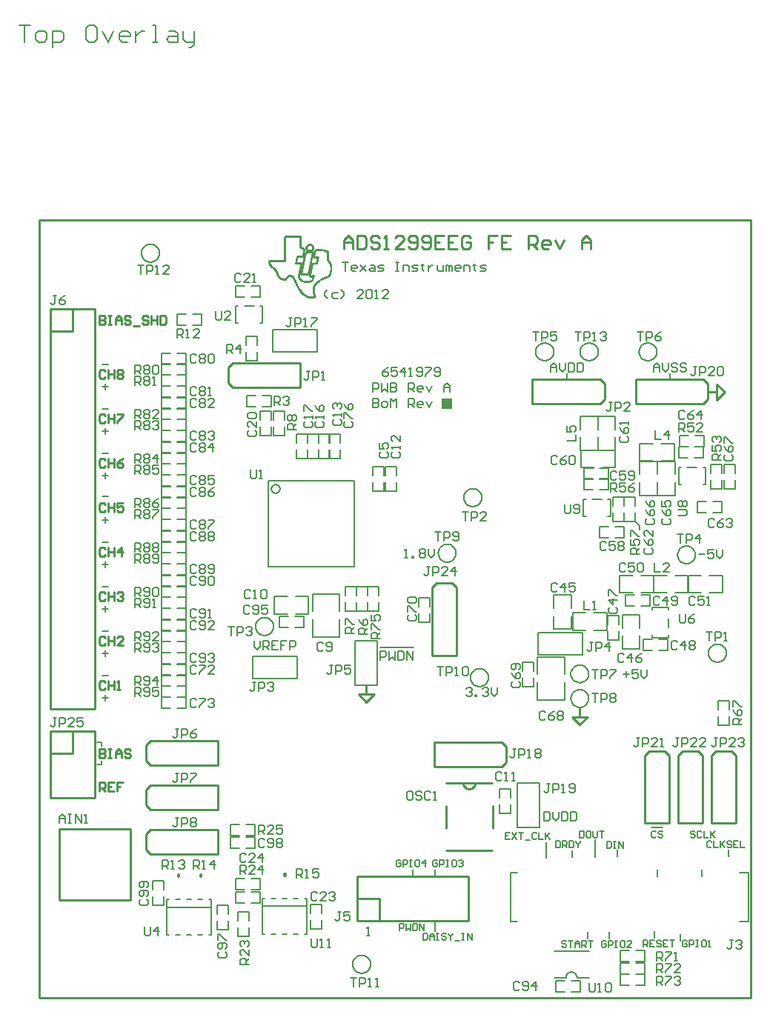
<source format=gto>
%FSLAX24Y24*%
%MOIN*%
G70*
G01*
G75*
%ADD10C,0.0120*%
%ADD11C,0.0100*%
%ADD12R,0.0250X0.1000*%
%ADD13R,0.0650X0.0157*%
%ADD14R,0.1024X0.0630*%
%ADD15R,0.0551X0.0472*%
%ADD16R,0.0091X0.0500*%
%ADD17R,0.0500X0.0091*%
%ADD18R,0.0500X0.0091*%
%ADD19R,0.0390X0.0270*%
%ADD20R,0.0197X0.0394*%
%ADD21R,0.0787X0.0709*%
%ADD22R,0.0300X0.0200*%
%ADD23R,0.0350X0.0350*%
%ADD24R,0.0472X0.0551*%
%ADD25R,0.0472X0.0551*%
%ADD26C,0.0200*%
%ADD27C,0.0080*%
%ADD28C,0.0150*%
%ADD29C,0.0040*%
%ADD30C,0.0400*%
%ADD31C,0.0300*%
%ADD32C,0.0250*%
%ADD33C,0.0450*%
%ADD34C,0.0500*%
%ADD35O,0.0500X0.1350*%
%ADD36R,0.0500X0.1350*%
%ADD37C,0.0750*%
%ADD38R,0.0750X0.0750*%
%ADD39C,0.1100*%
%ADD40C,0.0600*%
%ADD41C,0.1500*%
%ADD42C,0.0280*%
%ADD43O,0.1350X0.0500*%
%ADD44R,0.1350X0.0500*%
%ADD45R,0.0433X0.0157*%
%ADD46R,0.0700X0.0800*%
%ADD47R,0.0700X0.0600*%
%ADD48R,0.1000X0.0250*%
%ADD49R,0.0551X0.0472*%
%ADD50C,0.0079*%
%ADD51C,0.0060*%
%ADD52C,0.0090*%
%ADD53C,0.0050*%
%ADD54R,0.0450X0.0450*%
D11*
X52360Y69123D02*
X54360D01*
Y66123D02*
Y69123D01*
X52360Y66123D02*
X54360D01*
X52360D02*
Y69123D01*
X53360Y68123D02*
Y69123D01*
X52360Y68123D02*
X53360D01*
X52760Y61523D02*
Y63123D01*
Y61523D02*
X55960D01*
Y64723D01*
X52760D02*
X55960D01*
X52760Y63123D02*
Y64723D01*
X66170Y62573D02*
X66670D01*
X66170Y60573D02*
Y62573D01*
Y60573D02*
X71170D01*
X66670Y62573D02*
X71170D01*
X66170Y61573D02*
X67170D01*
Y60573D02*
Y61573D01*
X71170Y60573D02*
Y62573D01*
X56860Y63573D02*
X59910D01*
X56660Y63773D02*
X56860Y63573D01*
Y64673D02*
X59910D01*
Y63573D02*
Y64673D01*
X56660Y63773D02*
Y64473D01*
X56860Y64673D01*
X62865Y62713D02*
X62915D01*
X62865Y62613D02*
X62915D01*
X62865D02*
Y62713D01*
X62915Y62613D02*
Y62713D01*
X56660Y66473D02*
X56860Y66673D01*
X56660Y65773D02*
Y66473D01*
X59910Y65573D02*
Y66673D01*
X56860D02*
X59910D01*
X56660Y65773D02*
X56860Y65573D01*
X59910D01*
X82990Y68223D02*
X83190Y68023D01*
X82290Y68223D02*
X82990D01*
X82090Y64973D02*
X83190D01*
Y68023D01*
X82090D02*
X82290Y68223D01*
X82090Y64973D02*
Y68023D01*
X70420Y75773D02*
X70620Y75573D01*
X69720Y75773D02*
X70420D01*
X69520Y72523D02*
X70620D01*
Y75573D01*
X69520D02*
X69720Y75773D01*
X69520Y72523D02*
Y75573D01*
X76175Y69758D02*
X76525D01*
X76175Y69408D02*
X76525Y69758D01*
X75825D02*
X76175Y69408D01*
X75825Y69758D02*
X76175D01*
Y70158D01*
X82335Y84374D02*
Y84724D01*
X82685Y84374D01*
X82335Y84024D02*
X82685Y84374D01*
X82335Y84024D02*
Y84374D01*
X81935D02*
X82335D01*
X77095Y83828D02*
X77295Y84028D01*
Y84728D01*
X74045Y83828D02*
Y84928D01*
Y83828D02*
X77095D01*
Y84928D02*
X77295Y84728D01*
X74045Y84928D02*
X77095D01*
X81735Y83828D02*
X81935Y84028D01*
Y84728D01*
X78685Y83828D02*
Y84928D01*
Y83828D02*
X81735D01*
Y84928D02*
X81935Y84728D01*
X78685Y84928D02*
X81735D01*
X80590Y64973D02*
Y68023D01*
X80790Y68223D01*
X81690Y64973D02*
Y68023D01*
X80590Y64973D02*
X81690D01*
X80790Y68223D02*
X81490D01*
X81690Y68023D01*
X79090Y64973D02*
Y68023D01*
X79290Y68223D01*
X80190Y64973D02*
Y68023D01*
X79090Y64973D02*
X80190D01*
X79290Y68223D02*
X79990D01*
X80190Y68023D01*
X66565Y70770D02*
X66915D01*
X66565Y70420D02*
X66915Y70770D01*
X66215D02*
X66565Y70420D01*
X66215Y70770D02*
X66565D01*
Y71170D01*
X72670Y67523D02*
X72870Y67723D01*
Y68423D01*
X69620Y67523D02*
Y68623D01*
Y67523D02*
X72670D01*
Y68623D02*
X72870Y68423D01*
X69620Y68623D02*
X72670D01*
X51860Y57123D02*
X83860D01*
Y92123D01*
X51860D02*
X83860D01*
X51860Y57123D02*
Y92123D01*
X58085Y62673D02*
X58135D01*
X58085Y62573D02*
X58135D01*
X58085D02*
Y62673D01*
X58135Y62573D02*
Y62673D01*
X59085D02*
X59135D01*
X59085Y62573D02*
X59135D01*
X59085D02*
Y62673D01*
X59135Y62573D02*
Y62673D01*
X56660Y68473D02*
X56860Y68673D01*
X56660Y67773D02*
Y68473D01*
X59910Y67573D02*
Y68673D01*
X56860D02*
X59910D01*
X56660Y67773D02*
X56860Y67573D01*
X59910D01*
X60350Y85483D02*
X60550Y85683D01*
X60350Y84783D02*
Y85483D01*
X63600Y84583D02*
Y85683D01*
X60550D02*
X63600D01*
X60350Y84783D02*
X60550Y84583D01*
X63600D01*
X52360Y87123D02*
X53360D01*
Y88123D01*
X54360Y82123D02*
Y87623D01*
X52360Y70123D02*
Y82123D01*
Y88123D01*
X54360D01*
Y87623D02*
Y88123D01*
Y70123D02*
Y82123D01*
X52360Y70123D02*
X54360D01*
X54826Y71306D02*
X54760Y71372D01*
X54626D01*
X54560Y71306D01*
Y71039D01*
X54626Y70973D01*
X54760D01*
X54826Y71039D01*
X54960Y71372D02*
Y70973D01*
Y71173D01*
X55226D01*
Y71372D01*
Y70973D01*
X55360D02*
X55493D01*
X55426D01*
Y71372D01*
X55360Y71306D01*
X54826Y73306D02*
X54760Y73372D01*
X54626D01*
X54560Y73306D01*
Y73039D01*
X54626Y72973D01*
X54760D01*
X54826Y73039D01*
X54960Y73372D02*
Y72973D01*
Y73173D01*
X55226D01*
Y73372D01*
Y72973D01*
X55626D02*
X55360D01*
X55626Y73239D01*
Y73306D01*
X55559Y73372D01*
X55426D01*
X55360Y73306D01*
X54826Y75306D02*
X54760Y75372D01*
X54626D01*
X54560Y75306D01*
Y75039D01*
X54626Y74973D01*
X54760D01*
X54826Y75039D01*
X54960Y75372D02*
Y74973D01*
Y75173D01*
X55226D01*
Y75372D01*
Y74973D01*
X55360Y75306D02*
X55426Y75372D01*
X55559D01*
X55626Y75306D01*
Y75239D01*
X55559Y75173D01*
X55493D01*
X55559D01*
X55626Y75106D01*
Y75039D01*
X55559Y74973D01*
X55426D01*
X55360Y75039D01*
X54826Y77306D02*
X54760Y77372D01*
X54626D01*
X54560Y77306D01*
Y77039D01*
X54626Y76973D01*
X54760D01*
X54826Y77039D01*
X54960Y77372D02*
Y76973D01*
Y77173D01*
X55226D01*
Y77372D01*
Y76973D01*
X55559D02*
Y77372D01*
X55360Y77173D01*
X55626D01*
X54826Y79306D02*
X54760Y79372D01*
X54626D01*
X54560Y79306D01*
Y79039D01*
X54626Y78973D01*
X54760D01*
X54826Y79039D01*
X54960Y79372D02*
Y78973D01*
Y79173D01*
X55226D01*
Y79372D01*
Y78973D01*
X55626Y79372D02*
X55360D01*
Y79173D01*
X55493Y79239D01*
X55559D01*
X55626Y79173D01*
Y79039D01*
X55559Y78973D01*
X55426D01*
X55360Y79039D01*
X54826Y81306D02*
X54760Y81372D01*
X54626D01*
X54560Y81306D01*
Y81039D01*
X54626Y80973D01*
X54760D01*
X54826Y81039D01*
X54960Y81372D02*
Y80973D01*
Y81173D01*
X55226D01*
Y81372D01*
Y80973D01*
X55626Y81372D02*
X55493Y81306D01*
X55360Y81173D01*
Y81039D01*
X55426Y80973D01*
X55559D01*
X55626Y81039D01*
Y81106D01*
X55559Y81173D01*
X55360D01*
X54826Y83306D02*
X54760Y83372D01*
X54626D01*
X54560Y83306D01*
Y83039D01*
X54626Y82973D01*
X54760D01*
X54826Y83039D01*
X54960Y83372D02*
Y82973D01*
Y83173D01*
X55226D01*
Y83372D01*
Y82973D01*
X55360Y83372D02*
X55626D01*
Y83306D01*
X55360Y83039D01*
Y82973D01*
X54826Y85306D02*
X54760Y85372D01*
X54626D01*
X54560Y85306D01*
Y85039D01*
X54626Y84973D01*
X54760D01*
X54826Y85039D01*
X54960Y85372D02*
Y84973D01*
Y85173D01*
X55226D01*
Y85372D01*
Y84973D01*
X55360Y85306D02*
X55426Y85372D01*
X55559D01*
X55626Y85306D01*
Y85239D01*
X55559Y85173D01*
X55626Y85106D01*
Y85039D01*
X55559Y84973D01*
X55426D01*
X55360Y85039D01*
Y85106D01*
X55426Y85173D01*
X55360Y85239D01*
Y85306D01*
X55426Y85173D02*
X55559D01*
X65560Y90823D02*
Y91222D01*
X65760Y91422D01*
X65960Y91222D01*
Y90823D01*
Y91123D01*
X65560D01*
X66160Y91422D02*
Y90823D01*
X66460D01*
X66559Y90923D01*
Y91322D01*
X66460Y91422D01*
X66160D01*
X67159Y91322D02*
X67059Y91422D01*
X66859D01*
X66759Y91322D01*
Y91222D01*
X66859Y91123D01*
X67059D01*
X67159Y91023D01*
Y90923D01*
X67059Y90823D01*
X66859D01*
X66759Y90923D01*
X67359Y90823D02*
X67559D01*
X67459D01*
Y91422D01*
X67359Y91322D01*
X68259Y90823D02*
X67859D01*
X68259Y91222D01*
Y91322D01*
X68159Y91422D01*
X67959D01*
X67859Y91322D01*
X68459Y90923D02*
X68559Y90823D01*
X68759D01*
X68859Y90923D01*
Y91322D01*
X68759Y91422D01*
X68559D01*
X68459Y91322D01*
Y91222D01*
X68559Y91123D01*
X68859D01*
X69059Y90923D02*
X69159Y90823D01*
X69359D01*
X69459Y90923D01*
Y91322D01*
X69359Y91422D01*
X69159D01*
X69059Y91322D01*
Y91222D01*
X69159Y91123D01*
X69459D01*
X70058Y91422D02*
X69658D01*
Y90823D01*
X70058D01*
X69658Y91123D02*
X69858D01*
X70658Y91422D02*
X70258D01*
Y90823D01*
X70658D01*
X70258Y91123D02*
X70458D01*
X71258Y91322D02*
X71158Y91422D01*
X70958D01*
X70858Y91322D01*
Y90923D01*
X70958Y90823D01*
X71158D01*
X71258Y90923D01*
Y91123D01*
X71058D01*
X72458Y91422D02*
X72058D01*
Y91123D01*
X72258D01*
X72058D01*
Y90823D01*
X73057Y91422D02*
X72657D01*
Y90823D01*
X73057D01*
X72657Y91123D02*
X72857D01*
X73857Y90823D02*
Y91422D01*
X74157D01*
X74257Y91322D01*
Y91123D01*
X74157Y91023D01*
X73857D01*
X74057D02*
X74257Y90823D01*
X74757D02*
X74557D01*
X74457Y90923D01*
Y91123D01*
X74557Y91222D01*
X74757D01*
X74857Y91123D01*
Y91023D01*
X74457D01*
X75057Y91222D02*
X75257Y90823D01*
X75457Y91222D01*
X76256Y90823D02*
Y91222D01*
X76456Y91422D01*
X76656Y91222D01*
Y90823D01*
Y91123D01*
X76256D01*
X54560Y66423D02*
Y66822D01*
X54760D01*
X54826Y66756D01*
Y66623D01*
X54760Y66556D01*
X54560D01*
X54693D02*
X54826Y66423D01*
X55226Y66822D02*
X54960D01*
Y66423D01*
X55226D01*
X54960Y66623D02*
X55093D01*
X55626Y66822D02*
X55360D01*
Y66623D01*
X55493D01*
X55360D01*
Y66423D01*
X54560Y68322D02*
Y67923D01*
X54760D01*
X54826Y67989D01*
Y68056D01*
X54760Y68123D01*
X54560D01*
X54760D01*
X54826Y68189D01*
Y68256D01*
X54760Y68322D01*
X54560D01*
X54960D02*
X55093D01*
X55026D01*
Y67923D01*
X54960D01*
X55093D01*
X55293D02*
Y68189D01*
X55426Y68322D01*
X55559Y68189D01*
Y67923D01*
Y68123D01*
X55293D01*
X55959Y68256D02*
X55893Y68322D01*
X55759D01*
X55693Y68256D01*
Y68189D01*
X55759Y68123D01*
X55893D01*
X55959Y68056D01*
Y67989D01*
X55893Y67923D01*
X55759D01*
X55693Y67989D01*
X54560Y87822D02*
Y87423D01*
X54760D01*
X54826Y87489D01*
Y87556D01*
X54760Y87623D01*
X54560D01*
X54760D01*
X54826Y87689D01*
Y87756D01*
X54760Y87822D01*
X54560D01*
X54960D02*
X55093D01*
X55026D01*
Y87423D01*
X54960D01*
X55093D01*
X55293D02*
Y87689D01*
X55426Y87822D01*
X55559Y87689D01*
Y87423D01*
Y87623D01*
X55293D01*
X55959Y87756D02*
X55893Y87822D01*
X55759D01*
X55693Y87756D01*
Y87689D01*
X55759Y87623D01*
X55893D01*
X55959Y87556D01*
Y87489D01*
X55893Y87423D01*
X55759D01*
X55693Y87489D01*
X56093Y87356D02*
X56359D01*
X56759Y87756D02*
X56692Y87822D01*
X56559D01*
X56493Y87756D01*
Y87689D01*
X56559Y87623D01*
X56692D01*
X56759Y87556D01*
Y87489D01*
X56692Y87423D01*
X56559D01*
X56493Y87489D01*
X56892Y87822D02*
Y87423D01*
Y87623D01*
X57159D01*
Y87822D01*
Y87423D01*
X57292Y87822D02*
Y87423D01*
X57492D01*
X57559Y87489D01*
Y87756D01*
X57492Y87822D01*
X57292D01*
D27*
X62705Y80021D02*
X62678Y80119D01*
X62606Y80191D01*
X62508Y80218D01*
X62409Y80191D01*
X62337Y80119D01*
X62311Y80021D01*
X62337Y79923D01*
X62409Y79851D01*
X62508Y79824D01*
X62606Y79851D01*
X62678Y79923D01*
X62705Y80021D01*
X82850Y63463D02*
Y63763D01*
X77850Y63463D02*
Y63763D01*
X83350Y62748D02*
X83750D01*
Y60548D02*
Y62748D01*
X73050Y60548D02*
X73350D01*
X73050D02*
Y62748D01*
X73350D01*
X83350Y60548D02*
X83750D01*
X59510Y61538D02*
X59610D01*
Y59938D02*
Y61538D01*
X59510Y59938D02*
X59610D01*
X57610D02*
X57710D01*
X57610D02*
Y61538D01*
X57710D01*
X58010Y59938D02*
X58210D01*
X58510D02*
X58710D01*
X59010D02*
X59210D01*
X58010Y61538D02*
X58210D01*
X58510D02*
X58710D01*
X59010D02*
X59210D01*
X57610Y61188D02*
X59610D01*
X75485Y71674D02*
X75485Y72447D01*
X75485Y71304D02*
X75485Y70518D01*
X74265D02*
X74265Y71304D01*
X74265Y72447D02*
X74265Y71674D01*
X74265Y70518D02*
X75485D01*
X74265Y72447D02*
X75485D01*
X76201Y81746D02*
X76989D01*
Y82337D01*
X76201Y81746D02*
Y82337D01*
X76989Y82691D02*
Y83282D01*
X76201D02*
X76989D01*
X76201Y82691D02*
Y83282D01*
X62154Y76517D02*
Y80375D01*
Y76517D02*
X66012D01*
Y80375D01*
X62154D02*
X66012D01*
X74360Y64773D02*
Y66773D01*
X73360Y64773D02*
X74360D01*
X73360D02*
Y66773D01*
X74360D01*
X54660Y67623D02*
Y67793D01*
X54460Y67623D02*
X54660D01*
Y68453D02*
Y68623D01*
X54460D02*
X54660D01*
X63978Y74379D02*
Y75166D01*
X63387D02*
X63978D01*
X63387Y74379D02*
X63978D01*
X62442Y75166D02*
X63033D01*
X62442Y74379D02*
Y75166D01*
Y74379D02*
X63033D01*
X69670Y60123D02*
Y60573D01*
Y62573D02*
Y62873D01*
X79658Y79721D02*
Y80312D01*
X78871Y79721D02*
X79658D01*
X78871D02*
Y80312D01*
X79658Y80666D02*
Y81257D01*
X78871Y80666D02*
Y81257D01*
X79658D01*
X81047Y75339D02*
Y76126D01*
Y75339D02*
X81638D01*
X81047Y76126D02*
X81638D01*
X81992Y75339D02*
X82583D01*
Y76126D01*
X81992D02*
X82583D01*
X79503Y75339D02*
Y76126D01*
X78912D02*
X79503D01*
X78912Y75339D02*
X79503D01*
X77967Y76126D02*
X78558D01*
X77967Y75339D02*
Y76126D01*
Y75339D02*
X78558D01*
X78081Y74350D02*
X78868D01*
X78081Y73760D02*
Y74350D01*
X78868Y73760D02*
Y74350D01*
X78081Y72815D02*
Y73405D01*
Y72815D02*
X78868D01*
Y73405D01*
X74290Y73553D02*
X76290D01*
Y72553D02*
Y73553D01*
X74290Y72553D02*
X76290D01*
X74290D02*
Y73553D01*
X74996Y74640D02*
Y75230D01*
X75784D01*
Y74640D02*
Y75230D01*
X74996Y73695D02*
Y74285D01*
X75784Y73695D02*
Y74285D01*
X74996Y73695D02*
X75784D01*
X80449Y79721D02*
Y80312D01*
X79661Y79721D02*
X80449D01*
X79661D02*
Y80312D01*
X80449Y80666D02*
Y81257D01*
X79661Y80666D02*
Y81257D01*
X80449D01*
X79507Y75339D02*
Y76126D01*
Y75339D02*
X80098D01*
X79507Y76126D02*
X80098D01*
X80452Y75339D02*
X81043D01*
Y76126D01*
X80452D02*
X81043D01*
X80413Y81266D02*
Y82053D01*
X79822D02*
X80413D01*
X79822Y81266D02*
X80413D01*
X78877Y82053D02*
X79468D01*
X78877Y81266D02*
Y82053D01*
Y81266D02*
X79468D01*
X80230Y84918D02*
Y85198D01*
X76986Y83282D02*
X77773D01*
X76986Y82691D02*
Y83282D01*
X77773Y82691D02*
Y83282D01*
X76986Y81747D02*
Y82337D01*
Y81747D02*
X77773D01*
Y82337D01*
X76242Y80961D02*
Y81748D01*
Y80961D02*
X76833D01*
X76242Y81748D02*
X76833D01*
X77187Y80961D02*
X77778D01*
Y81748D01*
X77187D02*
X77778D01*
X78670Y78549D02*
X78865Y78354D01*
Y78178D02*
Y78354D01*
X75590Y84918D02*
Y85198D01*
X67210Y72873D02*
X68680D01*
X66075Y71178D02*
Y73178D01*
X67075D01*
Y71178D02*
Y73178D01*
X66075Y71178D02*
X67075D01*
X68670Y62573D02*
Y62873D01*
X79410Y64773D02*
X79910D01*
X63475Y71483D02*
Y72483D01*
X61475D02*
X63475D01*
X61475Y71483D02*
Y72483D01*
Y71483D02*
X63475D01*
X77490Y59793D02*
Y60093D01*
X79520Y59813D02*
Y60113D01*
X80690Y59663D02*
Y59963D01*
X76530Y59783D02*
Y60083D01*
X76850Y63433D02*
Y64233D01*
X74660Y63423D02*
Y64123D01*
X75820Y63433D02*
Y63733D01*
X79670Y62573D02*
Y62873D01*
X81670Y62573D02*
Y62873D01*
X61890Y61228D02*
X63890D01*
X63290Y61578D02*
X63490D01*
X62790D02*
X62990D01*
X62290D02*
X62490D01*
X63290Y59978D02*
X63490D01*
X62790D02*
X62990D01*
X62290D02*
X62490D01*
X61890Y61578D02*
X61990D01*
X61890Y59978D02*
Y61578D01*
Y59978D02*
X61990D01*
X63790D02*
X63890D01*
Y61578D01*
X63790D02*
X63890D01*
X62360Y86173D02*
Y87173D01*
Y86173D02*
X64360D01*
Y87173D01*
X62360D02*
X64360D01*
X75852Y73659D02*
Y74446D01*
Y73659D02*
X76443D01*
X75852Y74446D02*
X76443D01*
X76797Y73659D02*
X77388D01*
Y74446D01*
X76797D02*
X77388D01*
X83076Y59722D02*
X82943D01*
X83010D01*
Y59389D01*
X82943Y59323D01*
X82876D01*
X82810Y59389D01*
X83210Y59656D02*
X83276Y59722D01*
X83410D01*
X83476Y59656D01*
Y59589D01*
X83410Y59523D01*
X83343D01*
X83410D01*
X83476Y59456D01*
Y59389D01*
X83410Y59323D01*
X83276D01*
X83210Y59389D01*
X61741Y64468D02*
Y64867D01*
X61941D01*
X62008Y64801D01*
Y64668D01*
X61941Y64601D01*
X61741D01*
X61875D02*
X62008Y64468D01*
X62408D02*
X62141D01*
X62408Y64734D01*
Y64801D01*
X62341Y64867D01*
X62208D01*
X62141Y64801D01*
X62808Y64867D02*
X62541D01*
Y64668D01*
X62674Y64734D01*
X62741D01*
X62808Y64668D01*
Y64534D01*
X62741Y64468D01*
X62608D01*
X62541Y64534D01*
X62008Y64211D02*
X61941Y64277D01*
X61808D01*
X61741Y64211D01*
Y63944D01*
X61808Y63878D01*
X61941D01*
X62008Y63944D01*
X62141D02*
X62208Y63878D01*
X62341D01*
X62408Y63944D01*
Y64211D01*
X62341Y64277D01*
X62208D01*
X62141Y64211D01*
Y64144D01*
X62208Y64078D01*
X62408D01*
X62541Y64211D02*
X62608Y64277D01*
X62741D01*
X62808Y64211D01*
Y64144D01*
X62741Y64078D01*
X62808Y64011D01*
Y63944D01*
X62741Y63878D01*
X62608D01*
X62541Y63944D01*
Y64011D01*
X62608Y64078D01*
X62541Y64144D01*
Y64211D01*
X62608Y64078D02*
X62741D01*
X63440Y62513D02*
Y62912D01*
X63640D01*
X63706Y62846D01*
Y62713D01*
X63640Y62646D01*
X63440D01*
X63573D02*
X63706Y62513D01*
X63840D02*
X63973D01*
X63906D01*
Y62912D01*
X63840Y62846D01*
X64439Y62912D02*
X64173D01*
Y62713D01*
X64306Y62779D01*
X64373D01*
X64439Y62713D01*
Y62579D01*
X64373Y62513D01*
X64240D01*
X64173Y62579D01*
X58810Y62923D02*
Y63322D01*
X59010D01*
X59076Y63256D01*
Y63123D01*
X59010Y63056D01*
X58810D01*
X58943D02*
X59076Y62923D01*
X59210D02*
X59343D01*
X59276D01*
Y63322D01*
X59210Y63256D01*
X59743Y62923D02*
Y63322D01*
X59543Y63123D01*
X59809D01*
X57410Y62923D02*
Y63322D01*
X57610D01*
X57676Y63256D01*
Y63123D01*
X57610Y63056D01*
X57410D01*
X57543D02*
X57676Y62923D01*
X57810D02*
X57943D01*
X57876D01*
Y63322D01*
X57810Y63256D01*
X58143D02*
X58210Y63322D01*
X58343D01*
X58409Y63256D01*
Y63189D01*
X58343Y63123D01*
X58276D01*
X58343D01*
X58409Y63056D01*
Y62989D01*
X58343Y62923D01*
X58210D01*
X58143Y62989D01*
X58126Y65222D02*
X57993D01*
X58060D01*
Y64889D01*
X57993Y64823D01*
X57926D01*
X57860Y64889D01*
X58260Y64823D02*
Y65222D01*
X58460D01*
X58526Y65156D01*
Y65023D01*
X58460Y64956D01*
X58260D01*
X58660Y65156D02*
X58726Y65222D01*
X58859D01*
X58926Y65156D01*
Y65089D01*
X58859Y65023D01*
X58926Y64956D01*
Y64889D01*
X58859Y64823D01*
X58726D01*
X58660Y64889D01*
Y64956D01*
X58726Y65023D01*
X58660Y65089D01*
Y65156D01*
X58726Y65023D02*
X58859D01*
X58060Y86823D02*
Y87222D01*
X58260D01*
X58326Y87156D01*
Y87023D01*
X58260Y86956D01*
X58060D01*
X58193D02*
X58326Y86823D01*
X58460D02*
X58593D01*
X58526D01*
Y87222D01*
X58460Y87156D01*
X59059Y86823D02*
X58793D01*
X59059Y87089D01*
Y87156D01*
X58993Y87222D01*
X58860D01*
X58793Y87156D01*
X52626Y88722D02*
X52493D01*
X52560D01*
Y88389D01*
X52493Y88323D01*
X52426D01*
X52360Y88389D01*
X53026Y88722D02*
X52893Y88656D01*
X52760Y88523D01*
Y88389D01*
X52826Y88323D01*
X52960D01*
X53026Y88389D01*
Y88456D01*
X52960Y88523D01*
X52760D01*
X58126Y67222D02*
X57993D01*
X58060D01*
Y66889D01*
X57993Y66823D01*
X57926D01*
X57860Y66889D01*
X58260Y66823D02*
Y67222D01*
X58460D01*
X58526Y67156D01*
Y67023D01*
X58460Y66956D01*
X58260D01*
X58660Y67222D02*
X58926D01*
Y67156D01*
X58660Y66889D01*
Y66823D01*
X58126Y69222D02*
X57993D01*
X58060D01*
Y68889D01*
X57993Y68823D01*
X57926D01*
X57860Y68889D01*
X58260Y68823D02*
Y69222D01*
X58460D01*
X58526Y69156D01*
Y69023D01*
X58460Y68956D01*
X58260D01*
X58926Y69222D02*
X58793Y69156D01*
X58660Y69023D01*
Y68889D01*
X58726Y68823D01*
X58859D01*
X58926Y68889D01*
Y68956D01*
X58859Y69023D01*
X58660D01*
X56160Y70673D02*
Y71072D01*
X56360D01*
X56426Y71006D01*
Y70873D01*
X56360Y70806D01*
X56160D01*
X56293D02*
X56426Y70673D01*
X56560Y70739D02*
X56626Y70673D01*
X56760D01*
X56826Y70739D01*
Y71006D01*
X56760Y71072D01*
X56626D01*
X56560Y71006D01*
Y70939D01*
X56626Y70873D01*
X56826D01*
X57226Y71072D02*
X56960D01*
Y70873D01*
X57093Y70939D01*
X57159D01*
X57226Y70873D01*
Y70739D01*
X57159Y70673D01*
X57026D01*
X56960Y70739D01*
X56160Y71173D02*
Y71572D01*
X56360D01*
X56426Y71506D01*
Y71373D01*
X56360Y71306D01*
X56160D01*
X56293D02*
X56426Y71173D01*
X56560Y71239D02*
X56626Y71173D01*
X56760D01*
X56826Y71239D01*
Y71506D01*
X56760Y71572D01*
X56626D01*
X56560Y71506D01*
Y71439D01*
X56626Y71373D01*
X56826D01*
X57159Y71173D02*
Y71572D01*
X56960Y71373D01*
X57226D01*
X56160Y72673D02*
Y73072D01*
X56360D01*
X56426Y73006D01*
Y72873D01*
X56360Y72806D01*
X56160D01*
X56293D02*
X56426Y72673D01*
X56560Y72739D02*
X56626Y72673D01*
X56760D01*
X56826Y72739D01*
Y73006D01*
X56760Y73072D01*
X56626D01*
X56560Y73006D01*
Y72939D01*
X56626Y72873D01*
X56826D01*
X56960Y73006D02*
X57026Y73072D01*
X57159D01*
X57226Y73006D01*
Y72939D01*
X57159Y72873D01*
X57093D01*
X57159D01*
X57226Y72806D01*
Y72739D01*
X57159Y72673D01*
X57026D01*
X56960Y72739D01*
X56160Y73173D02*
Y73572D01*
X56360D01*
X56426Y73506D01*
Y73373D01*
X56360Y73306D01*
X56160D01*
X56293D02*
X56426Y73173D01*
X56560Y73239D02*
X56626Y73173D01*
X56760D01*
X56826Y73239D01*
Y73506D01*
X56760Y73572D01*
X56626D01*
X56560Y73506D01*
Y73439D01*
X56626Y73373D01*
X56826D01*
X57226Y73173D02*
X56960D01*
X57226Y73439D01*
Y73506D01*
X57159Y73572D01*
X57026D01*
X56960Y73506D01*
X56160Y74673D02*
Y75072D01*
X56360D01*
X56426Y75006D01*
Y74873D01*
X56360Y74806D01*
X56160D01*
X56293D02*
X56426Y74673D01*
X56560Y74739D02*
X56626Y74673D01*
X56760D01*
X56826Y74739D01*
Y75006D01*
X56760Y75072D01*
X56626D01*
X56560Y75006D01*
Y74939D01*
X56626Y74873D01*
X56826D01*
X56960Y74673D02*
X57093D01*
X57026D01*
Y75072D01*
X56960Y75006D01*
X56160Y75173D02*
Y75572D01*
X56360D01*
X56426Y75506D01*
Y75373D01*
X56360Y75306D01*
X56160D01*
X56293D02*
X56426Y75173D01*
X56560Y75239D02*
X56626Y75173D01*
X56760D01*
X56826Y75239D01*
Y75506D01*
X56760Y75572D01*
X56626D01*
X56560Y75506D01*
Y75439D01*
X56626Y75373D01*
X56826D01*
X56960Y75506D02*
X57026Y75572D01*
X57159D01*
X57226Y75506D01*
Y75239D01*
X57159Y75173D01*
X57026D01*
X56960Y75239D01*
Y75506D01*
X56160Y76673D02*
Y77072D01*
X56360D01*
X56426Y77006D01*
Y76873D01*
X56360Y76806D01*
X56160D01*
X56293D02*
X56426Y76673D01*
X56560Y77006D02*
X56626Y77072D01*
X56760D01*
X56826Y77006D01*
Y76939D01*
X56760Y76873D01*
X56826Y76806D01*
Y76739D01*
X56760Y76673D01*
X56626D01*
X56560Y76739D01*
Y76806D01*
X56626Y76873D01*
X56560Y76939D01*
Y77006D01*
X56626Y76873D02*
X56760D01*
X56960Y76739D02*
X57026Y76673D01*
X57159D01*
X57226Y76739D01*
Y77006D01*
X57159Y77072D01*
X57026D01*
X56960Y77006D01*
Y76939D01*
X57026Y76873D01*
X57226D01*
X56160Y77173D02*
Y77572D01*
X56360D01*
X56426Y77506D01*
Y77373D01*
X56360Y77306D01*
X56160D01*
X56293D02*
X56426Y77173D01*
X56560Y77506D02*
X56626Y77572D01*
X56760D01*
X56826Y77506D01*
Y77439D01*
X56760Y77373D01*
X56826Y77306D01*
Y77239D01*
X56760Y77173D01*
X56626D01*
X56560Y77239D01*
Y77306D01*
X56626Y77373D01*
X56560Y77439D01*
Y77506D01*
X56626Y77373D02*
X56760D01*
X56960Y77506D02*
X57026Y77572D01*
X57159D01*
X57226Y77506D01*
Y77439D01*
X57159Y77373D01*
X57226Y77306D01*
Y77239D01*
X57159Y77173D01*
X57026D01*
X56960Y77239D01*
Y77306D01*
X57026Y77373D01*
X56960Y77439D01*
Y77506D01*
X57026Y77373D02*
X57159D01*
X56160Y78673D02*
Y79072D01*
X56360D01*
X56426Y79006D01*
Y78873D01*
X56360Y78806D01*
X56160D01*
X56293D02*
X56426Y78673D01*
X56560Y79006D02*
X56626Y79072D01*
X56760D01*
X56826Y79006D01*
Y78939D01*
X56760Y78873D01*
X56826Y78806D01*
Y78739D01*
X56760Y78673D01*
X56626D01*
X56560Y78739D01*
Y78806D01*
X56626Y78873D01*
X56560Y78939D01*
Y79006D01*
X56626Y78873D02*
X56760D01*
X56960Y79072D02*
X57226D01*
Y79006D01*
X56960Y78739D01*
Y78673D01*
X56160Y79173D02*
Y79572D01*
X56360D01*
X56426Y79506D01*
Y79373D01*
X56360Y79306D01*
X56160D01*
X56293D02*
X56426Y79173D01*
X56560Y79506D02*
X56626Y79572D01*
X56760D01*
X56826Y79506D01*
Y79439D01*
X56760Y79373D01*
X56826Y79306D01*
Y79239D01*
X56760Y79173D01*
X56626D01*
X56560Y79239D01*
Y79306D01*
X56626Y79373D01*
X56560Y79439D01*
Y79506D01*
X56626Y79373D02*
X56760D01*
X57226Y79572D02*
X57093Y79506D01*
X56960Y79373D01*
Y79239D01*
X57026Y79173D01*
X57159D01*
X57226Y79239D01*
Y79306D01*
X57159Y79373D01*
X56960D01*
X56160Y80673D02*
Y81072D01*
X56360D01*
X56426Y81006D01*
Y80873D01*
X56360Y80806D01*
X56160D01*
X56293D02*
X56426Y80673D01*
X56560Y81006D02*
X56626Y81072D01*
X56760D01*
X56826Y81006D01*
Y80939D01*
X56760Y80873D01*
X56826Y80806D01*
Y80739D01*
X56760Y80673D01*
X56626D01*
X56560Y80739D01*
Y80806D01*
X56626Y80873D01*
X56560Y80939D01*
Y81006D01*
X56626Y80873D02*
X56760D01*
X57226Y81072D02*
X56960D01*
Y80873D01*
X57093Y80939D01*
X57159D01*
X57226Y80873D01*
Y80739D01*
X57159Y80673D01*
X57026D01*
X56960Y80739D01*
X56160Y81173D02*
Y81572D01*
X56360D01*
X56426Y81506D01*
Y81373D01*
X56360Y81306D01*
X56160D01*
X56293D02*
X56426Y81173D01*
X56560Y81506D02*
X56626Y81572D01*
X56760D01*
X56826Y81506D01*
Y81439D01*
X56760Y81373D01*
X56826Y81306D01*
Y81239D01*
X56760Y81173D01*
X56626D01*
X56560Y81239D01*
Y81306D01*
X56626Y81373D01*
X56560Y81439D01*
Y81506D01*
X56626Y81373D02*
X56760D01*
X57159Y81173D02*
Y81572D01*
X56960Y81373D01*
X57226D01*
X56160Y82673D02*
Y83072D01*
X56360D01*
X56426Y83006D01*
Y82873D01*
X56360Y82806D01*
X56160D01*
X56293D02*
X56426Y82673D01*
X56560Y83006D02*
X56626Y83072D01*
X56760D01*
X56826Y83006D01*
Y82939D01*
X56760Y82873D01*
X56826Y82806D01*
Y82739D01*
X56760Y82673D01*
X56626D01*
X56560Y82739D01*
Y82806D01*
X56626Y82873D01*
X56560Y82939D01*
Y83006D01*
X56626Y82873D02*
X56760D01*
X56960Y83006D02*
X57026Y83072D01*
X57159D01*
X57226Y83006D01*
Y82939D01*
X57159Y82873D01*
X57093D01*
X57159D01*
X57226Y82806D01*
Y82739D01*
X57159Y82673D01*
X57026D01*
X56960Y82739D01*
X56160Y83173D02*
Y83572D01*
X56360D01*
X56426Y83506D01*
Y83373D01*
X56360Y83306D01*
X56160D01*
X56293D02*
X56426Y83173D01*
X56560Y83506D02*
X56626Y83572D01*
X56760D01*
X56826Y83506D01*
Y83439D01*
X56760Y83373D01*
X56826Y83306D01*
Y83239D01*
X56760Y83173D01*
X56626D01*
X56560Y83239D01*
Y83306D01*
X56626Y83373D01*
X56560Y83439D01*
Y83506D01*
X56626Y83373D02*
X56760D01*
X57226Y83173D02*
X56960D01*
X57226Y83439D01*
Y83506D01*
X57159Y83572D01*
X57026D01*
X56960Y83506D01*
X56160Y84673D02*
Y85072D01*
X56360D01*
X56426Y85006D01*
Y84873D01*
X56360Y84806D01*
X56160D01*
X56293D02*
X56426Y84673D01*
X56560Y85006D02*
X56626Y85072D01*
X56760D01*
X56826Y85006D01*
Y84939D01*
X56760Y84873D01*
X56826Y84806D01*
Y84739D01*
X56760Y84673D01*
X56626D01*
X56560Y84739D01*
Y84806D01*
X56626Y84873D01*
X56560Y84939D01*
Y85006D01*
X56626Y84873D02*
X56760D01*
X56960Y84673D02*
X57093D01*
X57026D01*
Y85072D01*
X56960Y85006D01*
X56160Y85173D02*
Y85572D01*
X56360D01*
X56426Y85506D01*
Y85373D01*
X56360Y85306D01*
X56160D01*
X56293D02*
X56426Y85173D01*
X56560Y85506D02*
X56626Y85572D01*
X56760D01*
X56826Y85506D01*
Y85439D01*
X56760Y85373D01*
X56826Y85306D01*
Y85239D01*
X56760Y85173D01*
X56626D01*
X56560Y85239D01*
Y85306D01*
X56626Y85373D01*
X56560Y85439D01*
Y85506D01*
X56626Y85373D02*
X56760D01*
X56960Y85506D02*
X57026Y85572D01*
X57159D01*
X57226Y85506D01*
Y85239D01*
X57159Y85173D01*
X57026D01*
X56960Y85239D01*
Y85506D01*
X56427Y61539D02*
X56360Y61473D01*
Y61339D01*
X56427Y61273D01*
X56693D01*
X56760Y61339D01*
Y61473D01*
X56693Y61539D01*
Y61672D02*
X56760Y61739D01*
Y61872D01*
X56693Y61939D01*
X56427D01*
X56360Y61872D01*
Y61739D01*
X56427Y61672D01*
X56493D01*
X56560Y61739D01*
Y61939D01*
X56693Y62072D02*
X56760Y62139D01*
Y62272D01*
X56693Y62339D01*
X56427D01*
X56360Y62272D01*
Y62139D01*
X56427Y62072D01*
X56493D01*
X56560Y62139D01*
Y62339D01*
X59977Y59189D02*
X59910Y59123D01*
Y58989D01*
X59977Y58923D01*
X60243D01*
X60310Y58989D01*
Y59123D01*
X60243Y59189D01*
Y59322D02*
X60310Y59389D01*
Y59522D01*
X60243Y59589D01*
X59977D01*
X59910Y59522D01*
Y59389D01*
X59977Y59322D01*
X60043D01*
X60110Y59389D01*
Y59589D01*
X59910Y59722D02*
Y59989D01*
X59977D01*
X60243Y59722D01*
X60310D01*
X61326Y74706D02*
X61260Y74772D01*
X61126D01*
X61060Y74706D01*
Y74439D01*
X61126Y74373D01*
X61260D01*
X61326Y74439D01*
X61460D02*
X61526Y74373D01*
X61660D01*
X61726Y74439D01*
Y74706D01*
X61660Y74772D01*
X61526D01*
X61460Y74706D01*
Y74639D01*
X61526Y74573D01*
X61726D01*
X62126Y74772D02*
X61860D01*
Y74573D01*
X61993Y74639D01*
X62059D01*
X62126Y74573D01*
Y74439D01*
X62059Y74373D01*
X61926D01*
X61860Y74439D01*
X68610Y66422D02*
X68476D01*
X68410Y66356D01*
Y66089D01*
X68476Y66023D01*
X68610D01*
X68676Y66089D01*
Y66356D01*
X68610Y66422D01*
X69076Y66356D02*
X69010Y66422D01*
X68876D01*
X68810Y66356D01*
Y66289D01*
X68876Y66223D01*
X69010D01*
X69076Y66156D01*
Y66089D01*
X69010Y66023D01*
X68876D01*
X68810Y66089D01*
X69476Y66356D02*
X69409Y66422D01*
X69276D01*
X69210Y66356D01*
Y66089D01*
X69276Y66023D01*
X69409D01*
X69476Y66089D01*
X69609Y66023D02*
X69743D01*
X69676D01*
Y66422D01*
X69609Y66356D01*
X74816Y66752D02*
X74683D01*
X74750D01*
Y66419D01*
X74683Y66353D01*
X74616D01*
X74550Y66419D01*
X74950Y66353D02*
Y66752D01*
X75150D01*
X75216Y66686D01*
Y66553D01*
X75150Y66486D01*
X74950D01*
X75350Y66353D02*
X75483D01*
X75416D01*
Y66752D01*
X75350Y66686D01*
X75683Y66419D02*
X75749Y66353D01*
X75883D01*
X75949Y66419D01*
Y66686D01*
X75883Y66752D01*
X75749D01*
X75683Y66686D01*
Y66619D01*
X75749Y66553D01*
X75949D01*
X64026Y85322D02*
X63893D01*
X63960D01*
Y84989D01*
X63893Y84923D01*
X63826D01*
X63760Y84989D01*
X64160Y84923D02*
Y85322D01*
X64360D01*
X64426Y85256D01*
Y85123D01*
X64360Y85056D01*
X64160D01*
X64560Y84923D02*
X64693D01*
X64626D01*
Y85322D01*
X64560Y85256D01*
X72676Y67206D02*
X72610Y67272D01*
X72476D01*
X72410Y67206D01*
Y66939D01*
X72476Y66873D01*
X72610D01*
X72676Y66939D01*
X72810Y66873D02*
X72943D01*
X72876D01*
Y67272D01*
X72810Y67206D01*
X73143Y66873D02*
X73276D01*
X73210D01*
Y67272D01*
X73143Y67206D01*
X75965Y87077D02*
X76231D01*
X76098D01*
Y86678D01*
X76365D02*
Y87077D01*
X76565D01*
X76631Y87011D01*
Y86878D01*
X76565Y86811D01*
X76365D01*
X76765Y86678D02*
X76898D01*
X76831D01*
Y87077D01*
X76765Y87011D01*
X77098D02*
X77164Y87077D01*
X77298D01*
X77364Y87011D01*
Y86944D01*
X77298Y86878D01*
X77231D01*
X77298D01*
X77364Y86811D01*
Y86744D01*
X77298Y86678D01*
X77164D01*
X77098Y86744D01*
X56300Y90082D02*
X56566D01*
X56433D01*
Y89683D01*
X56700D02*
Y90082D01*
X56900D01*
X56966Y90016D01*
Y89883D01*
X56900Y89816D01*
X56700D01*
X57100Y89683D02*
X57233D01*
X57166D01*
Y90082D01*
X57100Y90016D01*
X57699Y89683D02*
X57433D01*
X57699Y89949D01*
Y90016D01*
X57633Y90082D01*
X57499D01*
X57433Y90016D01*
X65860Y58022D02*
X66126D01*
X65993D01*
Y57623D01*
X66260D02*
Y58022D01*
X66460D01*
X66526Y57956D01*
Y57823D01*
X66460Y57756D01*
X66260D01*
X66660Y57623D02*
X66793D01*
X66726D01*
Y58022D01*
X66660Y57956D01*
X66993Y57623D02*
X67126D01*
X67059D01*
Y58022D01*
X66993Y57956D01*
X69760Y72022D02*
X70026D01*
X69893D01*
Y71623D01*
X70160D02*
Y72022D01*
X70360D01*
X70426Y71956D01*
Y71823D01*
X70360Y71756D01*
X70160D01*
X70560Y71623D02*
X70693D01*
X70626D01*
Y72022D01*
X70560Y71956D01*
X70893D02*
X70959Y72022D01*
X71093D01*
X71159Y71956D01*
Y71689D01*
X71093Y71623D01*
X70959D01*
X70893Y71689D01*
Y71956D01*
X69660Y78072D02*
X69926D01*
X69793D01*
Y77673D01*
X70060D02*
Y78072D01*
X70260D01*
X70326Y78006D01*
Y77873D01*
X70260Y77806D01*
X70060D01*
X70460Y77739D02*
X70526Y77673D01*
X70659D01*
X70726Y77739D01*
Y78006D01*
X70659Y78072D01*
X70526D01*
X70460Y78006D01*
Y77939D01*
X70526Y77873D01*
X70726D01*
X76740Y70797D02*
X77006D01*
X76873D01*
Y70398D01*
X77140D02*
Y70797D01*
X77340D01*
X77406Y70731D01*
Y70598D01*
X77340Y70531D01*
X77140D01*
X77540Y70731D02*
X77606Y70797D01*
X77739D01*
X77806Y70731D01*
Y70664D01*
X77739Y70598D01*
X77806Y70531D01*
Y70464D01*
X77739Y70398D01*
X77606D01*
X77540Y70464D01*
Y70531D01*
X77606Y70598D01*
X77540Y70664D01*
Y70731D01*
X77606Y70598D02*
X77739D01*
X76735Y71877D02*
X77001D01*
X76868D01*
Y71478D01*
X77135D02*
Y71877D01*
X77335D01*
X77401Y71811D01*
Y71678D01*
X77335Y71611D01*
X77135D01*
X77535Y71877D02*
X77801D01*
Y71811D01*
X77535Y71544D01*
Y71478D01*
X78765Y87077D02*
X79031D01*
X78898D01*
Y86678D01*
X79165D02*
Y87077D01*
X79365D01*
X79431Y87011D01*
Y86878D01*
X79365Y86811D01*
X79165D01*
X79831Y87077D02*
X79698Y87011D01*
X79565Y86878D01*
Y86744D01*
X79631Y86678D01*
X79764D01*
X79831Y86744D01*
Y86811D01*
X79764Y86878D01*
X79565D01*
X74065Y87077D02*
X74331D01*
X74198D01*
Y86678D01*
X74465D02*
Y87077D01*
X74665D01*
X74731Y87011D01*
Y86878D01*
X74665Y86811D01*
X74465D01*
X75131Y87077D02*
X74865D01*
Y86878D01*
X74998Y86944D01*
X75064D01*
X75131Y86878D01*
Y86744D01*
X75064Y86678D01*
X74931D01*
X74865Y86744D01*
X80550Y77992D02*
X80816D01*
X80683D01*
Y77593D01*
X80950D02*
Y77992D01*
X81150D01*
X81216Y77926D01*
Y77793D01*
X81150Y77726D01*
X80950D01*
X81549Y77593D02*
Y77992D01*
X81350Y77793D01*
X81616D01*
X60360Y73822D02*
X60626D01*
X60493D01*
Y73423D01*
X60760D02*
Y73822D01*
X60960D01*
X61026Y73756D01*
Y73623D01*
X60960Y73556D01*
X60760D01*
X61160Y73756D02*
X61226Y73822D01*
X61359D01*
X61426Y73756D01*
Y73689D01*
X61359Y73623D01*
X61293D01*
X61359D01*
X61426Y73556D01*
Y73489D01*
X61359Y73423D01*
X61226D01*
X61160Y73489D01*
X70910Y78972D02*
X71176D01*
X71043D01*
Y78573D01*
X71310D02*
Y78972D01*
X71510D01*
X71576Y78906D01*
Y78773D01*
X71510Y78706D01*
X71310D01*
X71976Y78573D02*
X71710D01*
X71976Y78839D01*
Y78906D01*
X71909Y78972D01*
X71776D01*
X71710Y78906D01*
X81860Y73572D02*
X82126D01*
X81993D01*
Y73173D01*
X82260D02*
Y73572D01*
X82460D01*
X82526Y73506D01*
Y73373D01*
X82460Y73306D01*
X82260D01*
X82660Y73173D02*
X82793D01*
X82726D01*
Y73572D01*
X82660Y73506D01*
X75510Y79322D02*
Y78989D01*
X75576Y78923D01*
X75710D01*
X75776Y78989D01*
Y79322D01*
X75910Y78989D02*
X75976Y78923D01*
X76110D01*
X76176Y78989D01*
Y79256D01*
X76110Y79322D01*
X75976D01*
X75910Y79256D01*
Y79189D01*
X75976Y79123D01*
X76176D01*
X80605Y78804D02*
X80938D01*
X81005Y78871D01*
Y79004D01*
X80938Y79071D01*
X80605D01*
X80672Y79204D02*
X80605Y79271D01*
Y79404D01*
X80672Y79471D01*
X80738D01*
X80805Y79404D01*
X80872Y79471D01*
X80938D01*
X81005Y79404D01*
Y79271D01*
X80938Y79204D01*
X80872D01*
X80805Y79271D01*
X80738Y79204D01*
X80672D01*
X80805Y79271D02*
Y79404D01*
X80675Y74382D02*
Y74049D01*
X80741Y73983D01*
X80875D01*
X80941Y74049D01*
Y74382D01*
X81341D02*
X81208Y74316D01*
X81075Y74183D01*
Y74049D01*
X81141Y73983D01*
X81275D01*
X81341Y74049D01*
Y74116D01*
X81275Y74183D01*
X81075D01*
X59810Y88022D02*
Y87689D01*
X59876Y87623D01*
X60010D01*
X60076Y87689D01*
Y88022D01*
X60476Y87623D02*
X60210D01*
X60476Y87889D01*
Y87956D01*
X60410Y88022D01*
X60276D01*
X60210Y87956D01*
X61360Y80872D02*
Y80539D01*
X61426Y80473D01*
X61560D01*
X61626Y80539D01*
Y80872D01*
X61760Y80473D02*
X61893D01*
X61826D01*
Y80872D01*
X61760Y80806D01*
X65426Y60972D02*
X65293D01*
X65360D01*
Y60639D01*
X65293Y60573D01*
X65226D01*
X65160Y60639D01*
X65826Y60972D02*
X65560D01*
Y60773D01*
X65693Y60839D01*
X65760D01*
X65826Y60773D01*
Y60639D01*
X65760Y60573D01*
X65626D01*
X65560Y60639D01*
X58926Y82006D02*
X58860Y82072D01*
X58726D01*
X58660Y82006D01*
Y81739D01*
X58726Y81673D01*
X58860D01*
X58926Y81739D01*
X59060Y82006D02*
X59126Y82072D01*
X59260D01*
X59326Y82006D01*
Y81939D01*
X59260Y81873D01*
X59326Y81806D01*
Y81739D01*
X59260Y81673D01*
X59126D01*
X59060Y81739D01*
Y81806D01*
X59126Y81873D01*
X59060Y81939D01*
Y82006D01*
X59126Y81873D02*
X59260D01*
X59659Y81673D02*
Y82072D01*
X59460Y81873D01*
X59726D01*
X58926Y72556D02*
X58860Y72622D01*
X58726D01*
X58660Y72556D01*
Y72289D01*
X58726Y72223D01*
X58860D01*
X58926Y72289D01*
X59060D02*
X59126Y72223D01*
X59260D01*
X59326Y72289D01*
Y72556D01*
X59260Y72622D01*
X59126D01*
X59060Y72556D01*
Y72489D01*
X59126Y72423D01*
X59326D01*
X59460Y72556D02*
X59526Y72622D01*
X59659D01*
X59726Y72556D01*
Y72489D01*
X59659Y72423D01*
X59593D01*
X59659D01*
X59726Y72356D01*
Y72289D01*
X59659Y72223D01*
X59526D01*
X59460Y72289D01*
X58926Y74006D02*
X58860Y74072D01*
X58726D01*
X58660Y74006D01*
Y73739D01*
X58726Y73673D01*
X58860D01*
X58926Y73739D01*
X59060D02*
X59126Y73673D01*
X59260D01*
X59326Y73739D01*
Y74006D01*
X59260Y74072D01*
X59126D01*
X59060Y74006D01*
Y73939D01*
X59126Y73873D01*
X59326D01*
X59726Y73673D02*
X59460D01*
X59726Y73939D01*
Y74006D01*
X59659Y74072D01*
X59526D01*
X59460Y74006D01*
X58926Y78006D02*
X58860Y78072D01*
X58726D01*
X58660Y78006D01*
Y77739D01*
X58726Y77673D01*
X58860D01*
X58926Y77739D01*
X59060Y78006D02*
X59126Y78072D01*
X59260D01*
X59326Y78006D01*
Y77939D01*
X59260Y77873D01*
X59326Y77806D01*
Y77739D01*
X59260Y77673D01*
X59126D01*
X59060Y77739D01*
Y77806D01*
X59126Y77873D01*
X59060Y77939D01*
Y78006D01*
X59126Y77873D02*
X59260D01*
X59460Y78006D02*
X59526Y78072D01*
X59659D01*
X59726Y78006D01*
Y77939D01*
X59659Y77873D01*
X59726Y77806D01*
Y77739D01*
X59659Y77673D01*
X59526D01*
X59460Y77739D01*
Y77806D01*
X59526Y77873D01*
X59460Y77939D01*
Y78006D01*
X59526Y77873D02*
X59659D01*
X58926Y84006D02*
X58860Y84072D01*
X58726D01*
X58660Y84006D01*
Y83739D01*
X58726Y83673D01*
X58860D01*
X58926Y83739D01*
X59060Y84006D02*
X59126Y84072D01*
X59260D01*
X59326Y84006D01*
Y83939D01*
X59260Y83873D01*
X59326Y83806D01*
Y83739D01*
X59260Y83673D01*
X59126D01*
X59060Y83739D01*
Y83806D01*
X59126Y83873D01*
X59060Y83939D01*
Y84006D01*
X59126Y83873D02*
X59260D01*
X59726Y83673D02*
X59460D01*
X59726Y83939D01*
Y84006D01*
X59659Y84072D01*
X59526D01*
X59460Y84006D01*
X58926Y80006D02*
X58860Y80072D01*
X58726D01*
X58660Y80006D01*
Y79739D01*
X58726Y79673D01*
X58860D01*
X58926Y79739D01*
X59060Y80006D02*
X59126Y80072D01*
X59260D01*
X59326Y80006D01*
Y79939D01*
X59260Y79873D01*
X59326Y79806D01*
Y79739D01*
X59260Y79673D01*
X59126D01*
X59060Y79739D01*
Y79806D01*
X59126Y79873D01*
X59060Y79939D01*
Y80006D01*
X59126Y79873D02*
X59260D01*
X59726Y80072D02*
X59593Y80006D01*
X59460Y79873D01*
Y79739D01*
X59526Y79673D01*
X59659D01*
X59726Y79739D01*
Y79806D01*
X59659Y79873D01*
X59460D01*
X58926Y86006D02*
X58860Y86072D01*
X58726D01*
X58660Y86006D01*
Y85739D01*
X58726Y85673D01*
X58860D01*
X58926Y85739D01*
X59060Y86006D02*
X59126Y86072D01*
X59260D01*
X59326Y86006D01*
Y85939D01*
X59260Y85873D01*
X59326Y85806D01*
Y85739D01*
X59260Y85673D01*
X59126D01*
X59060Y85739D01*
Y85806D01*
X59126Y85873D01*
X59060Y85939D01*
Y86006D01*
X59126Y85873D02*
X59260D01*
X59460Y86006D02*
X59526Y86072D01*
X59659D01*
X59726Y86006D01*
Y85739D01*
X59659Y85673D01*
X59526D01*
X59460Y85739D01*
Y86006D01*
X58926Y74556D02*
X58860Y74622D01*
X58726D01*
X58660Y74556D01*
Y74289D01*
X58726Y74223D01*
X58860D01*
X58926Y74289D01*
X59060D02*
X59126Y74223D01*
X59260D01*
X59326Y74289D01*
Y74556D01*
X59260Y74622D01*
X59126D01*
X59060Y74556D01*
Y74489D01*
X59126Y74423D01*
X59326D01*
X59460Y74223D02*
X59593D01*
X59526D01*
Y74622D01*
X59460Y74556D01*
X58926Y70506D02*
X58860Y70572D01*
X58726D01*
X58660Y70506D01*
Y70239D01*
X58726Y70173D01*
X58860D01*
X58926Y70239D01*
X59060Y70572D02*
X59326D01*
Y70506D01*
X59060Y70239D01*
Y70173D01*
X59460Y70506D02*
X59526Y70572D01*
X59659D01*
X59726Y70506D01*
Y70439D01*
X59659Y70373D01*
X59593D01*
X59659D01*
X59726Y70306D01*
Y70239D01*
X59659Y70173D01*
X59526D01*
X59460Y70239D01*
X58926Y72006D02*
X58860Y72072D01*
X58726D01*
X58660Y72006D01*
Y71739D01*
X58726Y71673D01*
X58860D01*
X58926Y71739D01*
X59060Y72072D02*
X59326D01*
Y72006D01*
X59060Y71739D01*
Y71673D01*
X59726D02*
X59460D01*
X59726Y71939D01*
Y72006D01*
X59659Y72072D01*
X59526D01*
X59460Y72006D01*
X77560Y79873D02*
Y80272D01*
X77760D01*
X77826Y80206D01*
Y80073D01*
X77760Y80006D01*
X77560D01*
X77693D02*
X77826Y79873D01*
X78226Y80272D02*
X77960D01*
Y80073D01*
X78093Y80139D01*
X78160D01*
X78226Y80073D01*
Y79939D01*
X78160Y79873D01*
X78026D01*
X77960Y79939D01*
X78626Y80272D02*
X78493Y80206D01*
X78360Y80073D01*
Y79939D01*
X78426Y79873D01*
X78559D01*
X78626Y79939D01*
Y80006D01*
X78559Y80073D01*
X78360D01*
X80615Y82578D02*
Y82977D01*
X80815D01*
X80881Y82911D01*
Y82778D01*
X80815Y82711D01*
X80615D01*
X80748D02*
X80881Y82578D01*
X81281Y82977D02*
X81015D01*
Y82778D01*
X81148Y82844D01*
X81215D01*
X81281Y82778D01*
Y82644D01*
X81215Y82578D01*
X81081D01*
X81015Y82644D01*
X81681Y82578D02*
X81415D01*
X81681Y82844D01*
Y82911D01*
X81614Y82977D01*
X81481D01*
X81415Y82911D01*
X78865Y77078D02*
X78465D01*
Y77278D01*
X78532Y77344D01*
X78665D01*
X78732Y77278D01*
Y77078D01*
Y77211D02*
X78865Y77344D01*
X78465Y77744D02*
Y77477D01*
X78665D01*
X78598Y77611D01*
Y77677D01*
X78665Y77744D01*
X78798D01*
X78865Y77677D01*
Y77544D01*
X78798Y77477D01*
X78465Y77877D02*
Y78144D01*
X78532D01*
X78798Y77877D01*
X78865D01*
X82520Y81323D02*
X82120D01*
Y81523D01*
X82187Y81589D01*
X82320D01*
X82387Y81523D01*
Y81323D01*
Y81456D02*
X82520Y81589D01*
X82120Y81989D02*
Y81722D01*
X82320D01*
X82253Y81856D01*
Y81922D01*
X82320Y81989D01*
X82453D01*
X82520Y81922D01*
Y81789D01*
X82453Y81722D01*
X82187Y82122D02*
X82120Y82189D01*
Y82322D01*
X82187Y82389D01*
X82253D01*
X82320Y82322D01*
Y82256D01*
Y82322D01*
X82387Y82389D01*
X82453D01*
X82520Y82322D01*
Y82189D01*
X82453Y82122D01*
X82346Y68822D02*
X82213D01*
X82280D01*
Y68489D01*
X82213Y68423D01*
X82146D01*
X82080Y68489D01*
X82480Y68423D02*
Y68822D01*
X82680D01*
X82746Y68756D01*
Y68623D01*
X82680Y68556D01*
X82480D01*
X83146Y68423D02*
X82880D01*
X83146Y68689D01*
Y68756D01*
X83079Y68822D01*
X82946D01*
X82880Y68756D01*
X83279D02*
X83346Y68822D01*
X83479D01*
X83546Y68756D01*
Y68689D01*
X83479Y68623D01*
X83413D01*
X83479D01*
X83546Y68556D01*
Y68489D01*
X83479Y68423D01*
X83346D01*
X83279Y68489D01*
X73286Y68322D02*
X73153D01*
X73220D01*
Y67989D01*
X73153Y67923D01*
X73086D01*
X73020Y67989D01*
X73420Y67923D02*
Y68322D01*
X73620D01*
X73686Y68256D01*
Y68123D01*
X73620Y68056D01*
X73420D01*
X73820Y67923D02*
X73953D01*
X73886D01*
Y68322D01*
X73820Y68256D01*
X74153D02*
X74219Y68322D01*
X74353D01*
X74419Y68256D01*
Y68189D01*
X74353Y68123D01*
X74419Y68056D01*
Y67989D01*
X74353Y67923D01*
X74219D01*
X74153Y67989D01*
Y68056D01*
X74219Y68123D01*
X74153Y68189D01*
Y68256D01*
X74219Y68123D02*
X74353D01*
X80626Y68822D02*
X80493D01*
X80560D01*
Y68489D01*
X80493Y68423D01*
X80426D01*
X80360Y68489D01*
X80760Y68423D02*
Y68822D01*
X80960D01*
X81026Y68756D01*
Y68623D01*
X80960Y68556D01*
X80760D01*
X81426Y68423D02*
X81160D01*
X81426Y68689D01*
Y68756D01*
X81359Y68822D01*
X81226D01*
X81160Y68756D01*
X81826Y68423D02*
X81559D01*
X81826Y68689D01*
Y68756D01*
X81759Y68822D01*
X81626D01*
X81559Y68756D01*
X78856Y68822D02*
X78723D01*
X78790D01*
Y68489D01*
X78723Y68423D01*
X78656D01*
X78590Y68489D01*
X78990Y68423D02*
Y68822D01*
X79190D01*
X79256Y68756D01*
Y68623D01*
X79190Y68556D01*
X78990D01*
X79656Y68423D02*
X79390D01*
X79656Y68689D01*
Y68756D01*
X79589Y68822D01*
X79456D01*
X79390Y68756D01*
X79789Y68423D02*
X79923D01*
X79856D01*
Y68822D01*
X79789Y68756D01*
X77626Y83922D02*
X77493D01*
X77560D01*
Y83589D01*
X77493Y83523D01*
X77426D01*
X77360Y83589D01*
X77760Y83523D02*
Y83922D01*
X77960D01*
X78026Y83856D01*
Y83723D01*
X77960Y83656D01*
X77760D01*
X78426Y83523D02*
X78160D01*
X78426Y83789D01*
Y83856D01*
X78359Y83922D01*
X78226D01*
X78160Y83856D01*
X69436Y76522D02*
X69303D01*
X69370D01*
Y76189D01*
X69303Y76123D01*
X69236D01*
X69170Y76189D01*
X69570Y76123D02*
Y76522D01*
X69770D01*
X69836Y76456D01*
Y76323D01*
X69770Y76256D01*
X69570D01*
X70236Y76123D02*
X69970D01*
X70236Y76389D01*
Y76456D01*
X70169Y76522D01*
X70036D01*
X69970Y76456D01*
X70569Y76123D02*
Y76522D01*
X70369Y76323D01*
X70636D01*
X81426Y85522D02*
X81293D01*
X81360D01*
Y85189D01*
X81293Y85123D01*
X81226D01*
X81160Y85189D01*
X81560Y85123D02*
Y85522D01*
X81760D01*
X81826Y85456D01*
Y85323D01*
X81760Y85256D01*
X81560D01*
X82226Y85123D02*
X81960D01*
X82226Y85389D01*
Y85456D01*
X82159Y85522D01*
X82026D01*
X81960Y85456D01*
X82359D02*
X82426Y85522D01*
X82559D01*
X82626Y85456D01*
Y85189D01*
X82559Y85123D01*
X82426D01*
X82359Y85189D01*
Y85456D01*
X63430Y82673D02*
X63030D01*
Y82873D01*
X63097Y82939D01*
X63230D01*
X63297Y82873D01*
Y82673D01*
Y82806D02*
X63430Y82939D01*
X63097Y83072D02*
X63030Y83139D01*
Y83272D01*
X63097Y83339D01*
X63163D01*
X63230Y83272D01*
X63297Y83339D01*
X63363D01*
X63430Y83272D01*
Y83139D01*
X63363Y83072D01*
X63297D01*
X63230Y83139D01*
X63163Y83072D01*
X63097D01*
X63230Y83139D02*
Y83272D01*
X75610Y82173D02*
X76010D01*
Y82439D01*
X75610Y82839D02*
Y82572D01*
X75810D01*
X75743Y82706D01*
Y82772D01*
X75810Y82839D01*
X75943D01*
X76010Y82772D01*
Y82639D01*
X75943Y82572D01*
X79565Y82627D02*
Y82228D01*
X79831D01*
X80165D02*
Y82627D01*
X79965Y82428D01*
X80231D01*
X79545Y76682D02*
Y76283D01*
X79811D01*
X80211D02*
X79945D01*
X80211Y76549D01*
Y76616D01*
X80145Y76682D01*
X80011D01*
X79945Y76616D01*
X76360Y74982D02*
Y74583D01*
X76626D01*
X76760D02*
X76893D01*
X76826D01*
Y74982D01*
X76760Y74916D01*
X65076Y72072D02*
X64943D01*
X65010D01*
Y71739D01*
X64943Y71673D01*
X64876D01*
X64810Y71739D01*
X65210Y71673D02*
Y72072D01*
X65410D01*
X65476Y72006D01*
Y71873D01*
X65410Y71806D01*
X65210D01*
X65876Y72072D02*
X65610D01*
Y71873D01*
X65743Y71939D01*
X65809D01*
X65876Y71873D01*
Y71739D01*
X65809Y71673D01*
X65676D01*
X65610Y71739D01*
X76746Y73107D02*
X76613D01*
X76680D01*
Y72774D01*
X76613Y72708D01*
X76546D01*
X76480Y72774D01*
X76880Y72708D02*
Y73107D01*
X77080D01*
X77146Y73041D01*
Y72908D01*
X77080Y72841D01*
X76880D01*
X77479Y72708D02*
Y73107D01*
X77280Y72908D01*
X77546D01*
X61600Y71322D02*
X61467D01*
X61533D01*
Y70989D01*
X61467Y70923D01*
X61400D01*
X61333Y70989D01*
X61733Y70923D02*
Y71322D01*
X61933D01*
X62000Y71256D01*
Y71123D01*
X61933Y71056D01*
X61733D01*
X62133Y71256D02*
X62200Y71322D01*
X62333D01*
X62400Y71256D01*
Y71189D01*
X62333Y71123D01*
X62266D01*
X62333D01*
X62400Y71056D01*
Y70989D01*
X62333Y70923D01*
X62200D01*
X62133Y70989D01*
X63226Y87722D02*
X63093D01*
X63160D01*
Y87389D01*
X63093Y87323D01*
X63026D01*
X62960Y87389D01*
X63360Y87323D02*
Y87722D01*
X63560D01*
X63626Y87656D01*
Y87523D01*
X63560Y87456D01*
X63360D01*
X63760Y87323D02*
X63893D01*
X63826D01*
Y87722D01*
X63760Y87656D01*
X64093Y87722D02*
X64359D01*
Y87656D01*
X64093Y87389D01*
Y87323D01*
X82231Y78611D02*
X82165Y78677D01*
X82031D01*
X81965Y78611D01*
Y78344D01*
X82031Y78278D01*
X82165D01*
X82231Y78344D01*
X82631Y78677D02*
X82498Y78611D01*
X82365Y78478D01*
Y78344D01*
X82431Y78278D01*
X82565D01*
X82631Y78344D01*
Y78411D01*
X82565Y78478D01*
X82365D01*
X82765Y78611D02*
X82831Y78677D01*
X82964D01*
X83031Y78611D01*
Y78544D01*
X82964Y78478D01*
X82898D01*
X82964D01*
X83031Y78411D01*
Y78344D01*
X82964Y78278D01*
X82831D01*
X82765Y78344D01*
X77826Y80756D02*
X77760Y80822D01*
X77626D01*
X77560Y80756D01*
Y80489D01*
X77626Y80423D01*
X77760D01*
X77826Y80489D01*
X78226Y80822D02*
X77960D01*
Y80623D01*
X78093Y80689D01*
X78160D01*
X78226Y80623D01*
Y80489D01*
X78160Y80423D01*
X78026D01*
X77960Y80489D01*
X78360D02*
X78426Y80423D01*
X78559D01*
X78626Y80489D01*
Y80756D01*
X78559Y80822D01*
X78426D01*
X78360Y80756D01*
Y80689D01*
X78426Y80623D01*
X78626D01*
X80881Y83461D02*
X80815Y83527D01*
X80681D01*
X80615Y83461D01*
Y83194D01*
X80681Y83128D01*
X80815D01*
X80881Y83194D01*
X81281Y83527D02*
X81148Y83461D01*
X81015Y83328D01*
Y83194D01*
X81081Y83128D01*
X81215D01*
X81281Y83194D01*
Y83261D01*
X81215Y83328D01*
X81015D01*
X81614Y83128D02*
Y83527D01*
X81415Y83328D01*
X81681D01*
X77351Y77577D02*
X77285Y77644D01*
X77151D01*
X77085Y77577D01*
Y77311D01*
X77151Y77244D01*
X77285D01*
X77351Y77311D01*
X77751Y77644D02*
X77485D01*
Y77444D01*
X77618Y77511D01*
X77685D01*
X77751Y77444D01*
Y77311D01*
X77685Y77244D01*
X77551D01*
X77485Y77311D01*
X77885Y77577D02*
X77951Y77644D01*
X78084D01*
X78151Y77577D01*
Y77511D01*
X78084Y77444D01*
X78151Y77378D01*
Y77311D01*
X78084Y77244D01*
X77951D01*
X77885Y77311D01*
Y77378D01*
X77951Y77444D01*
X77885Y77511D01*
Y77577D01*
X77951Y77444D02*
X78084D01*
X63827Y83039D02*
X63760Y82973D01*
Y82839D01*
X63827Y82773D01*
X64093D01*
X64160Y82839D01*
Y82973D01*
X64093Y83039D01*
X64160Y83172D02*
Y83306D01*
Y83239D01*
X63760D01*
X63827Y83172D01*
X63760Y83506D02*
Y83772D01*
X63827D01*
X64093Y83506D01*
X64160D01*
X65627Y83039D02*
X65560Y82973D01*
Y82839D01*
X65627Y82773D01*
X65893D01*
X65960Y82839D01*
Y82973D01*
X65893Y83039D01*
X65560Y83172D02*
Y83439D01*
X65627D01*
X65893Y83172D01*
X65960D01*
X65560Y83839D02*
X65627Y83706D01*
X65760Y83572D01*
X65893D01*
X65960Y83639D01*
Y83772D01*
X65893Y83839D01*
X65827D01*
X65760Y83772D01*
Y83572D01*
X80551Y73116D02*
X80485Y73182D01*
X80351D01*
X80285Y73116D01*
Y72849D01*
X80351Y72783D01*
X80485D01*
X80551Y72849D01*
X80885Y72783D02*
Y73182D01*
X80685Y72983D01*
X80951D01*
X81085Y73116D02*
X81151Y73182D01*
X81284D01*
X81351Y73116D01*
Y73049D01*
X81284Y72983D01*
X81351Y72916D01*
Y72849D01*
X81284Y72783D01*
X81151D01*
X81085Y72849D01*
Y72916D01*
X81151Y72983D01*
X81085Y73049D01*
Y73116D01*
X81151Y72983D02*
X81284D01*
X79751Y75101D02*
X79685Y75167D01*
X79551D01*
X79485Y75101D01*
Y74834D01*
X79551Y74768D01*
X79685D01*
X79751Y74834D01*
X80085Y74768D02*
Y75167D01*
X79885Y74968D01*
X80151D01*
X80285Y74834D02*
X80351Y74768D01*
X80484D01*
X80551Y74834D01*
Y75101D01*
X80484Y75167D01*
X80351D01*
X80285Y75101D01*
Y75034D01*
X80351Y74968D01*
X80551D01*
X77537Y74689D02*
X77470Y74623D01*
Y74489D01*
X77537Y74423D01*
X77803D01*
X77870Y74489D01*
Y74623D01*
X77803Y74689D01*
X77870Y75022D02*
X77470D01*
X77670Y74822D01*
Y75089D01*
X77470Y75222D02*
Y75489D01*
X77537D01*
X77803Y75222D01*
X77870D01*
X67227Y81689D02*
X67160Y81623D01*
Y81489D01*
X67227Y81423D01*
X67493D01*
X67560Y81489D01*
Y81623D01*
X67493Y81689D01*
X67160Y82089D02*
Y81822D01*
X67360D01*
X67293Y81956D01*
Y82022D01*
X67360Y82089D01*
X67493D01*
X67560Y82022D01*
Y81889D01*
X67493Y81822D01*
X58926Y76006D02*
X58860Y76072D01*
X58726D01*
X58660Y76006D01*
Y75739D01*
X58726Y75673D01*
X58860D01*
X58926Y75739D01*
X59060D02*
X59126Y75673D01*
X59260D01*
X59326Y75739D01*
Y76006D01*
X59260Y76072D01*
X59126D01*
X59060Y76006D01*
Y75939D01*
X59126Y75873D01*
X59326D01*
X59460Y76006D02*
X59526Y76072D01*
X59659D01*
X59726Y76006D01*
Y75739D01*
X59659Y75673D01*
X59526D01*
X59460Y75739D01*
Y76006D01*
X58926Y76556D02*
X58860Y76622D01*
X58726D01*
X58660Y76556D01*
Y76289D01*
X58726Y76223D01*
X58860D01*
X58926Y76289D01*
X59060Y76556D02*
X59126Y76622D01*
X59260D01*
X59326Y76556D01*
Y76489D01*
X59260Y76423D01*
X59326Y76356D01*
Y76289D01*
X59260Y76223D01*
X59126D01*
X59060Y76289D01*
Y76356D01*
X59126Y76423D01*
X59060Y76489D01*
Y76556D01*
X59126Y76423D02*
X59260D01*
X59460Y76289D02*
X59526Y76223D01*
X59659D01*
X59726Y76289D01*
Y76556D01*
X59659Y76622D01*
X59526D01*
X59460Y76556D01*
Y76489D01*
X59526Y76423D01*
X59726D01*
X58926Y78556D02*
X58860Y78622D01*
X58726D01*
X58660Y78556D01*
Y78289D01*
X58726Y78223D01*
X58860D01*
X58926Y78289D01*
X59060Y78556D02*
X59126Y78622D01*
X59260D01*
X59326Y78556D01*
Y78489D01*
X59260Y78423D01*
X59326Y78356D01*
Y78289D01*
X59260Y78223D01*
X59126D01*
X59060Y78289D01*
Y78356D01*
X59126Y78423D01*
X59060Y78489D01*
Y78556D01*
X59126Y78423D02*
X59260D01*
X59460Y78622D02*
X59726D01*
Y78556D01*
X59460Y78289D01*
Y78223D01*
X58926Y80556D02*
X58860Y80622D01*
X58726D01*
X58660Y80556D01*
Y80289D01*
X58726Y80223D01*
X58860D01*
X58926Y80289D01*
X59060Y80556D02*
X59126Y80622D01*
X59260D01*
X59326Y80556D01*
Y80489D01*
X59260Y80423D01*
X59326Y80356D01*
Y80289D01*
X59260Y80223D01*
X59126D01*
X59060Y80289D01*
Y80356D01*
X59126Y80423D01*
X59060Y80489D01*
Y80556D01*
X59126Y80423D02*
X59260D01*
X59726Y80622D02*
X59460D01*
Y80423D01*
X59593Y80489D01*
X59659D01*
X59726Y80423D01*
Y80289D01*
X59659Y80223D01*
X59526D01*
X59460Y80289D01*
X58926Y82556D02*
X58860Y82622D01*
X58726D01*
X58660Y82556D01*
Y82289D01*
X58726Y82223D01*
X58860D01*
X58926Y82289D01*
X59060Y82556D02*
X59126Y82622D01*
X59260D01*
X59326Y82556D01*
Y82489D01*
X59260Y82423D01*
X59326Y82356D01*
Y82289D01*
X59260Y82223D01*
X59126D01*
X59060Y82289D01*
Y82356D01*
X59126Y82423D01*
X59060Y82489D01*
Y82556D01*
X59126Y82423D02*
X59260D01*
X59460Y82556D02*
X59526Y82622D01*
X59659D01*
X59726Y82556D01*
Y82489D01*
X59659Y82423D01*
X59593D01*
X59659D01*
X59726Y82356D01*
Y82289D01*
X59659Y82223D01*
X59526D01*
X59460Y82289D01*
X58926Y84556D02*
X58860Y84622D01*
X58726D01*
X58660Y84556D01*
Y84289D01*
X58726Y84223D01*
X58860D01*
X58926Y84289D01*
X59060Y84556D02*
X59126Y84622D01*
X59260D01*
X59326Y84556D01*
Y84489D01*
X59260Y84423D01*
X59326Y84356D01*
Y84289D01*
X59260Y84223D01*
X59126D01*
X59060Y84289D01*
Y84356D01*
X59126Y84423D01*
X59060Y84489D01*
Y84556D01*
X59126Y84423D02*
X59260D01*
X59460Y84223D02*
X59593D01*
X59526D01*
Y84622D01*
X59460Y84556D01*
X78027Y82389D02*
X77960Y82323D01*
Y82189D01*
X78027Y82123D01*
X78293D01*
X78360Y82189D01*
Y82323D01*
X78293Y82389D01*
X77960Y82789D02*
X78027Y82656D01*
X78160Y82522D01*
X78293D01*
X78360Y82589D01*
Y82722D01*
X78293Y82789D01*
X78227D01*
X78160Y82722D01*
Y82522D01*
X78360Y82922D02*
Y83056D01*
Y82989D01*
X77960D01*
X78027Y82922D01*
X75176Y81456D02*
X75110Y81522D01*
X74976D01*
X74910Y81456D01*
Y81189D01*
X74976Y81123D01*
X75110D01*
X75176Y81189D01*
X75576Y81522D02*
X75443Y81456D01*
X75310Y81323D01*
Y81189D01*
X75376Y81123D01*
X75510D01*
X75576Y81189D01*
Y81256D01*
X75510Y81323D01*
X75310D01*
X75710Y81456D02*
X75776Y81522D01*
X75909D01*
X75976Y81456D01*
Y81189D01*
X75909Y81123D01*
X75776D01*
X75710Y81189D01*
Y81456D01*
X79187Y78689D02*
X79120Y78623D01*
Y78489D01*
X79187Y78423D01*
X79453D01*
X79520Y78489D01*
Y78623D01*
X79453Y78689D01*
X79120Y79089D02*
X79187Y78956D01*
X79320Y78822D01*
X79453D01*
X79520Y78889D01*
Y79022D01*
X79453Y79089D01*
X79387D01*
X79320Y79022D01*
Y78822D01*
X79120Y79489D02*
X79187Y79356D01*
X79320Y79222D01*
X79453D01*
X79520Y79289D01*
Y79422D01*
X79453Y79489D01*
X79387D01*
X79320Y79422D01*
Y79222D01*
X79937Y78689D02*
X79870Y78623D01*
Y78489D01*
X79937Y78423D01*
X80203D01*
X80270Y78489D01*
Y78623D01*
X80203Y78689D01*
X79870Y79089D02*
X79937Y78956D01*
X80070Y78822D01*
X80203D01*
X80270Y78889D01*
Y79022D01*
X80203Y79089D01*
X80137D01*
X80070Y79022D01*
Y78822D01*
X79870Y79489D02*
Y79222D01*
X80070D01*
X80003Y79356D01*
Y79422D01*
X80070Y79489D01*
X80203D01*
X80270Y79422D01*
Y79289D01*
X80203Y79222D01*
X81376Y75106D02*
X81310Y75172D01*
X81176D01*
X81110Y75106D01*
Y74839D01*
X81176Y74773D01*
X81310D01*
X81376Y74839D01*
X81776Y75172D02*
X81510D01*
Y74973D01*
X81643Y75039D01*
X81710D01*
X81776Y74973D01*
Y74839D01*
X81710Y74773D01*
X81576D01*
X81510Y74839D01*
X81910Y74773D02*
X82043D01*
X81976D01*
Y75172D01*
X81910Y75106D01*
X78231Y76596D02*
X78165Y76662D01*
X78031D01*
X77965Y76596D01*
Y76329D01*
X78031Y76263D01*
X78165D01*
X78231Y76329D01*
X78631Y76662D02*
X78365D01*
Y76463D01*
X78498Y76529D01*
X78565D01*
X78631Y76463D01*
Y76329D01*
X78565Y76263D01*
X78431D01*
X78365Y76329D01*
X78765Y76596D02*
X78831Y76662D01*
X78964D01*
X79031Y76596D01*
Y76329D01*
X78964Y76263D01*
X78831D01*
X78765Y76329D01*
Y76596D01*
X78176Y72556D02*
X78110Y72622D01*
X77976D01*
X77910Y72556D01*
Y72289D01*
X77976Y72223D01*
X78110D01*
X78176Y72289D01*
X78510Y72223D02*
Y72622D01*
X78310Y72423D01*
X78576D01*
X78976Y72622D02*
X78843Y72556D01*
X78710Y72423D01*
Y72289D01*
X78776Y72223D01*
X78909D01*
X78976Y72289D01*
Y72356D01*
X78909Y72423D01*
X78710D01*
X75156Y75716D02*
X75090Y75782D01*
X74956D01*
X74890Y75716D01*
Y75449D01*
X74956Y75383D01*
X75090D01*
X75156Y75449D01*
X75490Y75383D02*
Y75782D01*
X75290Y75583D01*
X75556D01*
X75956Y75782D02*
X75690D01*
Y75583D01*
X75823Y75649D01*
X75889D01*
X75956Y75583D01*
Y75449D01*
X75889Y75383D01*
X75756D01*
X75690Y75449D01*
X61376Y75406D02*
X61310Y75472D01*
X61176D01*
X61110Y75406D01*
Y75139D01*
X61176Y75073D01*
X61310D01*
X61376Y75139D01*
X61510Y75073D02*
X61643D01*
X61576D01*
Y75472D01*
X61510Y75406D01*
X61843D02*
X61910Y75472D01*
X62043D01*
X62109Y75406D01*
Y75139D01*
X62043Y75073D01*
X61910D01*
X61843Y75139D01*
Y75406D01*
X61297Y82639D02*
X61230Y82573D01*
Y82439D01*
X61297Y82373D01*
X61563D01*
X61630Y82439D01*
Y82573D01*
X61563Y82639D01*
X61630Y83039D02*
Y82772D01*
X61363Y83039D01*
X61297D01*
X61230Y82972D01*
Y82839D01*
X61297Y82772D01*
Y83172D02*
X61230Y83239D01*
Y83372D01*
X61297Y83439D01*
X61563D01*
X61630Y83372D01*
Y83239D01*
X61563Y83172D01*
X61297D01*
X83460Y69423D02*
X83060D01*
Y69623D01*
X83127Y69689D01*
X83260D01*
X83327Y69623D01*
Y69423D01*
Y69556D02*
X83460Y69689D01*
X83060Y70089D02*
X83127Y69956D01*
X83260Y69822D01*
X83393D01*
X83460Y69889D01*
Y70022D01*
X83393Y70089D01*
X83327D01*
X83260Y70022D01*
Y69822D01*
X83060Y70222D02*
Y70489D01*
X83127D01*
X83393Y70222D01*
X83460D01*
X66040Y73513D02*
X65640D01*
Y73713D01*
X65707Y73779D01*
X65840D01*
X65907Y73713D01*
Y73513D01*
Y73646D02*
X66040Y73779D01*
X65640Y73912D02*
Y74179D01*
X65707D01*
X65973Y73912D01*
X66040D01*
X66630Y73463D02*
X66230D01*
Y73663D01*
X66297Y73729D01*
X66430D01*
X66497Y73663D01*
Y73463D01*
Y73596D02*
X66630Y73729D01*
X66230Y74129D02*
X66297Y73996D01*
X66430Y73862D01*
X66563D01*
X66630Y73929D01*
Y74062D01*
X66563Y74129D01*
X66497D01*
X66430Y74062D01*
Y73862D01*
X74636Y69956D02*
X74570Y70022D01*
X74436D01*
X74370Y69956D01*
Y69689D01*
X74436Y69623D01*
X74570D01*
X74636Y69689D01*
X75036Y70022D02*
X74903Y69956D01*
X74770Y69823D01*
Y69689D01*
X74836Y69623D01*
X74970D01*
X75036Y69689D01*
Y69756D01*
X74970Y69823D01*
X74770D01*
X75170Y69956D02*
X75236Y70022D01*
X75369D01*
X75436Y69956D01*
Y69889D01*
X75369Y69823D01*
X75436Y69756D01*
Y69689D01*
X75369Y69623D01*
X75236D01*
X75170Y69689D01*
Y69756D01*
X75236Y69823D01*
X75170Y69889D01*
Y69956D01*
X75236Y69823D02*
X75369D01*
X64626Y73056D02*
X64560Y73122D01*
X64426D01*
X64360Y73056D01*
Y72789D01*
X64426Y72723D01*
X64560D01*
X64626Y72789D01*
X64760D02*
X64826Y72723D01*
X64960D01*
X65026Y72789D01*
Y73056D01*
X64960Y73122D01*
X64826D01*
X64760Y73056D01*
Y72989D01*
X64826Y72923D01*
X65026D01*
X68507Y74339D02*
X68440Y74273D01*
Y74139D01*
X68507Y74073D01*
X68773D01*
X68840Y74139D01*
Y74273D01*
X68773Y74339D01*
X68440Y74472D02*
Y74739D01*
X68507D01*
X68773Y74472D01*
X68840D01*
X68507Y74872D02*
X68440Y74939D01*
Y75072D01*
X68507Y75139D01*
X68773D01*
X68840Y75072D01*
Y74939D01*
X68773Y74872D01*
X68507D01*
X73177Y71339D02*
X73110Y71273D01*
Y71139D01*
X73177Y71073D01*
X73443D01*
X73510Y71139D01*
Y71273D01*
X73443Y71339D01*
X73110Y71739D02*
X73177Y71606D01*
X73310Y71472D01*
X73443D01*
X73510Y71539D01*
Y71672D01*
X73443Y71739D01*
X73377D01*
X73310Y71672D01*
Y71472D01*
X73443Y71872D02*
X73510Y71939D01*
Y72072D01*
X73443Y72139D01*
X73177D01*
X73110Y72072D01*
Y71939D01*
X73177Y71872D01*
X73243D01*
X73310Y71939D01*
Y72139D01*
X60926Y89656D02*
X60860Y89722D01*
X60726D01*
X60660Y89656D01*
Y89389D01*
X60726Y89323D01*
X60860D01*
X60926Y89389D01*
X61326Y89323D02*
X61060D01*
X61326Y89589D01*
Y89656D01*
X61260Y89722D01*
X61126D01*
X61060Y89656D01*
X61460Y89323D02*
X61593D01*
X61526D01*
Y89722D01*
X61460Y89656D01*
X67777Y81689D02*
X67710Y81623D01*
Y81489D01*
X67777Y81423D01*
X68043D01*
X68110Y81489D01*
Y81623D01*
X68043Y81689D01*
X68110Y81822D02*
Y81956D01*
Y81889D01*
X67710D01*
X67777Y81822D01*
X68110Y82422D02*
Y82156D01*
X67843Y82422D01*
X67777D01*
X67710Y82356D01*
Y82222D01*
X67777Y82156D01*
X82737Y81539D02*
X82670Y81473D01*
Y81339D01*
X82737Y81273D01*
X83003D01*
X83070Y81339D01*
Y81473D01*
X83003Y81539D01*
X82670Y81939D02*
X82737Y81806D01*
X82870Y81672D01*
X83003D01*
X83070Y81739D01*
Y81872D01*
X83003Y81939D01*
X82937D01*
X82870Y81872D01*
Y81672D01*
X82670Y82072D02*
Y82339D01*
X82737D01*
X83003Y82072D01*
X83070D01*
X79132Y77344D02*
X79065Y77278D01*
Y77144D01*
X79132Y77078D01*
X79398D01*
X79465Y77144D01*
Y77278D01*
X79398Y77344D01*
X79065Y77744D02*
X79132Y77611D01*
X79265Y77477D01*
X79398D01*
X79465Y77544D01*
Y77677D01*
X79398Y77744D01*
X79332D01*
X79265Y77677D01*
Y77477D01*
X79465Y78144D02*
Y77877D01*
X79198Y78144D01*
X79132D01*
X79065Y78077D01*
Y77944D01*
X79132Y77877D01*
X60310Y86123D02*
Y86522D01*
X60510D01*
X60576Y86456D01*
Y86323D01*
X60510Y86256D01*
X60310D01*
X60443D02*
X60576Y86123D01*
X60910D02*
Y86522D01*
X60710Y86323D01*
X60976D01*
X62440Y83783D02*
Y84182D01*
X62640D01*
X62706Y84116D01*
Y83983D01*
X62640Y83916D01*
X62440D01*
X62573D02*
X62706Y83783D01*
X62840Y84116D02*
X62906Y84182D01*
X63040D01*
X63106Y84116D01*
Y84049D01*
X63040Y83983D01*
X62973D01*
X63040D01*
X63106Y83916D01*
Y83849D01*
X63040Y83783D01*
X62906D01*
X62840Y83849D01*
X64327Y83039D02*
X64260Y82973D01*
Y82839D01*
X64327Y82773D01*
X64593D01*
X64660Y82839D01*
Y82973D01*
X64593Y83039D01*
X64660Y83172D02*
Y83306D01*
Y83239D01*
X64260D01*
X64327Y83172D01*
X64260Y83772D02*
X64327Y83639D01*
X64460Y83506D01*
X64593D01*
X64660Y83572D01*
Y83706D01*
X64593Y83772D01*
X64527D01*
X64460Y83706D01*
Y83506D01*
X65127Y83139D02*
X65060Y83073D01*
Y82939D01*
X65127Y82873D01*
X65393D01*
X65460Y82939D01*
Y83073D01*
X65393Y83139D01*
X65460Y83272D02*
Y83406D01*
Y83339D01*
X65060D01*
X65127Y83272D01*
Y83606D02*
X65060Y83672D01*
Y83806D01*
X65127Y83872D01*
X65193D01*
X65260Y83806D01*
Y83739D01*
Y83806D01*
X65327Y83872D01*
X65393D01*
X65460Y83806D01*
Y83672D01*
X65393Y83606D01*
X73446Y57770D02*
X73380Y57837D01*
X73246D01*
X73180Y57770D01*
Y57503D01*
X73246Y57437D01*
X73380D01*
X73446Y57503D01*
X73580D02*
X73646Y57437D01*
X73780D01*
X73846Y57503D01*
Y57770D01*
X73780Y57837D01*
X73646D01*
X73580Y57770D01*
Y57703D01*
X73646Y57637D01*
X73846D01*
X74179Y57437D02*
Y57837D01*
X73980Y57637D01*
X74246D01*
X79630Y58787D02*
Y59187D01*
X79830D01*
X79896Y59120D01*
Y58987D01*
X79830Y58920D01*
X79630D01*
X79763D02*
X79896Y58787D01*
X80030Y59187D02*
X80296D01*
Y59120D01*
X80030Y58853D01*
Y58787D01*
X80430D02*
X80563D01*
X80496D01*
Y59187D01*
X80430Y59120D01*
X79630Y58237D02*
Y58637D01*
X79830D01*
X79896Y58570D01*
Y58437D01*
X79830Y58370D01*
X79630D01*
X79763D02*
X79896Y58237D01*
X80030Y58637D02*
X80296D01*
Y58570D01*
X80030Y58303D01*
Y58237D01*
X80696D02*
X80430D01*
X80696Y58503D01*
Y58570D01*
X80629Y58637D01*
X80496D01*
X80430Y58570D01*
X79630Y57687D02*
Y58087D01*
X79830D01*
X79896Y58020D01*
Y57887D01*
X79830Y57820D01*
X79630D01*
X79763D02*
X79896Y57687D01*
X80030Y58087D02*
X80296D01*
Y58020D01*
X80030Y57753D01*
Y57687D01*
X80430Y58020D02*
X80496Y58087D01*
X80629D01*
X80696Y58020D01*
Y57953D01*
X80629Y57887D01*
X80563D01*
X80629D01*
X80696Y57820D01*
Y57753D01*
X80629Y57687D01*
X80496D01*
X80430Y57753D01*
X76580Y57787D02*
Y57453D01*
X76646Y57387D01*
X76780D01*
X76846Y57453D01*
Y57787D01*
X76980Y57387D02*
X77113D01*
X77046D01*
Y57787D01*
X76980Y57720D01*
X77313D02*
X77380Y57787D01*
X77513D01*
X77579Y57720D01*
Y57453D01*
X77513Y57387D01*
X77380D01*
X77313Y57453D01*
Y57720D01*
X67190Y73263D02*
X66790D01*
Y73463D01*
X66857Y73529D01*
X66990D01*
X67057Y73463D01*
Y73263D01*
Y73396D02*
X67190Y73529D01*
X66790Y73662D02*
Y73929D01*
X66857D01*
X67123Y73662D01*
X67190D01*
X66790Y74329D02*
Y74062D01*
X66990D01*
X66923Y74196D01*
Y74262D01*
X66990Y74329D01*
X67123D01*
X67190Y74262D01*
Y74129D01*
X67123Y74062D01*
X56610Y60322D02*
Y59989D01*
X56676Y59923D01*
X56810D01*
X56876Y59989D01*
Y60322D01*
X57210Y59923D02*
Y60322D01*
X57010Y60123D01*
X57276D01*
X60910Y62683D02*
Y63082D01*
X61110D01*
X61176Y63016D01*
Y62883D01*
X61110Y62816D01*
X60910D01*
X61043D02*
X61176Y62683D01*
X61576D02*
X61310D01*
X61576Y62949D01*
Y63016D01*
X61510Y63082D01*
X61376D01*
X61310Y63016D01*
X61909Y62683D02*
Y63082D01*
X61710Y62883D01*
X61976D01*
X61310Y58623D02*
X60910D01*
Y58823D01*
X60977Y58889D01*
X61110D01*
X61177Y58823D01*
Y58623D01*
Y58756D02*
X61310Y58889D01*
Y59289D02*
Y59022D01*
X61043Y59289D01*
X60977D01*
X60910Y59222D01*
Y59089D01*
X60977Y59022D01*
Y59422D02*
X60910Y59489D01*
Y59622D01*
X60977Y59689D01*
X61043D01*
X61110Y59622D01*
Y59556D01*
Y59622D01*
X61177Y59689D01*
X61243D01*
X61310Y59622D01*
Y59489D01*
X61243Y59422D01*
X52760Y64973D02*
Y65239D01*
X52893Y65372D01*
X53026Y65239D01*
Y64973D01*
Y65173D01*
X52760D01*
X53160Y65372D02*
X53293D01*
X53226D01*
Y64973D01*
X53160D01*
X53293D01*
X53493D02*
Y65372D01*
X53759Y64973D01*
Y65372D01*
X53893Y64973D02*
X54026D01*
X53959D01*
Y65372D01*
X53893Y65306D01*
X64356Y61796D02*
X64290Y61862D01*
X64156D01*
X64090Y61796D01*
Y61529D01*
X64156Y61463D01*
X64290D01*
X64356Y61529D01*
X64756Y61463D02*
X64490D01*
X64756Y61729D01*
Y61796D01*
X64690Y61862D01*
X64556D01*
X64490Y61796D01*
X64890D02*
X64956Y61862D01*
X65089D01*
X65156Y61796D01*
Y61729D01*
X65089Y61663D01*
X65023D01*
X65089D01*
X65156Y61596D01*
Y61529D01*
X65089Y61463D01*
X64956D01*
X64890Y61529D01*
X61176Y63556D02*
X61110Y63622D01*
X60976D01*
X60910Y63556D01*
Y63289D01*
X60976Y63223D01*
X61110D01*
X61176Y63289D01*
X61576Y63223D02*
X61310D01*
X61576Y63489D01*
Y63556D01*
X61510Y63622D01*
X61376D01*
X61310Y63556D01*
X61909Y63223D02*
Y63622D01*
X61710Y63423D01*
X61976D01*
X64090Y59762D02*
Y59429D01*
X64156Y59363D01*
X64290D01*
X64356Y59429D01*
Y59762D01*
X64490Y59363D02*
X64623D01*
X64556D01*
Y59762D01*
X64490Y59696D01*
X64823Y59363D02*
X64956D01*
X64890D01*
Y59762D01*
X64823Y59696D01*
X52626Y69722D02*
X52493D01*
X52560D01*
Y69389D01*
X52493Y69323D01*
X52426D01*
X52360Y69389D01*
X52760Y69323D02*
Y69722D01*
X52960D01*
X53026Y69656D01*
Y69523D01*
X52960Y69456D01*
X52760D01*
X53426Y69323D02*
X53160D01*
X53426Y69589D01*
Y69656D01*
X53359Y69722D01*
X53226D01*
X53160Y69656D01*
X53826Y69722D02*
X53559D01*
Y69523D01*
X53693Y69589D01*
X53759D01*
X53826Y69523D01*
Y69389D01*
X53759Y69323D01*
X53626D01*
X53559Y69389D01*
X50960Y100872D02*
X51460D01*
X51210D01*
Y100123D01*
X51835D02*
X52084D01*
X52209Y100248D01*
Y100497D01*
X52084Y100622D01*
X51835D01*
X51710Y100497D01*
Y100248D01*
X51835Y100123D01*
X52459Y99873D02*
Y100622D01*
X52834D01*
X52959Y100497D01*
Y100248D01*
X52834Y100123D01*
X52459D01*
X54334Y100872D02*
X54084D01*
X53959Y100747D01*
Y100248D01*
X54084Y100123D01*
X54334D01*
X54459Y100248D01*
Y100747D01*
X54334Y100872D01*
X54709Y100622D02*
X54959Y100123D01*
X55208Y100622D01*
X55833Y100123D02*
X55583D01*
X55458Y100248D01*
Y100497D01*
X55583Y100622D01*
X55833D01*
X55958Y100497D01*
Y100373D01*
X55458D01*
X56208Y100622D02*
Y100123D01*
Y100373D01*
X56333Y100497D01*
X56458Y100622D01*
X56583D01*
X56958Y100123D02*
X57208D01*
X57083D01*
Y100872D01*
X56958D01*
X57708Y100622D02*
X57958D01*
X58082Y100497D01*
Y100123D01*
X57708D01*
X57583Y100248D01*
X57708Y100373D01*
X58082D01*
X58332Y100622D02*
Y100248D01*
X58457Y100123D01*
X58832D01*
Y99998D01*
X58707Y99873D01*
X58582D01*
X58832Y100123D02*
Y100622D01*
X65510Y90222D02*
X65776D01*
X65643D01*
Y89823D01*
X66110D02*
X65976D01*
X65910Y89889D01*
Y90023D01*
X65976Y90089D01*
X66110D01*
X66176Y90023D01*
Y89956D01*
X65910D01*
X66310Y90089D02*
X66576Y89823D01*
X66443Y89956D01*
X66576Y90089D01*
X66310Y89823D01*
X66776Y90089D02*
X66909D01*
X66976Y90023D01*
Y89823D01*
X66776D01*
X66709Y89889D01*
X66776Y89956D01*
X66976D01*
X67109Y89823D02*
X67309D01*
X67376Y89889D01*
X67309Y89956D01*
X67176D01*
X67109Y90023D01*
X67176Y90089D01*
X67376D01*
X67909Y90222D02*
X68042D01*
X67976D01*
Y89823D01*
X67909D01*
X68042D01*
X68242D02*
Y90089D01*
X68442D01*
X68509Y90023D01*
Y89823D01*
X68642D02*
X68842D01*
X68909Y89889D01*
X68842Y89956D01*
X68709D01*
X68642Y90023D01*
X68709Y90089D01*
X68909D01*
X69109Y90156D02*
Y90089D01*
X69042D01*
X69175D01*
X69109D01*
Y89889D01*
X69175Y89823D01*
X69375Y90089D02*
Y89823D01*
Y89956D01*
X69442Y90023D01*
X69509Y90089D01*
X69575D01*
X69775D02*
Y89889D01*
X69842Y89823D01*
X70042D01*
Y90089D01*
X70175Y89823D02*
Y90089D01*
X70242D01*
X70308Y90023D01*
Y89823D01*
Y90023D01*
X70375Y90089D01*
X70442Y90023D01*
Y89823D01*
X70775D02*
X70641D01*
X70575Y89889D01*
Y90023D01*
X70641Y90089D01*
X70775D01*
X70841Y90023D01*
Y89956D01*
X70575D01*
X70975Y89823D02*
Y90089D01*
X71175D01*
X71241Y90023D01*
Y89823D01*
X71441Y90156D02*
Y90089D01*
X71375D01*
X71508D01*
X71441D01*
Y89889D01*
X71508Y89823D01*
X71708D02*
X71908D01*
X71974Y89889D01*
X71908Y89956D01*
X71774D01*
X71708Y90023D01*
X71774Y90089D01*
X71974D01*
X66860Y84072D02*
Y83673D01*
X67060D01*
X67126Y83739D01*
Y83806D01*
X67060Y83873D01*
X66860D01*
X67060D01*
X67126Y83939D01*
Y84006D01*
X67060Y84072D01*
X66860D01*
X67326Y83673D02*
X67460D01*
X67526Y83739D01*
Y83873D01*
X67460Y83939D01*
X67326D01*
X67260Y83873D01*
Y83739D01*
X67326Y83673D01*
X67660D02*
Y84072D01*
X67793Y83939D01*
X67926Y84072D01*
Y83673D01*
X68459D02*
Y84072D01*
X68659D01*
X68726Y84006D01*
Y83873D01*
X68659Y83806D01*
X68459D01*
X68593D02*
X68726Y83673D01*
X69059D02*
X68926D01*
X68859Y83739D01*
Y83873D01*
X68926Y83939D01*
X69059D01*
X69126Y83873D01*
Y83806D01*
X68859D01*
X69259Y83939D02*
X69392Y83673D01*
X69526Y83939D01*
X66860Y84373D02*
Y84772D01*
X67060D01*
X67126Y84706D01*
Y84573D01*
X67060Y84506D01*
X66860D01*
X67260Y84772D02*
Y84373D01*
X67393Y84506D01*
X67526Y84373D01*
Y84772D01*
X67660D02*
Y84373D01*
X67859D01*
X67926Y84439D01*
Y84506D01*
X67859Y84573D01*
X67660D01*
X67859D01*
X67926Y84639D01*
Y84706D01*
X67859Y84772D01*
X67660D01*
X68459Y84373D02*
Y84772D01*
X68659D01*
X68726Y84706D01*
Y84573D01*
X68659Y84506D01*
X68459D01*
X68593D02*
X68726Y84373D01*
X69059D02*
X68926D01*
X68859Y84439D01*
Y84573D01*
X68926Y84639D01*
X69059D01*
X69126Y84573D01*
Y84506D01*
X68859D01*
X69259Y84639D02*
X69392Y84373D01*
X69526Y84639D01*
X70059Y84373D02*
Y84639D01*
X70192Y84772D01*
X70325Y84639D01*
Y84373D01*
Y84573D01*
X70059D01*
X54710Y74623D02*
X54976D01*
X54843Y74756D02*
Y74489D01*
X54710Y82623D02*
X54976D01*
X54843Y82756D02*
Y82489D01*
X54710Y83623D02*
X54976D01*
X54710Y70623D02*
X54976D01*
X54843Y70756D02*
Y70489D01*
X54710Y71623D02*
X54976D01*
X54710Y72623D02*
X54976D01*
X54843Y72756D02*
Y72489D01*
X54710Y73623D02*
X54976D01*
X54710Y75623D02*
X54976D01*
X54710Y76623D02*
X54976D01*
X54843Y76756D02*
Y76489D01*
X54710Y77623D02*
X54976D01*
X54710Y78623D02*
X54976D01*
X54843Y78756D02*
Y78489D01*
X54710Y79673D02*
X54976D01*
X54710Y80623D02*
X54976D01*
X54843Y80756D02*
Y80489D01*
X54710Y81623D02*
X54976D01*
X54710Y84623D02*
X54976D01*
X54843Y84756D02*
Y84489D01*
X54710Y85623D02*
X54976D01*
X78130Y71678D02*
X78396D01*
X78263Y71811D02*
Y71544D01*
X78796Y71877D02*
X78530D01*
Y71678D01*
X78663Y71744D01*
X78730D01*
X78796Y71678D01*
Y71544D01*
X78730Y71478D01*
X78596D01*
X78530Y71544D01*
X78930Y71877D02*
Y71611D01*
X79063Y71478D01*
X79196Y71611D01*
Y71877D01*
X68310Y76923D02*
X68443D01*
X68376D01*
Y77322D01*
X68310Y77256D01*
X68643Y76923D02*
Y76989D01*
X68710D01*
Y76923D01*
X68643D01*
X68976Y77256D02*
X69043Y77322D01*
X69176D01*
X69243Y77256D01*
Y77189D01*
X69176Y77123D01*
X69243Y77056D01*
Y76989D01*
X69176Y76923D01*
X69043D01*
X68976Y76989D01*
Y77056D01*
X69043Y77123D01*
X68976Y77189D01*
Y77256D01*
X69043Y77123D02*
X69176D01*
X69376Y77322D02*
Y77056D01*
X69509Y76923D01*
X69643Y77056D01*
Y77322D01*
X71060Y71006D02*
X71126Y71072D01*
X71260D01*
X71326Y71006D01*
Y70939D01*
X71260Y70873D01*
X71193D01*
X71260D01*
X71326Y70806D01*
Y70739D01*
X71260Y70673D01*
X71126D01*
X71060Y70739D01*
X71460Y70673D02*
Y70739D01*
X71526D01*
Y70673D01*
X71460D01*
X71793Y71006D02*
X71860Y71072D01*
X71993D01*
X72059Y71006D01*
Y70939D01*
X71993Y70873D01*
X71926D01*
X71993D01*
X72059Y70806D01*
Y70739D01*
X71993Y70673D01*
X71860D01*
X71793Y70739D01*
X72193Y71072D02*
Y70806D01*
X72326Y70673D01*
X72459Y70806D01*
Y71072D01*
X79495Y85264D02*
Y85531D01*
X79628Y85664D01*
X79761Y85531D01*
Y85264D01*
Y85464D01*
X79495D01*
X79895Y85664D02*
Y85398D01*
X80028Y85264D01*
X80161Y85398D01*
Y85664D01*
X80561Y85597D02*
X80494Y85664D01*
X80361D01*
X80295Y85597D01*
Y85531D01*
X80361Y85464D01*
X80494D01*
X80561Y85398D01*
Y85331D01*
X80494Y85264D01*
X80361D01*
X80295Y85331D01*
X80961Y85597D02*
X80894Y85664D01*
X80761D01*
X80694Y85597D01*
Y85531D01*
X80761Y85464D01*
X80894D01*
X80961Y85398D01*
Y85331D01*
X80894Y85264D01*
X80761D01*
X80694Y85331D01*
X81520Y77073D02*
X81786D01*
X82186Y77272D02*
X81920D01*
Y77073D01*
X82053Y77139D01*
X82120D01*
X82186Y77073D01*
Y76939D01*
X82120Y76873D01*
X81986D01*
X81920Y76939D01*
X82320Y77272D02*
Y77006D01*
X82453Y76873D01*
X82586Y77006D01*
Y77272D01*
X74865Y85278D02*
Y85544D01*
X74998Y85677D01*
X75131Y85544D01*
Y85278D01*
Y85478D01*
X74865D01*
X75265Y85677D02*
Y85411D01*
X75398Y85278D01*
X75531Y85411D01*
Y85677D01*
X75665D02*
Y85278D01*
X75864D01*
X75931Y85344D01*
Y85611D01*
X75864Y85677D01*
X75665D01*
X76064D02*
Y85278D01*
X76264D01*
X76331Y85344D01*
Y85611D01*
X76264Y85677D01*
X76064D01*
X67210Y72323D02*
Y72722D01*
X67410D01*
X67476Y72656D01*
Y72523D01*
X67410Y72456D01*
X67210D01*
X67610Y72722D02*
Y72323D01*
X67743Y72456D01*
X67876Y72323D01*
Y72722D01*
X68010D02*
Y72323D01*
X68209D01*
X68276Y72389D01*
Y72656D01*
X68209Y72722D01*
X68010D01*
X68409Y72323D02*
Y72722D01*
X68676Y72323D01*
Y72722D01*
X68120Y63273D02*
X68070Y63323D01*
X67970D01*
X67920Y63273D01*
Y63073D01*
X67970Y63023D01*
X68070D01*
X68120Y63073D01*
Y63173D01*
X68020D01*
X68220Y63023D02*
Y63323D01*
X68370D01*
X68420Y63273D01*
Y63173D01*
X68370Y63123D01*
X68220D01*
X68520Y63323D02*
X68620D01*
X68570D01*
Y63023D01*
X68520D01*
X68620D01*
X68919Y63323D02*
X68820D01*
X68770Y63273D01*
Y63073D01*
X68820Y63023D01*
X68919D01*
X68969Y63073D01*
Y63273D01*
X68919Y63323D01*
X69219Y63023D02*
Y63323D01*
X69069Y63173D01*
X69269D01*
X73030Y64552D02*
X72830D01*
Y64253D01*
X73030D01*
X72830Y64403D02*
X72930D01*
X73130Y64552D02*
X73330Y64253D01*
Y64552D02*
X73130Y64253D01*
X73430Y64552D02*
X73630D01*
X73530D01*
Y64253D01*
X73730Y64203D02*
X73929D01*
X74229Y64503D02*
X74179Y64552D01*
X74079D01*
X74029Y64503D01*
Y64303D01*
X74079Y64253D01*
X74179D01*
X74229Y64303D01*
X74329Y64552D02*
Y64253D01*
X74529D01*
X74629Y64552D02*
Y64253D01*
Y64353D01*
X74829Y64552D01*
X74679Y64403D01*
X74829Y64253D01*
X69770Y63273D02*
X69720Y63323D01*
X69620D01*
X69570Y63273D01*
Y63073D01*
X69620Y63023D01*
X69720D01*
X69770Y63073D01*
Y63173D01*
X69670D01*
X69870Y63023D02*
Y63323D01*
X70020D01*
X70070Y63273D01*
Y63173D01*
X70020Y63123D01*
X69870D01*
X70170Y63323D02*
X70270D01*
X70220D01*
Y63023D01*
X70170D01*
X70270D01*
X70569Y63323D02*
X70470D01*
X70420Y63273D01*
Y63073D01*
X70470Y63023D01*
X70569D01*
X70619Y63073D01*
Y63273D01*
X70569Y63323D01*
X70719Y63273D02*
X70769Y63323D01*
X70869D01*
X70919Y63273D01*
Y63223D01*
X70869Y63173D01*
X70819D01*
X70869D01*
X70919Y63123D01*
Y63073D01*
X70869Y63023D01*
X70769D01*
X70719Y63073D01*
X61520Y73172D02*
Y72906D01*
X61653Y72773D01*
X61786Y72906D01*
Y73172D01*
X61920Y72773D02*
Y73172D01*
X62120D01*
X62186Y73106D01*
Y72973D01*
X62120Y72906D01*
X61920D01*
X62053D02*
X62186Y72773D01*
X62586Y73172D02*
X62320D01*
Y72773D01*
X62586D01*
X62320Y72973D02*
X62453D01*
X62986Y73172D02*
X62719D01*
Y72973D01*
X62853D01*
X62719D01*
Y72773D01*
X63119D02*
Y73172D01*
X63319D01*
X63386Y73106D01*
Y72973D01*
X63319Y72906D01*
X63119D01*
X75110Y64163D02*
Y63863D01*
X75260D01*
X75310Y63913D01*
Y64113D01*
X75260Y64163D01*
X75110D01*
X75410Y63863D02*
Y64163D01*
X75560D01*
X75610Y64113D01*
Y64013D01*
X75560Y63963D01*
X75410D01*
X75510D02*
X75610Y63863D01*
X75710Y64163D02*
Y63863D01*
X75860D01*
X75910Y63913D01*
Y64113D01*
X75860Y64163D01*
X75710D01*
X76010D02*
Y64113D01*
X76109Y64013D01*
X76209Y64113D01*
Y64163D01*
X76109Y64013D02*
Y63863D01*
X76170Y64612D02*
Y64313D01*
X76320D01*
X76370Y64363D01*
Y64563D01*
X76320Y64612D01*
X76170D01*
X76620D02*
X76520D01*
X76470Y64563D01*
Y64363D01*
X76520Y64313D01*
X76620D01*
X76670Y64363D01*
Y64563D01*
X76620Y64612D01*
X76770D02*
Y64363D01*
X76820Y64313D01*
X76920D01*
X76970Y64363D01*
Y64612D01*
X77070D02*
X77269D01*
X77169D01*
Y64313D01*
X81360Y64573D02*
X81310Y64623D01*
X81210D01*
X81160Y64573D01*
Y64523D01*
X81210Y64473D01*
X81310D01*
X81360Y64423D01*
Y64373D01*
X81310Y64323D01*
X81210D01*
X81160Y64373D01*
X81660Y64573D02*
X81610Y64623D01*
X81510D01*
X81460Y64573D01*
Y64373D01*
X81510Y64323D01*
X81610D01*
X81660Y64373D01*
X81760Y64623D02*
Y64323D01*
X81960D01*
X82060Y64623D02*
Y64323D01*
Y64423D01*
X82259Y64623D01*
X82109Y64473D01*
X82259Y64323D01*
X77380Y64152D02*
Y63853D01*
X77530D01*
X77580Y63903D01*
Y64103D01*
X77530Y64152D01*
X77380D01*
X77680D02*
X77780D01*
X77730D01*
Y63853D01*
X77680D01*
X77780D01*
X77930D02*
Y64152D01*
X78130Y63853D01*
Y64152D01*
X68070Y60148D02*
Y60448D01*
X68220D01*
X68270Y60398D01*
Y60298D01*
X68220Y60248D01*
X68070D01*
X68370Y60448D02*
Y60148D01*
X68470Y60248D01*
X68570Y60148D01*
Y60448D01*
X68670D02*
Y60148D01*
X68820D01*
X68870Y60198D01*
Y60398D01*
X68820Y60448D01*
X68670D01*
X68970Y60148D02*
Y60448D01*
X69169Y60148D01*
Y60448D01*
X79030Y59403D02*
Y59703D01*
X79180D01*
X79230Y59653D01*
Y59553D01*
X79180Y59503D01*
X79030D01*
X79130D02*
X79230Y59403D01*
X79530Y59703D02*
X79330D01*
Y59403D01*
X79530D01*
X79330Y59553D02*
X79430D01*
X79830Y59653D02*
X79780Y59703D01*
X79680D01*
X79630Y59653D01*
Y59603D01*
X79680Y59553D01*
X79780D01*
X79830Y59503D01*
Y59453D01*
X79780Y59403D01*
X79680D01*
X79630Y59453D01*
X80129Y59703D02*
X79930D01*
Y59403D01*
X80129D01*
X79930Y59553D02*
X80029D01*
X80229Y59703D02*
X80429D01*
X80329D01*
Y59403D01*
X81010Y59653D02*
X80960Y59703D01*
X80860D01*
X80810Y59653D01*
Y59453D01*
X80860Y59403D01*
X80960D01*
X81010Y59453D01*
Y59553D01*
X80910D01*
X81110Y59403D02*
Y59703D01*
X81260D01*
X81310Y59653D01*
Y59553D01*
X81260Y59503D01*
X81110D01*
X81410Y59703D02*
X81510D01*
X81460D01*
Y59403D01*
X81410D01*
X81510D01*
X81809Y59703D02*
X81710D01*
X81660Y59653D01*
Y59453D01*
X81710Y59403D01*
X81809D01*
X81859Y59453D01*
Y59653D01*
X81809Y59703D01*
X81959Y59403D02*
X82059D01*
X82009D01*
Y59703D01*
X81959Y59653D01*
X82110Y64123D02*
X82060Y64173D01*
X81960D01*
X81910Y64123D01*
Y63923D01*
X81960Y63873D01*
X82060D01*
X82110Y63923D01*
X82210Y64173D02*
Y63873D01*
X82410D01*
X82510Y64173D02*
Y63873D01*
Y63973D01*
X82710Y64173D01*
X82560Y64023D01*
X82710Y63873D01*
X83009Y64123D02*
X82959Y64173D01*
X82859D01*
X82810Y64123D01*
Y64073D01*
X82859Y64023D01*
X82959D01*
X83009Y63973D01*
Y63923D01*
X82959Y63873D01*
X82859D01*
X82810Y63923D01*
X83309Y64173D02*
X83109D01*
Y63873D01*
X83309D01*
X83109Y64023D02*
X83209D01*
X83409Y64173D02*
Y63873D01*
X83609D01*
X75570Y59643D02*
X75520Y59693D01*
X75420D01*
X75370Y59643D01*
Y59593D01*
X75420Y59543D01*
X75520D01*
X75570Y59493D01*
Y59443D01*
X75520Y59393D01*
X75420D01*
X75370Y59443D01*
X75670Y59693D02*
X75870D01*
X75770D01*
Y59393D01*
X75970D02*
Y59593D01*
X76070Y59693D01*
X76170Y59593D01*
Y59393D01*
Y59543D01*
X75970D01*
X76270Y59393D02*
Y59693D01*
X76419D01*
X76469Y59643D01*
Y59543D01*
X76419Y59493D01*
X76270D01*
X76369D02*
X76469Y59393D01*
X76569Y59693D02*
X76769D01*
X76669D01*
Y59393D01*
X79610Y64573D02*
X79560Y64623D01*
X79460D01*
X79410Y64573D01*
Y64373D01*
X79460Y64323D01*
X79560D01*
X79610Y64373D01*
X79910Y64573D02*
X79860Y64623D01*
X79760D01*
X79710Y64573D01*
Y64523D01*
X79760Y64473D01*
X79860D01*
X79910Y64423D01*
Y64373D01*
X79860Y64323D01*
X79760D01*
X79710Y64373D01*
X69120Y60023D02*
Y59723D01*
X69270D01*
X69320Y59773D01*
Y59973D01*
X69270Y60023D01*
X69120D01*
X69420Y59723D02*
Y59923D01*
X69520Y60023D01*
X69620Y59923D01*
Y59723D01*
Y59873D01*
X69420D01*
X69720Y60023D02*
X69820D01*
X69770D01*
Y59723D01*
X69720D01*
X69820D01*
X70169Y59973D02*
X70119Y60023D01*
X70020D01*
X69970Y59973D01*
Y59923D01*
X70020Y59873D01*
X70119D01*
X70169Y59823D01*
Y59773D01*
X70119Y59723D01*
X70020D01*
X69970Y59773D01*
X70269Y60023D02*
Y59973D01*
X70369Y59873D01*
X70469Y59973D01*
Y60023D01*
X70369Y59873D02*
Y59723D01*
X70569Y59673D02*
X70769D01*
X70869Y60023D02*
X70969D01*
X70919D01*
Y59723D01*
X70869D01*
X70969D01*
X71119D02*
Y60023D01*
X71319Y59723D01*
Y60023D01*
X77360Y59633D02*
X77310Y59682D01*
X77210D01*
X77160Y59633D01*
Y59433D01*
X77210Y59383D01*
X77310D01*
X77360Y59433D01*
Y59533D01*
X77260D01*
X77460Y59383D02*
Y59682D01*
X77610D01*
X77660Y59633D01*
Y59533D01*
X77610Y59483D01*
X77460D01*
X77760Y59682D02*
X77860D01*
X77810D01*
Y59383D01*
X77760D01*
X77860D01*
X78159Y59682D02*
X78060D01*
X78010Y59633D01*
Y59433D01*
X78060Y59383D01*
X78159D01*
X78209Y59433D01*
Y59633D01*
X78159Y59682D01*
X78509Y59383D02*
X78309D01*
X78509Y59583D01*
Y59633D01*
X78459Y59682D01*
X78359D01*
X78309Y59633D01*
X66610Y59923D02*
X66743D01*
X66676D01*
Y60322D01*
X66610Y60256D01*
X74560Y65472D02*
Y65073D01*
X74760D01*
X74826Y65139D01*
Y65406D01*
X74760Y65472D01*
X74560D01*
X74960D02*
Y65206D01*
X75093Y65073D01*
X75226Y65206D01*
Y65472D01*
X75360D02*
Y65073D01*
X75559D01*
X75626Y65139D01*
Y65406D01*
X75559Y65472D01*
X75360D01*
X75759D02*
Y65073D01*
X75959D01*
X76026Y65139D01*
Y65406D01*
X75959Y65472D01*
X75759D01*
X67576Y85472D02*
X67443Y85406D01*
X67310Y85273D01*
Y85139D01*
X67376Y85073D01*
X67510D01*
X67576Y85139D01*
Y85206D01*
X67510Y85273D01*
X67310D01*
X67976Y85472D02*
X67710D01*
Y85273D01*
X67843Y85339D01*
X67910D01*
X67976Y85273D01*
Y85139D01*
X67910Y85073D01*
X67776D01*
X67710Y85139D01*
X68309Y85073D02*
Y85472D01*
X68110Y85273D01*
X68376D01*
X68509Y85073D02*
X68643D01*
X68576D01*
Y85472D01*
X68509Y85406D01*
X68843Y85139D02*
X68909Y85073D01*
X69043D01*
X69109Y85139D01*
Y85406D01*
X69043Y85472D01*
X68909D01*
X68843Y85406D01*
Y85339D01*
X68909Y85273D01*
X69109D01*
X69243Y85472D02*
X69509D01*
Y85406D01*
X69243Y85139D01*
Y85073D01*
X69642Y85139D02*
X69709Y85073D01*
X69842D01*
X69909Y85139D01*
Y85406D01*
X69842Y85472D01*
X69709D01*
X69642Y85406D01*
Y85339D01*
X69709Y85273D01*
X69909D01*
D50*
X76049Y58020D02*
X76030Y58116D01*
X75976Y58197D01*
X75895Y58251D01*
X75799Y58270D01*
X75703Y58251D01*
X75622Y58197D01*
X75568Y58116D01*
X75549Y58020D01*
X75012Y59221D02*
X76587D01*
X75012Y58020D02*
X75549D01*
X76049D02*
X76587D01*
D51*
X76995Y86178D02*
X76983Y86273D01*
X76949Y86363D01*
X76894Y86443D01*
X76822Y86507D01*
X76737Y86552D01*
X76643Y86575D01*
X76547D01*
X76453Y86552D01*
X76368Y86507D01*
X76295Y86443D01*
X76241Y86363D01*
X76206Y86273D01*
X76195Y86178D01*
X76206Y86082D01*
X76241Y85992D01*
X76295Y85912D01*
X76368Y85848D01*
X76453Y85804D01*
X76547Y85781D01*
X76643D01*
X76737Y85804D01*
X76822Y85848D01*
X76894Y85912D01*
X76949Y85992D01*
X76983Y86082D01*
X76995Y86178D01*
X75775Y70583D02*
X75786Y70487D01*
X75821Y70397D01*
X75875Y70317D01*
X75948Y70253D01*
X76033Y70209D01*
X76127Y70186D01*
X76223D01*
X76317Y70209D01*
X76402Y70253D01*
X76474Y70317D01*
X76529Y70397D01*
X76563Y70487D01*
X76575Y70583D01*
X76563Y70678D01*
X76529Y70768D01*
X76474Y70848D01*
X76402Y70912D01*
X76317Y70957D01*
X76223Y70980D01*
X76127D01*
X76033Y70957D01*
X75948Y70912D01*
X75875Y70848D01*
X75821Y70768D01*
X75786Y70678D01*
X75775Y70583D01*
X76175Y72083D02*
X76079Y72071D01*
X75989Y72037D01*
X75910Y71982D01*
X75846Y71910D01*
X75801Y71824D01*
X75778Y71731D01*
Y71634D01*
X75801Y71541D01*
X75846Y71455D01*
X75910Y71383D01*
X75989Y71328D01*
X76079Y71294D01*
X76175Y71283D01*
X76271Y71294D01*
X76361Y71328D01*
X76440Y71383D01*
X76504Y71455D01*
X76549Y71541D01*
X76572Y71634D01*
Y71731D01*
X76549Y71824D01*
X76504Y71910D01*
X76440Y71982D01*
X76361Y72037D01*
X76271Y72071D01*
X76175Y72083D01*
X61593Y73823D02*
X61605Y73727D01*
X61639Y73637D01*
X61694Y73557D01*
X61766Y73493D01*
X61851Y73449D01*
X61945Y73426D01*
X62042D01*
X62135Y73449D01*
X62221Y73493D01*
X62293Y73557D01*
X62347Y73637D01*
X62382Y73727D01*
X62393Y73823D01*
X62382Y73918D01*
X62347Y74008D01*
X62293Y74088D01*
X62221Y74152D01*
X62135Y74197D01*
X62042Y74220D01*
X61945D01*
X61851Y74197D01*
X61766Y74152D01*
X61694Y74088D01*
X61639Y74008D01*
X61605Y73918D01*
X61593Y73823D01*
X80570Y77038D02*
X80581Y76942D01*
X80616Y76852D01*
X80670Y76772D01*
X80743Y76708D01*
X80828Y76664D01*
X80922Y76641D01*
X81018D01*
X81112Y76664D01*
X81197Y76708D01*
X81269Y76772D01*
X81324Y76852D01*
X81358Y76942D01*
X81370Y77038D01*
X81358Y77133D01*
X81324Y77223D01*
X81269Y77303D01*
X81197Y77367D01*
X81112Y77412D01*
X81018Y77435D01*
X80922D01*
X80828Y77412D01*
X80743Y77367D01*
X80670Y77303D01*
X80616Y77223D01*
X80581Y77133D01*
X80570Y77038D01*
X70610Y77123D02*
X70598Y77218D01*
X70564Y77308D01*
X70509Y77388D01*
X70437Y77452D01*
X70352Y77497D01*
X70258Y77520D01*
X70162D01*
X70068Y77497D01*
X69983Y77452D01*
X69910Y77388D01*
X69856Y77308D01*
X69821Y77218D01*
X69810Y77123D01*
X69821Y77027D01*
X69856Y76937D01*
X69910Y76857D01*
X69983Y76793D01*
X70068Y76749D01*
X70162Y76726D01*
X70258D01*
X70352Y76749D01*
X70437Y76793D01*
X70509Y76857D01*
X70564Y76937D01*
X70598Y77027D01*
X70610Y77123D01*
X72060Y71523D02*
X72048Y71618D01*
X72014Y71708D01*
X71959Y71788D01*
X71887Y71852D01*
X71802Y71897D01*
X71708Y71920D01*
X71612D01*
X71518Y71897D01*
X71433Y71852D01*
X71360Y71788D01*
X71306Y71708D01*
X71271Y71618D01*
X71260Y71523D01*
X71271Y71427D01*
X71306Y71337D01*
X71360Y71257D01*
X71433Y71193D01*
X71518Y71149D01*
X71612Y71126D01*
X71708D01*
X71802Y71149D01*
X71887Y71193D01*
X71959Y71257D01*
X72014Y71337D01*
X72048Y71427D01*
X72060Y71523D01*
X74195Y86178D02*
X74206Y86082D01*
X74241Y85992D01*
X74295Y85912D01*
X74368Y85848D01*
X74453Y85804D01*
X74547Y85781D01*
X74643D01*
X74737Y85804D01*
X74822Y85848D01*
X74894Y85912D01*
X74949Y85992D01*
X74983Y86082D01*
X74995Y86178D01*
X74983Y86273D01*
X74949Y86363D01*
X74894Y86443D01*
X74822Y86507D01*
X74737Y86552D01*
X74643Y86575D01*
X74547D01*
X74453Y86552D01*
X74368Y86507D01*
X74295Y86443D01*
X74241Y86363D01*
X74206Y86273D01*
X74195Y86178D01*
X79635D02*
X79623Y86273D01*
X79589Y86363D01*
X79534Y86443D01*
X79462Y86507D01*
X79377Y86552D01*
X79283Y86575D01*
X79187D01*
X79093Y86552D01*
X79008Y86507D01*
X78935Y86443D01*
X78881Y86363D01*
X78846Y86273D01*
X78835Y86178D01*
X78846Y86082D01*
X78881Y85992D01*
X78935Y85912D01*
X79008Y85848D01*
X79093Y85804D01*
X79187Y85781D01*
X79283D01*
X79377Y85804D01*
X79462Y85848D01*
X79534Y85912D01*
X79589Y85992D01*
X79623Y86082D01*
X79635Y86178D01*
X57260Y90623D02*
X57248Y90718D01*
X57214Y90808D01*
X57159Y90888D01*
X57087Y90952D01*
X57002Y90997D01*
X56908Y91020D01*
X56812D01*
X56718Y90997D01*
X56633Y90952D01*
X56560Y90888D01*
X56506Y90808D01*
X56471Y90718D01*
X56460Y90623D01*
X56471Y90527D01*
X56506Y90437D01*
X56560Y90357D01*
X56633Y90293D01*
X56718Y90249D01*
X56812Y90226D01*
X56908D01*
X57002Y90249D01*
X57087Y90293D01*
X57159Y90357D01*
X57214Y90437D01*
X57248Y90527D01*
X57260Y90623D01*
X66760Y58623D02*
X66748Y58718D01*
X66714Y58808D01*
X66659Y58888D01*
X66587Y58952D01*
X66502Y58997D01*
X66408Y59020D01*
X66312D01*
X66218Y58997D01*
X66133Y58952D01*
X66060Y58888D01*
X66006Y58808D01*
X65971Y58718D01*
X65960Y58623D01*
X65971Y58527D01*
X66006Y58437D01*
X66060Y58357D01*
X66133Y58293D01*
X66218Y58249D01*
X66312Y58226D01*
X66408D01*
X66502Y58249D01*
X66587Y58293D01*
X66659Y58357D01*
X66714Y58437D01*
X66748Y58527D01*
X66760Y58623D01*
X82760Y72623D02*
X82748Y72718D01*
X82714Y72808D01*
X82659Y72888D01*
X82587Y72952D01*
X82502Y72997D01*
X82408Y73020D01*
X82312D01*
X82218Y72997D01*
X82133Y72952D01*
X82060Y72888D01*
X82006Y72808D01*
X81971Y72718D01*
X81960Y72623D01*
X81971Y72527D01*
X82006Y72437D01*
X82060Y72357D01*
X82133Y72293D01*
X82218Y72249D01*
X82312Y72226D01*
X82408D01*
X82502Y72249D01*
X82587Y72293D01*
X82659Y72357D01*
X82714Y72437D01*
X82748Y72527D01*
X82760Y72623D01*
X70960Y79623D02*
X70971Y79527D01*
X71006Y79437D01*
X71060Y79357D01*
X71133Y79293D01*
X71218Y79249D01*
X71312Y79226D01*
X71408D01*
X71502Y79249D01*
X71587Y79293D01*
X71659Y79357D01*
X71714Y79437D01*
X71748Y79527D01*
X71760Y79623D01*
X71748Y79718D01*
X71714Y79808D01*
X71659Y79888D01*
X71587Y79952D01*
X71502Y79997D01*
X71408Y80020D01*
X71312D01*
X71218Y79997D01*
X71133Y79952D01*
X71060Y79888D01*
X71006Y79808D01*
X70971Y79718D01*
X70960Y79623D01*
X60460Y64423D02*
Y64923D01*
X61560Y64423D02*
Y64923D01*
X60460Y64423D02*
X60860D01*
X60460Y64923D02*
X60860D01*
X61160D02*
X61560D01*
X61160Y64423D02*
X61560D01*
X60805Y59861D02*
X61305D01*
X60805Y60961D02*
X61305D01*
Y59861D02*
Y60261D01*
X60805Y59861D02*
Y60261D01*
Y60561D02*
Y60961D01*
X61305Y60561D02*
Y60961D01*
X61561Y63838D02*
Y64338D01*
X60461Y63838D02*
Y64338D01*
X61161D02*
X61561D01*
X61161Y63838D02*
X61561D01*
X60461D02*
X60861D01*
X60461Y64338D02*
X60861D01*
X58060Y87373D02*
Y87873D01*
X59160Y87373D02*
Y87873D01*
X58060Y87373D02*
X58460D01*
X58060Y87873D02*
X58460D01*
X58760D02*
X59160D01*
X58760Y87373D02*
X59160D01*
X65370Y74514D02*
X65370Y75287D01*
X65370Y74144D02*
X65370Y73358D01*
X64150D02*
X64150Y74144D01*
X64150Y75287D02*
X64150Y74514D01*
X64150Y73358D02*
X65370D01*
X64150Y75287D02*
X65370D01*
X57358Y70628D02*
Y71128D01*
X58458Y70628D02*
Y71128D01*
X57358Y70628D02*
X57758D01*
X57358Y71128D02*
X57758D01*
X58058D02*
X58458D01*
X58058Y70628D02*
X58458D01*
X57358Y71128D02*
Y71628D01*
X58458Y71128D02*
Y71628D01*
X57358Y71128D02*
X57758D01*
X57358Y71628D02*
X57758D01*
X58058D02*
X58458D01*
X58058Y71128D02*
X58458D01*
X57358Y72628D02*
Y73128D01*
X58458Y72628D02*
Y73128D01*
X57358Y72628D02*
X57758D01*
X57358Y73128D02*
X57758D01*
X58058D02*
X58458D01*
X58058Y72628D02*
X58458D01*
X57358Y73128D02*
Y73628D01*
X58458Y73128D02*
Y73628D01*
X57358Y73128D02*
X57758D01*
X57358Y73628D02*
X57758D01*
X58058D02*
X58458D01*
X58058Y73128D02*
X58458D01*
X57358Y74628D02*
Y75128D01*
X58458Y74628D02*
Y75128D01*
X57358Y74628D02*
X57758D01*
X57358Y75128D02*
X57758D01*
X58058D02*
X58458D01*
X58058Y74628D02*
X58458D01*
X57358Y75128D02*
Y75628D01*
X58458Y75128D02*
Y75628D01*
X57358Y75128D02*
X57758D01*
X57358Y75628D02*
X57758D01*
X58058D02*
X58458D01*
X58058Y75128D02*
X58458D01*
X57358Y76628D02*
Y77128D01*
X58458Y76628D02*
Y77128D01*
X57358Y76628D02*
X57758D01*
X57358Y77128D02*
X57758D01*
X58058D02*
X58458D01*
X58058Y76628D02*
X58458D01*
X57358Y77128D02*
Y77628D01*
X58458Y77128D02*
Y77628D01*
X57358Y77128D02*
X57758D01*
X57358Y77628D02*
X57758D01*
X58058D02*
X58458D01*
X58058Y77128D02*
X58458D01*
X57358Y78628D02*
Y79128D01*
X58458Y78628D02*
Y79128D01*
X57358Y78628D02*
X57758D01*
X57358Y79128D02*
X57758D01*
X58058D02*
X58458D01*
X58058Y78628D02*
X58458D01*
X57358Y79128D02*
Y79628D01*
X58458Y79128D02*
Y79628D01*
X57358Y79128D02*
X57758D01*
X57358Y79628D02*
X57758D01*
X58058D02*
X58458D01*
X58058Y79128D02*
X58458D01*
X57358Y80628D02*
Y81128D01*
X58458Y80628D02*
Y81128D01*
X57358Y80628D02*
X57758D01*
X57358Y81128D02*
X57758D01*
X58058D02*
X58458D01*
X58058Y80628D02*
X58458D01*
X57358Y81128D02*
Y81628D01*
X58458Y81128D02*
Y81628D01*
X57358Y81128D02*
X57758D01*
X57358Y81628D02*
X57758D01*
X58058D02*
X58458D01*
X58058Y81128D02*
X58458D01*
X57358Y82628D02*
Y83128D01*
X58458Y82628D02*
Y83128D01*
X57358Y82628D02*
X57758D01*
X57358Y83128D02*
X57758D01*
X58058D02*
X58458D01*
X58058Y82628D02*
X58458D01*
X57358Y83128D02*
Y83628D01*
X58458Y83128D02*
Y83628D01*
X57358Y83128D02*
X57758D01*
X57358Y83628D02*
X57758D01*
X58058D02*
X58458D01*
X58058Y83128D02*
X58458D01*
X57358Y84628D02*
Y85128D01*
X58458Y84628D02*
Y85128D01*
X57358Y84628D02*
X57758D01*
X57358Y85128D02*
X57758D01*
X58058D02*
X58458D01*
X58058Y84628D02*
X58458D01*
X57358Y85128D02*
Y85628D01*
X58458Y85128D02*
Y85628D01*
X57358Y85128D02*
X57758D01*
X57358Y85628D02*
X57758D01*
X58058D02*
X58458D01*
X58058Y85128D02*
X58458D01*
X56960Y62363D02*
X57460D01*
X56960Y61263D02*
X57460D01*
X56960Y61963D02*
Y62363D01*
X57460Y61963D02*
Y62363D01*
Y61263D02*
Y61663D01*
X56960Y61263D02*
Y61663D01*
X59860Y61273D02*
X60360D01*
X59860Y60173D02*
X60360D01*
X59860Y60873D02*
Y61273D01*
X60360Y60873D02*
Y61273D01*
Y60173D02*
Y60573D01*
X59860Y60173D02*
Y60573D01*
X63360Y73773D02*
X63760D01*
X63360Y74273D02*
X63760D01*
X62660D02*
X63060D01*
X62660Y73773D02*
X63060D01*
X63760D02*
Y74273D01*
X62660Y73773D02*
Y74273D01*
X63415Y82471D02*
X63915D01*
X63415Y81371D02*
X63915D01*
X63415Y82071D02*
Y82471D01*
X63915Y82071D02*
Y82471D01*
Y81371D02*
Y81771D01*
X63415Y81371D02*
Y81771D01*
X62910Y83123D02*
Y83523D01*
X62410Y83123D02*
Y83523D01*
Y82423D02*
Y82823D01*
X62910Y82423D02*
Y82823D01*
X62410Y83523D02*
X62910D01*
X62410Y82423D02*
X62910D01*
X66135Y75211D02*
Y75611D01*
X65635Y75211D02*
Y75611D01*
Y74511D02*
Y74911D01*
X66135Y74511D02*
Y74911D01*
X65635Y75611D02*
X66135D01*
X65635Y74511D02*
X66135D01*
X66865Y79924D02*
Y80324D01*
X67365Y79924D02*
Y80324D01*
Y80624D02*
Y81024D01*
X66865Y80624D02*
Y81024D01*
Y79924D02*
X67365D01*
X66865Y81024D02*
X67365D01*
X67415D02*
X67915D01*
X67415Y79924D02*
X67915D01*
X67415Y80624D02*
Y81024D01*
X67915Y80624D02*
Y81024D01*
Y79924D02*
Y80324D01*
X67415Y79924D02*
Y80324D01*
X58057Y84133D02*
X58457D01*
X58057Y84633D02*
X58457D01*
X57357D02*
X57757D01*
X57357Y84133D02*
X57757D01*
X58457D02*
Y84633D01*
X57357Y84133D02*
Y84633D01*
X64415Y81374D02*
Y81774D01*
X64915Y81374D02*
Y81774D01*
Y82074D02*
Y82474D01*
X64415Y82074D02*
Y82474D01*
Y81374D02*
X64915D01*
X64415Y82474D02*
X64915D01*
X63915D02*
X64415D01*
X63915Y81374D02*
X64415D01*
X63915Y82074D02*
Y82474D01*
X64415Y82074D02*
Y82474D01*
Y81374D02*
Y81774D01*
X63915Y81374D02*
Y81774D01*
X62301Y83718D02*
Y84218D01*
X61201Y83718D02*
Y84218D01*
X61901D02*
X62301D01*
X61901Y83718D02*
X62301D01*
X61201D02*
X61601D01*
X61201Y84218D02*
X61601D01*
X61655Y86471D02*
Y86871D01*
X61155Y86471D02*
Y86871D01*
Y85771D02*
Y86171D01*
X61655Y85771D02*
Y86171D01*
X61155Y86871D02*
X61655D01*
X61155Y85771D02*
X61655D01*
X78665Y79248D02*
Y79648D01*
X78165Y79248D02*
Y79648D01*
Y78548D02*
Y78948D01*
X78665Y78548D02*
Y78948D01*
X78165Y79648D02*
X78665D01*
X78165Y78548D02*
X78665D01*
X82665Y80021D02*
X83165D01*
X82665Y81121D02*
X83165D01*
Y80021D02*
Y80421D01*
X82665Y80021D02*
Y80421D01*
Y80721D02*
Y81121D01*
X83165Y80721D02*
Y81121D01*
X61781Y88658D02*
Y89158D01*
X60681Y88658D02*
Y89158D01*
X61381D02*
X61781D01*
X61381Y88658D02*
X61781D01*
X60681D02*
X61081D01*
X60681Y89158D02*
X61081D01*
X74110Y71821D02*
Y72221D01*
X73610Y71821D02*
Y72221D01*
Y71121D02*
Y71521D01*
X74110Y71121D02*
Y71521D01*
X73610Y72221D02*
X74110D01*
X73610Y71121D02*
X74110D01*
X68945Y75124D02*
X69445D01*
X68945Y74024D02*
X69445D01*
X68945Y74724D02*
Y75124D01*
X69445Y74724D02*
Y75124D01*
Y74024D02*
Y74424D01*
X68945Y74024D02*
Y74424D01*
X66135Y74514D02*
Y74914D01*
X66635Y74514D02*
Y74914D01*
Y75214D02*
Y75614D01*
X66135Y75214D02*
Y75614D01*
Y74514D02*
X66635D01*
X66135Y75614D02*
X66635D01*
X82895Y70071D02*
Y70471D01*
X82395Y70071D02*
Y70471D01*
Y69371D02*
Y69771D01*
X82895Y69371D02*
Y69771D01*
X82395Y70471D02*
X82895D01*
X82395Y69371D02*
X82895D01*
X61805Y82421D02*
X62305D01*
X61805Y83521D02*
X62305D01*
Y82421D02*
Y82821D01*
X61805Y82421D02*
Y82821D01*
Y83121D02*
Y83521D01*
X62305Y83121D02*
Y83521D01*
X58057Y82133D02*
X58457D01*
X58057Y82633D02*
X58457D01*
X57357D02*
X57757D01*
X57357Y82133D02*
X57757D01*
X58457D02*
Y82633D01*
X57357Y82133D02*
Y82633D01*
Y80133D02*
Y80633D01*
X58457Y80133D02*
Y80633D01*
X57357Y80133D02*
X57757D01*
X57357Y80633D02*
X57757D01*
X58057D02*
X58457D01*
X58057Y80133D02*
X58457D01*
X58057Y78133D02*
X58457D01*
X58057Y78633D02*
X58457D01*
X57357D02*
X57757D01*
X57357Y78133D02*
X57757D01*
X58457D02*
Y78633D01*
X57357Y78133D02*
Y78633D01*
Y76133D02*
Y76633D01*
X58457Y76133D02*
Y76633D01*
X57357Y76133D02*
X57757D01*
X57357Y76633D02*
X57757D01*
X58057D02*
X58457D01*
X58057Y76133D02*
X58457D01*
X58460Y75623D02*
Y76123D01*
X57360Y75623D02*
Y76123D01*
X58060D02*
X58460D01*
X58060Y75623D02*
X58460D01*
X57360D02*
X57760D01*
X57360Y76123D02*
X57760D01*
X77915Y73901D02*
Y74301D01*
X77415Y73901D02*
Y74301D01*
Y73201D02*
Y73601D01*
X77915Y73201D02*
Y73601D01*
X77415Y74301D02*
X77915D01*
X77415Y73201D02*
X77915D01*
X78938Y74738D02*
X79338D01*
X78938Y75238D02*
X79338D01*
X78238D02*
X78638D01*
X78238Y74738D02*
X78638D01*
X79338D02*
Y75238D01*
X78238Y74738D02*
Y75238D01*
X79023Y72738D02*
Y73238D01*
X80123Y72738D02*
Y73238D01*
X79023Y72738D02*
X79423D01*
X79023Y73238D02*
X79423D01*
X79723D02*
X80123D01*
X79723Y72738D02*
X80123D01*
X64905Y81371D02*
X65405D01*
X64905Y82471D02*
X65405D01*
Y81371D02*
Y81771D01*
X64905Y81371D02*
Y81771D01*
Y82071D02*
Y82471D01*
X65405Y82071D02*
Y82471D01*
X78151Y77794D02*
Y78294D01*
X77051Y77794D02*
Y78294D01*
X77751D02*
X78151D01*
X77751Y77794D02*
X78151D01*
X77051D02*
X77451D01*
X77051Y78294D02*
X77451D01*
X81746Y81904D02*
Y82404D01*
X80646Y81904D02*
Y82404D01*
X81346D02*
X81746D01*
X81346Y81904D02*
X81746D01*
X80646D02*
X81046D01*
X80646Y82404D02*
X81046D01*
X76351Y80954D02*
X76751D01*
X76351Y80454D02*
X76751D01*
X77051D02*
X77451D01*
X77051Y80954D02*
X77451D01*
X76351Y80454D02*
Y80954D01*
X77451Y80454D02*
Y80954D01*
X82556Y78944D02*
Y79444D01*
X81456Y78944D02*
Y79444D01*
X82156D02*
X82556D01*
X82156Y78944D02*
X82556D01*
X81456D02*
X81856D01*
X81456Y79444D02*
X81856D01*
X82075Y80024D02*
Y80424D01*
X82575Y80024D02*
Y80424D01*
Y80724D02*
Y81124D01*
X82075Y80724D02*
Y81124D01*
Y80024D02*
X82575D01*
X82075Y81124D02*
X82575D01*
X77675Y78551D02*
Y78951D01*
X78175Y78551D02*
Y78951D01*
Y79251D02*
Y79651D01*
X77675Y79251D02*
Y79651D01*
Y78551D02*
X78175D01*
X77675Y79651D02*
X78175D01*
X80643Y81414D02*
Y81914D01*
X81743Y81414D02*
Y81914D01*
X80643Y81414D02*
X81043D01*
X80643Y81914D02*
X81043D01*
X81343D02*
X81743D01*
X81343Y81414D02*
X81743D01*
X77048Y79964D02*
X77448D01*
X77048Y80464D02*
X77448D01*
X76348D02*
X76748D01*
X76348Y79964D02*
X76748D01*
X77448D02*
Y80464D01*
X76348Y79964D02*
Y80464D01*
X58057Y70133D02*
X58457D01*
X58057Y70633D02*
X58457D01*
X57357D02*
X57757D01*
X57357Y70133D02*
X57757D01*
X58457D02*
Y70633D01*
X57357Y70133D02*
Y70633D01*
Y74133D02*
Y74633D01*
X58457Y74133D02*
Y74633D01*
X57357Y74133D02*
X57757D01*
X57357Y74633D02*
X57757D01*
X58057D02*
X58457D01*
X58057Y74133D02*
X58457D01*
X58460Y79623D02*
Y80123D01*
X57360Y79623D02*
Y80123D01*
X58060D02*
X58460D01*
X58060Y79623D02*
X58460D01*
X57360D02*
X57760D01*
X57360Y80123D02*
X57760D01*
X57360Y84123D02*
X57760D01*
X57360Y83623D02*
X57760D01*
X58060D02*
X58460D01*
X58060Y84123D02*
X58460D01*
X57360Y83623D02*
Y84123D01*
X58460Y83623D02*
Y84123D01*
X57360Y74123D02*
X57760D01*
X57360Y73623D02*
X57760D01*
X58060D02*
X58460D01*
X58060Y74123D02*
X58460D01*
X57360Y73623D02*
Y74123D01*
X58460Y73623D02*
Y74123D01*
X57357Y72133D02*
Y72633D01*
X58457Y72133D02*
Y72633D01*
X57357Y72133D02*
X57757D01*
X57357Y72633D02*
X57757D01*
X58057D02*
X58457D01*
X58057Y72133D02*
X58457D01*
X57360Y82123D02*
X57760D01*
X57360Y81623D02*
X57760D01*
X58060D02*
X58460D01*
X58060Y82123D02*
X58460D01*
X57360Y81623D02*
Y82123D01*
X58460Y81623D02*
Y82123D01*
X79081Y57682D02*
Y58182D01*
X77981Y57682D02*
Y58182D01*
X78681D02*
X79081D01*
X78681Y57682D02*
X79081D01*
X77981D02*
X78381D01*
X77981Y58182D02*
X78381D01*
X79081D02*
Y58682D01*
X77981Y58182D02*
Y58682D01*
X78681D02*
X79081D01*
X78681Y58182D02*
X79081D01*
X77981D02*
X78381D01*
X77981Y58682D02*
X78381D01*
X76181Y57382D02*
Y57882D01*
X75081Y57382D02*
Y57882D01*
X75781D02*
X76181D01*
X75781Y57382D02*
X76181D01*
X75081D02*
X75481D01*
X75081Y57882D02*
X75481D01*
X79081Y58732D02*
Y59232D01*
X77981Y58732D02*
Y59232D01*
X78681D02*
X79081D01*
X78681Y58732D02*
X79081D01*
X77981D02*
X78381D01*
X77981Y59232D02*
X78381D01*
X66640Y75613D02*
X67140D01*
X66640Y74513D02*
X67140D01*
X66640Y75213D02*
Y75613D01*
X67140Y75213D02*
Y75613D01*
Y74513D02*
Y74913D01*
X66640Y74513D02*
Y74913D01*
X57360Y78123D02*
X57760D01*
X57360Y77623D02*
X57760D01*
X58060D02*
X58460D01*
X58060Y78123D02*
X58460D01*
X57360Y77623D02*
Y78123D01*
X58460Y77623D02*
Y78123D01*
X57360Y72123D02*
X57760D01*
X57360Y71623D02*
X57760D01*
X58060D02*
X58460D01*
X58060Y72123D02*
X58460D01*
X57360Y71623D02*
Y72123D01*
X58460Y71623D02*
Y72123D01*
X60708Y61388D02*
Y61888D01*
X61808Y61388D02*
Y61888D01*
X60708Y61388D02*
X61108D01*
X60708Y61888D02*
X61108D01*
X61408D02*
X61808D01*
X61408Y61388D02*
X61808D01*
X58460Y85623D02*
Y86123D01*
X57360Y85623D02*
Y86123D01*
X58060D02*
X58460D01*
X58060Y85623D02*
X58460D01*
X57360D02*
X57760D01*
X57360Y86123D02*
X57760D01*
X72565Y66524D02*
X73065D01*
X72565Y65424D02*
X73065D01*
X72565Y66124D02*
Y66524D01*
X73065Y66124D02*
Y66524D01*
Y65424D02*
Y65824D01*
X72565Y65424D02*
Y65824D01*
X64060Y60203D02*
Y60603D01*
X64560Y60203D02*
Y60603D01*
Y60903D02*
Y61303D01*
X64060Y60903D02*
Y61303D01*
Y60203D02*
X64560D01*
X64060Y61303D02*
X64560D01*
X61410Y61983D02*
X61810D01*
X61410Y62483D02*
X61810D01*
X60710D02*
X61110D01*
X60710Y61983D02*
X61110D01*
X61810D02*
Y62483D01*
X60710Y61983D02*
Y62483D01*
X64843Y88573D02*
X64710Y88706D01*
Y88839D01*
X64843Y88972D01*
X65310Y88839D02*
X65110D01*
X65043Y88773D01*
Y88639D01*
X65110Y88573D01*
X65310D01*
X65443D02*
X65576Y88706D01*
Y88839D01*
X65443Y88972D01*
X66443Y88573D02*
X66176D01*
X66443Y88839D01*
Y88906D01*
X66376Y88972D01*
X66243D01*
X66176Y88906D01*
X66576D02*
X66643Y88972D01*
X66776D01*
X66842Y88906D01*
Y88639D01*
X66776Y88573D01*
X66643D01*
X66576Y88639D01*
Y88906D01*
X66976Y88573D02*
X67109D01*
X67042D01*
Y88972D01*
X66976Y88906D01*
X67576Y88573D02*
X67309D01*
X67576Y88839D01*
Y88906D01*
X67509Y88972D01*
X67376D01*
X67309Y88906D01*
D52*
X70921Y66774D02*
X70938Y66680D01*
X70985Y66597D01*
X71059Y66536D01*
X71149Y66503D01*
X71244D01*
X71334Y66536D01*
X71408Y66597D01*
X71456Y66680D01*
X71472Y66774D01*
X70173D02*
X72220D01*
X70173Y63743D02*
X72220D01*
X72260Y64751D02*
Y65751D01*
X70173Y64751D02*
Y65751D01*
D53*
X80165Y73793D02*
Y74193D01*
X79415Y73313D02*
Y73433D01*
X80165Y73313D02*
Y73443D01*
X79415Y74563D02*
Y74663D01*
X80165D01*
Y74563D02*
Y74663D01*
X79415Y73313D02*
X80165D01*
X76733Y79528D02*
X77166D01*
X77442Y78780D02*
X77560D01*
Y79528D01*
X77442D02*
X77560D01*
X76340Y78780D02*
X76458D01*
X76340D02*
Y79528D01*
X76458D01*
X62326Y89989D02*
X62353D01*
X62326Y89973D02*
Y89989D01*
Y89973D02*
X62353D01*
Y89989D01*
X62384Y89936D02*
X62401Y89957D01*
X62348Y90000D02*
X62401Y89957D01*
X62331Y89979D02*
X62348Y90000D01*
X62331Y89979D02*
X62384Y89936D01*
X62379Y89937D02*
X62405D01*
Y89946D01*
X62379D02*
X62405D01*
X62379Y89937D02*
Y89946D01*
X62412Y89923D02*
Y89950D01*
X62392D02*
X62412D01*
X62392Y89923D02*
Y89950D01*
Y89923D02*
X62412D01*
X62498Y89825D02*
X62517Y89843D01*
X62422Y89945D02*
X62517Y89843D01*
X62402Y89927D02*
X62422Y89945D01*
X62402Y89927D02*
X62498Y89825D01*
X62539Y89749D02*
X62562Y89761D01*
X62519Y89840D02*
X62562Y89761D01*
X62496Y89828D02*
X62519Y89840D01*
X62496Y89828D02*
X62539Y89749D01*
X62557Y89742D02*
Y89768D01*
X62551D02*
X62557D01*
X62551Y89742D02*
Y89768D01*
Y89742D02*
X62557D01*
X62544Y89729D02*
X62570D01*
Y89755D01*
X62544D02*
X62570D01*
X62544Y89729D02*
Y89755D01*
X62577Y89715D02*
Y89742D01*
X62557D02*
X62577D01*
X62557Y89715D02*
Y89742D01*
Y89715D02*
X62577D01*
X62570Y89665D02*
X62597Y89667D01*
X62590Y89730D02*
X62597Y89667D01*
X62564Y89727D02*
X62590Y89730D01*
X62564Y89727D02*
X62570Y89665D01*
X62597Y89644D02*
X62609Y89668D01*
X62590Y89678D02*
X62609Y89668D01*
X62578Y89654D02*
X62590Y89678D01*
X62578Y89654D02*
X62597Y89644D01*
X62590Y89640D02*
X62617D01*
Y89656D01*
X62590D02*
X62617D01*
X62590Y89640D02*
Y89656D01*
X62620Y89626D02*
Y89653D01*
X62603D02*
X62620D01*
X62603Y89626D02*
Y89653D01*
Y89626D02*
X62620D01*
X62613Y89569D02*
X62640Y89571D01*
X62633Y89641D02*
X62640Y89571D01*
X62607Y89638D02*
X62633Y89641D01*
X62607Y89638D02*
X62613Y89569D01*
X62646Y89557D02*
Y89583D01*
X62627D02*
X62646D01*
X62627Y89557D02*
Y89583D01*
Y89557D02*
X62646D01*
X62633Y89550D02*
X62659D01*
Y89570D01*
X62633D02*
X62659D01*
X62633Y89550D02*
Y89570D01*
X62669Y89531D02*
X62676Y89557D01*
X62650Y89563D02*
X62676Y89557D01*
X62643Y89538D02*
X62650Y89563D01*
X62643Y89538D02*
X62669Y89531D01*
X62659Y89517D02*
X62686D01*
Y89544D01*
X62659D02*
X62686D01*
X62659Y89517D02*
Y89544D01*
X62699Y89504D02*
Y89531D01*
X62673D02*
X62699D01*
X62673Y89504D02*
Y89531D01*
Y89504D02*
X62699D01*
X62686Y89498D02*
X62712D01*
Y89517D01*
X62686D02*
X62712D01*
X62686Y89498D02*
Y89517D01*
X62716Y89484D02*
Y89511D01*
X62699D02*
X62716D01*
X62699Y89484D02*
Y89511D01*
Y89484D02*
X62716D01*
X62713Y89467D02*
X62738Y89476D01*
X62728Y89502D02*
X62738Y89476D01*
X62703Y89493D02*
X62728Y89502D01*
X62703Y89493D02*
X62713Y89467D01*
X62749Y89458D02*
Y89484D01*
X62725D02*
X62749D01*
X62725Y89458D02*
Y89484D01*
Y89458D02*
X62749D01*
X62735Y89455D02*
X62762D01*
Y89471D01*
X62735D02*
X62762D01*
X62735Y89455D02*
Y89471D01*
X62820Y89435D02*
X62822Y89461D01*
X62750Y89468D02*
X62822Y89461D01*
X62747Y89442D02*
X62750Y89468D01*
X62747Y89442D02*
X62820Y89435D01*
X62808Y89428D02*
X62834D01*
Y89448D01*
X62808D02*
X62834D01*
X62808Y89428D02*
Y89448D01*
X62950Y89415D02*
Y89442D01*
X62821D02*
X62950D01*
X62821Y89415D02*
Y89442D01*
Y89415D02*
X62950D01*
X62937Y89448D02*
X62963D01*
X62937Y89428D02*
Y89448D01*
Y89428D02*
X62963D01*
Y89448D01*
X62960Y89435D02*
Y89461D01*
X62950D02*
X62960D01*
X62950Y89435D02*
Y89461D01*
Y89435D02*
X62960D01*
X62947Y89471D02*
X62973D01*
X62947Y89448D02*
Y89471D01*
Y89448D02*
X62973D01*
Y89471D01*
X62976Y89458D02*
Y89484D01*
X62960D02*
X62976D01*
X62960Y89458D02*
Y89484D01*
Y89458D02*
X62976D01*
X62963Y89498D02*
X62989D01*
X62963Y89471D02*
Y89498D01*
Y89471D02*
X62989D01*
Y89498D01*
X62993Y89484D02*
Y89511D01*
X62976D02*
X62993D01*
X62976Y89484D02*
Y89511D01*
Y89484D02*
X62993D01*
X62980Y89517D02*
X63006D01*
X62980Y89498D02*
Y89517D01*
Y89498D02*
X63006D01*
Y89517D01*
X63003Y89504D02*
Y89531D01*
X62993D02*
X63003D01*
X62993Y89504D02*
Y89531D01*
Y89504D02*
X63003D01*
X63008Y89551D02*
X63030Y89537D01*
X62992Y89524D02*
X63008Y89551D01*
X62992Y89524D02*
X63014Y89510D01*
X63030Y89537D01*
X63029Y89531D02*
Y89557D01*
X63019D02*
X63029D01*
X63019Y89531D02*
Y89557D01*
Y89531D02*
X63029D01*
X63016Y89550D02*
X63042D01*
X63016Y89544D02*
Y89550D01*
Y89544D02*
X63042D01*
Y89550D01*
X63062Y89537D02*
Y89564D01*
X63029D02*
X63062D01*
X63029Y89537D02*
Y89564D01*
Y89537D02*
X63062D01*
X63059Y89590D02*
X63085Y89583D01*
X63049Y89554D02*
X63059Y89590D01*
X63049Y89554D02*
X63075Y89547D01*
X63085Y89583D01*
X63098Y89573D02*
Y89600D01*
X63072D02*
X63098D01*
X63072Y89573D02*
Y89600D01*
Y89573D02*
X63098D01*
X63085Y89597D02*
X63112D01*
X63085Y89587D02*
Y89597D01*
Y89587D02*
X63112D01*
Y89597D01*
X63161Y89583D02*
Y89610D01*
X63098D02*
X63161D01*
X63098Y89583D02*
Y89610D01*
Y89583D02*
X63161D01*
X63148Y89587D02*
X63174D01*
Y89597D01*
X63148D02*
X63174D01*
X63148Y89587D02*
Y89597D01*
X63230Y89573D02*
Y89600D01*
X63161D02*
X63230D01*
X63161Y89573D02*
Y89600D01*
Y89573D02*
X63230D01*
X63217Y89570D02*
X63244D01*
Y89587D01*
X63217D02*
X63244D01*
X63217Y89570D02*
Y89587D01*
X63273Y89557D02*
Y89583D01*
X63230D02*
X63273D01*
X63230Y89557D02*
Y89583D01*
Y89557D02*
X63273D01*
X63260Y89550D02*
X63287D01*
Y89570D01*
X63260D02*
X63287D01*
X63260Y89550D02*
Y89570D01*
X63290Y89515D02*
X63309Y89533D01*
X63283Y89560D02*
X63309Y89533D01*
X63264Y89541D02*
X63283Y89560D01*
X63264Y89541D02*
X63290Y89515D01*
X63293Y89479D02*
X63319Y89483D01*
X63313Y89526D02*
X63319Y89483D01*
X63287Y89522D02*
X63313Y89526D01*
X63287Y89522D02*
X63293Y89479D01*
X63315Y89447D02*
X63337Y89463D01*
X63317Y89489D02*
X63337Y89463D01*
X63296Y89473D02*
X63317Y89489D01*
X63296Y89473D02*
X63315Y89447D01*
X63330Y89398D02*
X63355Y89406D01*
X63339Y89459D02*
X63355Y89406D01*
X63314Y89451D02*
X63339Y89459D01*
X63314Y89451D02*
X63330Y89398D01*
X63358Y89352D02*
X63380Y89366D01*
X63354Y89409D02*
X63380Y89366D01*
X63331Y89395D02*
X63354Y89409D01*
X63331Y89395D02*
X63358Y89352D01*
X63363Y89305D02*
X63389Y89308D01*
X63382Y89361D02*
X63389Y89308D01*
X63356Y89357D02*
X63382Y89361D01*
X63356Y89357D02*
X63363Y89305D01*
X63403Y89261D02*
X63421Y89279D01*
X63385Y89315D02*
X63421Y89279D01*
X63366Y89297D02*
X63385Y89315D01*
X63366Y89297D02*
X63403Y89261D01*
X63426Y89211D02*
X63450Y89223D01*
X63424Y89276D02*
X63450Y89223D01*
X63400Y89264D02*
X63424Y89276D01*
X63400Y89264D02*
X63426Y89211D01*
X63435Y89171D02*
X63461Y89177D01*
X63451Y89220D02*
X63461Y89177D01*
X63425Y89214D02*
X63451Y89220D01*
X63425Y89214D02*
X63435Y89171D01*
X63458Y89153D02*
X63472Y89176D01*
X63455Y89185D02*
X63472Y89176D01*
X63441Y89163D02*
X63455Y89185D01*
X63441Y89163D02*
X63458Y89153D01*
X63452Y89148D02*
X63478D01*
Y89164D01*
X63452D02*
X63478D01*
X63452Y89148D02*
Y89164D01*
X63497Y89087D02*
X63518Y89103D01*
X63475Y89156D02*
X63518Y89103D01*
X63454Y89140D02*
X63475Y89156D01*
X63454Y89140D02*
X63497Y89087D01*
X63494Y89078D02*
X63521D01*
Y89095D01*
X63494D02*
X63521D01*
X63494Y89078D02*
Y89095D01*
X63523Y89026D02*
X63545Y89039D01*
X63519Y89085D02*
X63545Y89039D01*
X63496Y89072D02*
X63519Y89085D01*
X63496Y89072D02*
X63523Y89026D01*
X63552Y88999D02*
X63569Y89019D01*
X63543Y89042D02*
X63569Y89019D01*
X63525Y89022D02*
X63543Y89042D01*
X63525Y89022D02*
X63552Y88999D01*
X63547Y88989D02*
X63573D01*
Y89009D01*
X63547D02*
X63573D01*
X63547Y88989D02*
Y89009D01*
X63572Y88971D02*
X63582Y88995D01*
X63565Y89002D02*
X63582Y88995D01*
X63556Y88977D02*
X63565Y89002D01*
X63556Y88977D02*
X63572Y88971D01*
X63564Y88963D02*
X63590D01*
Y88983D01*
X63564D02*
X63590D01*
X63564Y88963D02*
Y88983D01*
X63636Y88875D02*
X63656Y88892D01*
X63587Y88972D02*
X63656Y88892D01*
X63567Y88954D02*
X63587Y88972D01*
X63567Y88954D02*
X63636Y88875D01*
X63633Y88867D02*
X63659D01*
Y88884D01*
X63633D02*
X63659D01*
X63633Y88867D02*
Y88884D01*
X63706Y88789D02*
X63725Y88807D01*
X63656Y88877D02*
X63725Y88807D01*
X63637Y88858D02*
X63656Y88877D01*
X63637Y88858D02*
X63706Y88789D01*
X63725Y88785D02*
Y88811D01*
X63716D02*
X63725D01*
X63716Y88785D02*
Y88811D01*
Y88785D02*
X63725D01*
X63712Y88778D02*
X63739D01*
Y88798D01*
X63712D02*
X63739D01*
X63712Y88778D02*
Y88798D01*
X63749Y88759D02*
X63755Y88784D01*
X63729Y88791D02*
X63755Y88784D01*
X63722Y88765D02*
X63729Y88791D01*
X63722Y88765D02*
X63749Y88759D01*
X63739Y88752D02*
X63765D01*
Y88772D01*
X63739D02*
X63765D01*
X63739Y88752D02*
Y88772D01*
X63768Y88739D02*
Y88765D01*
X63752D02*
X63768D01*
X63752Y88739D02*
Y88765D01*
Y88739D02*
X63768D01*
X63785Y88716D02*
X63804Y88735D01*
X63778Y88761D02*
X63804Y88735D01*
X63759Y88742D02*
X63778Y88761D01*
X63759Y88742D02*
X63785Y88716D01*
X63811Y88712D02*
Y88739D01*
X63795D02*
X63811D01*
X63795Y88712D02*
Y88739D01*
Y88712D02*
X63811D01*
X63798Y88709D02*
X63824D01*
Y88725D01*
X63798D02*
X63824D01*
X63798Y88709D02*
Y88725D01*
X63855Y88686D02*
X63860Y88712D01*
X63814Y88722D02*
X63860Y88712D01*
X63808Y88696D02*
X63814Y88722D01*
X63808Y88696D02*
X63855Y88686D01*
X63852Y88678D02*
X63876Y88687D01*
X63870Y88704D02*
X63876Y88687D01*
X63845Y88694D02*
X63870Y88704D01*
X63845Y88694D02*
X63852Y88678D01*
X63884Y88669D02*
Y88696D01*
X63864D02*
X63884D01*
X63864Y88669D02*
Y88696D01*
Y88669D02*
X63884D01*
X63870Y88673D02*
X63897D01*
Y88682D01*
X63870D02*
X63897D01*
X63870Y88673D02*
Y88682D01*
X63910Y88659D02*
Y88686D01*
X63884D02*
X63910D01*
X63884Y88659D02*
Y88686D01*
Y88659D02*
X63910D01*
X63917Y88647D02*
X63936Y88665D01*
X63919Y88682D02*
X63936Y88665D01*
X63901Y88663D02*
X63919Y88682D01*
X63901Y88663D02*
X63917Y88647D01*
X63960Y88643D02*
Y88669D01*
X63927D02*
X63960D01*
X63927Y88643D02*
Y88669D01*
Y88643D02*
X63960D01*
X63946Y88640D02*
X63973D01*
Y88656D01*
X63946D02*
X63973D01*
X63946Y88640D02*
Y88656D01*
X64029Y88626D02*
Y88653D01*
X63960D02*
X64029D01*
X63960Y88626D02*
Y88653D01*
Y88626D02*
X64029D01*
X64016Y88630D02*
X64042D01*
Y88640D01*
X64016D02*
X64042D01*
X64016Y88630D02*
Y88640D01*
X64187Y88616D02*
Y88643D01*
X64029D02*
X64187D01*
X64029Y88616D02*
Y88643D01*
Y88616D02*
X64187D01*
X64174Y88640D02*
X64201D01*
X64174Y88630D02*
Y88640D01*
Y88630D02*
X64201D01*
Y88640D01*
X64230Y88626D02*
Y88653D01*
X64187D02*
X64230D01*
X64187Y88626D02*
Y88653D01*
Y88626D02*
X64230D01*
X64229Y88663D02*
X64251Y88649D01*
X64219Y88646D02*
X64229Y88663D01*
X64219Y88646D02*
X64242Y88633D01*
X64251Y88649D01*
X64257Y88643D02*
Y88669D01*
X64240D02*
X64257D01*
X64240Y88643D02*
Y88669D01*
Y88643D02*
X64257D01*
X64244Y88673D02*
X64270D01*
X64244Y88656D02*
Y88673D01*
Y88656D02*
X64270D01*
Y88673D01*
X64273Y88659D02*
Y88686D01*
X64257D02*
X64273D01*
X64257Y88659D02*
Y88686D01*
Y88659D02*
X64273D01*
X64260Y88682D02*
X64286D01*
X64260Y88673D02*
Y88682D01*
Y88673D02*
X64286D01*
Y88682D01*
X64257Y88669D02*
Y88696D01*
Y88669D02*
X64273D01*
Y88696D01*
X64257D02*
X64273D01*
X64244Y88709D02*
X64270D01*
X64244Y88682D02*
Y88709D01*
Y88682D02*
X64270D01*
Y88709D01*
X64240Y88696D02*
Y88722D01*
Y88696D02*
X64257D01*
Y88722D01*
X64240D02*
X64257D01*
X64227Y88745D02*
X64253D01*
X64227Y88709D02*
Y88745D01*
Y88709D02*
X64253D01*
Y88745D01*
X64223Y88741D02*
X64238Y88763D01*
X64223Y88741D02*
X64233Y88734D01*
X64248Y88756D01*
X64238Y88763D02*
X64248Y88756D01*
X64217Y88798D02*
X64244D01*
X64217Y88752D02*
Y88798D01*
Y88752D02*
X64244D01*
Y88798D01*
X64214Y88785D02*
Y88811D01*
Y88785D02*
X64230D01*
Y88811D01*
X64214D02*
X64230D01*
X64201Y88851D02*
X64227D01*
X64201Y88798D02*
Y88851D01*
Y88798D02*
X64227D01*
Y88851D01*
X64204Y88838D02*
Y88864D01*
Y88838D02*
X64214D01*
Y88864D01*
X64204D02*
X64214D01*
X64191Y89052D02*
X64217D01*
X64191Y88851D02*
Y89052D01*
Y88851D02*
X64217D01*
Y89052D01*
X64207Y89070D02*
X64221Y89048D01*
X64197Y89063D02*
X64207Y89070D01*
X64197Y89063D02*
X64211Y89041D01*
X64221Y89048D01*
X64201Y89105D02*
X64227D01*
X64201Y89059D02*
Y89105D01*
Y89059D02*
X64227D01*
Y89105D01*
X64230Y89092D02*
Y89118D01*
X64214D02*
X64230D01*
X64214Y89092D02*
Y89118D01*
Y89092D02*
X64230D01*
X64227Y89166D02*
X64253Y89162D01*
X64217Y89107D02*
X64227Y89166D01*
X64217Y89107D02*
X64243Y89103D01*
X64253Y89162D01*
X64250Y89185D02*
X64263Y89163D01*
X64233Y89176D02*
X64250Y89185D01*
X64233Y89176D02*
X64247Y89153D01*
X64263Y89163D01*
X64244Y89191D02*
X64270D01*
X64244Y89174D02*
Y89191D01*
Y89174D02*
X64270D01*
Y89191D01*
X64273Y89177D02*
Y89204D01*
X64257D02*
X64273D01*
X64257Y89177D02*
Y89204D01*
Y89177D02*
X64273D01*
X64270Y89240D02*
X64296Y89234D01*
X64260Y89193D02*
X64270Y89240D01*
X64260Y89193D02*
X64286Y89188D01*
X64296Y89234D01*
X64306Y89256D02*
X64313Y89231D01*
X64280Y89250D02*
X64306Y89256D01*
X64280Y89250D02*
X64286Y89224D01*
X64313Y89231D01*
X64296Y89263D02*
X64323D01*
X64296Y89243D02*
Y89263D01*
Y89243D02*
X64323D01*
Y89263D01*
X64326Y89250D02*
Y89277D01*
X64309D02*
X64326D01*
X64309Y89250D02*
Y89277D01*
Y89250D02*
X64326D01*
X64386Y89342D02*
X64405Y89323D01*
X64317Y89273D02*
X64386Y89342D01*
X64317Y89273D02*
X64335Y89254D01*
X64405Y89323D01*
X64415Y89319D02*
Y89346D01*
X64395D02*
X64415D01*
X64395Y89319D02*
Y89346D01*
Y89319D02*
X64415D01*
X64402Y89342D02*
X64428D01*
X64402Y89333D02*
Y89342D01*
Y89333D02*
X64428D01*
Y89342D01*
X64442Y89371D02*
X64454Y89347D01*
X64409Y89354D02*
X64442Y89371D01*
X64409Y89354D02*
X64421Y89331D01*
X64454Y89347D01*
X64435Y89375D02*
X64461D01*
X64435Y89359D02*
Y89375D01*
Y89359D02*
X64461D01*
Y89375D01*
X64465Y89362D02*
Y89389D01*
X64448D02*
X64465D01*
X64448Y89362D02*
Y89389D01*
Y89362D02*
X64465D01*
X64510Y89423D02*
X64525Y89401D01*
X64457Y89386D02*
X64510Y89423D01*
X64457Y89386D02*
X64472Y89365D01*
X64525Y89401D01*
X64554Y89399D02*
Y89425D01*
X64517D02*
X64554D01*
X64517Y89399D02*
Y89425D01*
Y89399D02*
X64554D01*
X64541Y89428D02*
X64567D01*
X64541Y89412D02*
Y89428D01*
Y89412D02*
X64567D01*
Y89428D01*
X64572Y89459D02*
X64588Y89438D01*
X64546Y89439D02*
X64572Y89459D01*
X64546Y89439D02*
X64562Y89418D01*
X64588Y89438D01*
X64621Y89468D02*
X64625Y89442D01*
X64578Y89461D02*
X64621Y89468D01*
X64578Y89461D02*
X64582Y89435D01*
X64625Y89442D01*
X64622Y89478D02*
X64644Y89464D01*
X64612Y89461D02*
X64622Y89478D01*
X64612Y89461D02*
X64634Y89448D01*
X64644Y89464D01*
X64673Y89494D02*
X64679Y89468D01*
X64630Y89484D02*
X64673Y89494D01*
X64630Y89484D02*
X64636Y89458D01*
X64679Y89468D01*
X64670Y89503D02*
X64695Y89493D01*
X64664Y89486D02*
X64670Y89503D01*
X64664Y89486D02*
X64688Y89476D01*
X64695Y89493D01*
X64719Y89484D02*
Y89511D01*
X64682D02*
X64719D01*
X64682Y89484D02*
Y89511D01*
Y89484D02*
X64719D01*
X64717Y89523D02*
X64740Y89512D01*
X64707Y89503D02*
X64717Y89523D01*
X64707Y89503D02*
X64730Y89492D01*
X64740Y89512D01*
X64769Y89537D02*
X64774Y89511D01*
X64727Y89530D02*
X64769Y89537D01*
X64727Y89530D02*
X64731Y89504D01*
X64774Y89511D01*
X64778Y89552D02*
X64798Y89535D01*
X64761Y89532D02*
X64778Y89552D01*
X64761Y89532D02*
X64782Y89515D01*
X64798Y89535D01*
X64856Y89563D02*
X64859Y89537D01*
X64787Y89557D02*
X64856Y89563D01*
X64787Y89557D02*
X64789Y89531D01*
X64859Y89537D01*
X64884Y89596D02*
X64903Y89577D01*
X64848Y89560D02*
X64884Y89596D01*
X64848Y89560D02*
X64867Y89541D01*
X64903Y89577D01*
X64910Y89573D02*
Y89600D01*
X64894D02*
X64910D01*
X64894Y89573D02*
Y89600D01*
Y89573D02*
X64910D01*
X64897Y89597D02*
X64923D01*
X64897Y89587D02*
Y89597D01*
Y89587D02*
X64923D01*
Y89597D01*
X64951Y89699D02*
X64974Y89686D01*
X64899Y89603D02*
X64951Y89699D01*
X64899Y89603D02*
X64922Y89590D01*
X64974Y89686D01*
X64950Y89755D02*
X64976D01*
X64950Y89692D02*
Y89755D01*
Y89692D02*
X64976D01*
Y89755D01*
X64968Y89788D02*
X64991Y89774D01*
X64952Y89762D02*
X64968Y89788D01*
X64952Y89762D02*
X64974Y89748D01*
X64991Y89774D01*
X64966Y89834D02*
X64993D01*
X64966Y89781D02*
Y89834D01*
Y89781D02*
X64993D01*
Y89834D01*
X64987Y89860D02*
X65005Y89841D01*
X64970Y89843D02*
X64987Y89860D01*
X64970Y89843D02*
X64989Y89825D01*
X65005Y89841D01*
X64983Y90042D02*
X65009D01*
X64983Y89851D02*
Y90042D01*
Y89851D02*
X65009D01*
Y90042D01*
X64979Y90029D02*
Y90055D01*
Y90029D02*
X64996D01*
Y90055D01*
X64979D02*
X64996D01*
X64966Y90115D02*
X64993D01*
X64966Y90042D02*
Y90115D01*
Y90042D02*
X64993D01*
Y90115D01*
X64953Y90122D02*
X64972Y90141D01*
X64953Y90122D02*
X64970Y90105D01*
X64989Y90124D01*
X64972Y90141D02*
X64989Y90124D01*
X64950Y90158D02*
X64976D01*
X64950Y90131D02*
Y90158D01*
Y90131D02*
X64976D01*
Y90158D01*
X64902Y90190D02*
X64918Y90211D01*
X64902Y90190D02*
X64955Y90147D01*
X64971Y90168D01*
X64918Y90211D02*
X64971Y90168D01*
X64897Y90210D02*
X64923D01*
X64897Y90201D02*
Y90210D01*
Y90201D02*
X64923D01*
Y90210D01*
X64894Y90197D02*
Y90224D01*
Y90197D02*
X64910D01*
Y90224D01*
X64894D02*
X64910D01*
X64880Y90227D02*
X64907D01*
X64880Y90210D02*
Y90227D01*
Y90210D02*
X64907D01*
Y90227D01*
X64856Y90267D02*
X64879Y90280D01*
X64856Y90267D02*
X64882Y90220D01*
X64905Y90233D01*
X64879Y90280D02*
X64905Y90233D01*
X64844Y90313D02*
X64870Y90319D01*
X64844Y90313D02*
X64854Y90270D01*
X64880Y90276D01*
X64870Y90319D02*
X64880Y90276D01*
X64836Y90310D02*
X64846Y90335D01*
X64836Y90310D02*
X64852Y90304D01*
X64862Y90328D01*
X64846Y90335D02*
X64862Y90328D01*
X64828Y90606D02*
X64854D01*
X64828Y90323D02*
Y90606D01*
Y90323D02*
X64854D01*
Y90606D01*
X64848Y90632D02*
X64867Y90613D01*
X64831Y90616D02*
X64848Y90632D01*
X64831Y90616D02*
X64850Y90597D01*
X64867Y90613D01*
X64844Y90692D02*
X64871D01*
X64844Y90623D02*
Y90692D01*
Y90623D02*
X64871D01*
Y90692D01*
X64841Y90679D02*
Y90705D01*
Y90679D02*
X64857D01*
Y90705D01*
X64841D02*
X64857D01*
X64828Y90702D02*
X64854D01*
X64828Y90692D02*
Y90702D01*
Y90692D02*
X64854D01*
Y90702D01*
X64771Y90689D02*
Y90715D01*
Y90689D02*
X64841D01*
Y90715D01*
X64771D02*
X64841D01*
X64720Y90725D02*
X64737Y90745D01*
X64720Y90725D02*
X64763Y90692D01*
X64780Y90713D01*
X64737Y90745D02*
X64780Y90713D01*
X64682Y90722D02*
Y90748D01*
Y90722D02*
X64729D01*
Y90748D01*
X64682D02*
X64729D01*
X64669Y90745D02*
X64696D01*
X64669Y90735D02*
Y90745D01*
Y90735D02*
X64696D01*
Y90745D01*
X64580Y90732D02*
Y90758D01*
Y90732D02*
X64682D01*
Y90758D01*
X64580D02*
X64682D01*
X64567Y90762D02*
X64593D01*
X64567Y90745D02*
Y90762D01*
Y90745D02*
X64593D01*
Y90762D01*
X64465Y90748D02*
Y90775D01*
Y90748D02*
X64580D01*
Y90775D01*
X64465D02*
X64580D01*
X64451Y90771D02*
X64478D01*
X64451Y90762D02*
Y90771D01*
Y90762D02*
X64478D01*
Y90771D01*
X64415Y90758D02*
Y90785D01*
Y90758D02*
X64465D01*
Y90785D01*
X64415D02*
X64465D01*
X64389Y90773D02*
X64401Y90750D01*
X64421Y90760D01*
X64409Y90783D02*
X64421Y90760D01*
X64389Y90773D02*
X64409Y90783D01*
X64309Y90748D02*
Y90775D01*
Y90748D02*
X64395D01*
Y90775D01*
X64309D02*
X64395D01*
X64296Y90745D02*
X64323D01*
Y90762D01*
X64296D02*
X64323D01*
X64296Y90745D02*
Y90762D01*
X64273Y90732D02*
Y90758D01*
Y90732D02*
X64309D01*
Y90758D01*
X64273D02*
X64309D01*
X64201Y90441D02*
X64227Y90436D01*
X64286Y90742D01*
X64260Y90748D02*
X64286Y90742D01*
X64201Y90441D02*
X64260Y90748D01*
X64422Y90425D02*
Y90451D01*
X64214D02*
X64422D01*
X64214Y90425D02*
Y90451D01*
Y90425D02*
X64422D01*
X64339Y90144D02*
X64365Y90138D01*
X64434Y90435D01*
X64409Y90441D02*
X64434Y90435D01*
X64339Y90144D02*
X64409Y90441D01*
X64144Y90128D02*
Y90154D01*
Y90128D02*
X64352D01*
Y90154D01*
X64144D02*
X64352D01*
X64036Y89642D02*
X64062Y89637D01*
X64157Y90139D01*
X64132Y90144D02*
X64157Y90139D01*
X64036Y89642D02*
X64132Y90144D01*
X64036Y89597D02*
X64062D01*
Y89640D01*
X64036D02*
X64062D01*
X64036Y89597D02*
Y89640D01*
X64071Y89574D02*
X64080Y89599D01*
X64053Y89609D02*
X64080Y89599D01*
X64044Y89584D02*
X64053Y89609D01*
X64044Y89584D02*
X64071Y89574D01*
X64062Y89570D02*
X64088D01*
Y89587D01*
X64062D02*
X64088D01*
X64062Y89570D02*
Y89587D01*
X64144Y89557D02*
Y89583D01*
X64075D02*
X64144D01*
X64075Y89557D02*
Y89583D01*
Y89557D02*
X64144D01*
X64131Y89587D02*
X64158D01*
X64131Y89570D02*
Y89587D01*
Y89570D02*
X64158D01*
Y89587D01*
X64171Y89573D02*
Y89600D01*
X64144D02*
X64171D01*
X64144Y89573D02*
Y89600D01*
Y89573D02*
X64171D01*
X64158Y89597D02*
X64184D01*
X64158Y89587D02*
Y89597D01*
Y89587D02*
X64184D01*
Y89597D01*
X64204Y89583D02*
Y89610D01*
X64171D02*
X64204D01*
X64171Y89583D02*
Y89610D01*
Y89583D02*
X64204D01*
X64148Y89405D02*
X64174Y89399D01*
X64217Y89594D01*
X64191Y89599D02*
X64217Y89594D01*
X64148Y89405D02*
X64191Y89599D01*
X64144Y89389D02*
Y89415D01*
Y89389D02*
X64161D01*
Y89415D01*
X64144D02*
X64161D01*
X64122Y89380D02*
X64147Y89371D01*
X64157Y89397D01*
X64132Y89407D02*
X64157Y89397D01*
X64122Y89380D02*
X64132Y89407D01*
X64102Y89362D02*
Y89389D01*
Y89362D02*
X64135D01*
Y89389D01*
X64102D02*
X64135D01*
X64068Y89370D02*
X64082Y89348D01*
X64109Y89364D01*
X64095Y89387D02*
X64109Y89364D01*
X64068Y89370D02*
X64095Y89387D01*
X64049Y89346D02*
Y89372D01*
Y89346D02*
X64075D01*
Y89372D01*
X64049D02*
X64075D01*
X64036Y89342D02*
X64062D01*
Y89359D01*
X64036D02*
X64062D01*
X64036Y89342D02*
Y89359D01*
X64022Y89329D02*
Y89356D01*
Y89329D02*
X64049D01*
Y89356D01*
X64022D02*
X64049D01*
X64009Y89333D02*
X64036D01*
Y89342D01*
X64009D02*
X64036D01*
X64009Y89333D02*
Y89342D01*
X63788Y89319D02*
Y89346D01*
Y89319D02*
X64022D01*
Y89346D01*
X63788D02*
X64022D01*
X63762Y89331D02*
X63774Y89354D01*
X63762Y89331D02*
X63782Y89321D01*
X63794Y89344D01*
X63774Y89354D02*
X63794Y89344D01*
X63725Y89329D02*
Y89356D01*
Y89329D02*
X63768D01*
Y89356D01*
X63725D02*
X63768D01*
X63712Y89359D02*
X63739D01*
X63712Y89342D02*
Y89359D01*
Y89342D02*
X63739D01*
Y89359D01*
X63699Y89346D02*
Y89372D01*
Y89346D02*
X63725D01*
Y89372D01*
X63699D02*
X63725D01*
X63638Y89392D02*
X63654Y89412D01*
X63638Y89392D02*
X63691Y89349D01*
X63707Y89369D01*
X63654Y89412D02*
X63707Y89369D01*
X63630Y89389D02*
Y89415D01*
Y89389D02*
X63646D01*
Y89415D01*
X63630D02*
X63646D01*
X63591Y89449D02*
X63615Y89461D01*
X63591Y89449D02*
X63618Y89396D01*
X63642Y89408D01*
X63615Y89461D02*
X63642Y89408D01*
X63587Y89442D02*
Y89468D01*
Y89442D02*
X63603D01*
Y89468D01*
X63587D02*
X63603D01*
X63564Y89495D02*
X63590Y89500D01*
X63564Y89495D02*
X63574Y89452D01*
X63600Y89458D01*
X63590Y89500D02*
X63600Y89458D01*
X63560Y89484D02*
Y89511D01*
Y89484D02*
X63577D01*
Y89511D01*
X63560D02*
X63577D01*
X63538Y89541D02*
X63563Y89547D01*
X63538Y89541D02*
X63547Y89495D01*
X63573Y89500D01*
X63563Y89547D02*
X63573Y89500D01*
X63537Y89666D02*
X63564D01*
X63537Y89544D02*
Y89666D01*
Y89544D02*
X63564D01*
Y89666D01*
X63549Y89689D02*
X63572Y89676D01*
X63539Y89673D02*
X63549Y89689D01*
X63539Y89673D02*
X63562Y89659D01*
X63572Y89676D01*
X63547Y89735D02*
X63573D01*
X63547Y89682D02*
Y89735D01*
Y89682D02*
X63573D01*
Y89735D01*
X63577Y89722D02*
Y89748D01*
X63560D02*
X63577D01*
X63560Y89722D02*
Y89748D01*
Y89722D02*
X63577D01*
X63564Y89798D02*
X63590D01*
X63564Y89735D02*
Y89798D01*
Y89735D02*
X63590D01*
Y89798D01*
X63577Y89817D02*
X63596Y89798D01*
X63568Y89807D02*
X63577Y89817D01*
X63568Y89807D02*
X63586Y89789D01*
X63596Y89798D01*
X63573Y89834D02*
X63600D01*
X63573Y89808D02*
Y89834D01*
Y89808D02*
X63600D01*
Y89834D01*
X63594Y89860D02*
X63613Y89841D01*
X63577Y89843D02*
X63594Y89860D01*
X63577Y89843D02*
X63596Y89825D01*
X63613Y89841D01*
X63590Y89894D02*
X63617D01*
X63590Y89851D02*
Y89894D01*
Y89851D02*
X63617D01*
Y89894D01*
X63613Y89915D02*
X63627Y89892D01*
X63596Y89905D02*
X63613Y89915D01*
X63596Y89905D02*
X63610Y89882D01*
X63627Y89892D01*
X63617Y90017D02*
X63643Y90015D01*
X63607Y89905D02*
X63617Y90017D01*
X63607Y89905D02*
X63633Y89902D01*
X63643Y90015D01*
X63636Y90044D02*
X63656Y90027D01*
X63619Y90024D02*
X63636Y90044D01*
X63619Y90024D02*
X63640Y90007D01*
X63656Y90027D01*
X63643Y90159D02*
X63669Y90156D01*
X63633Y90037D02*
X63643Y90159D01*
X63633Y90037D02*
X63659Y90034D01*
X63669Y90156D01*
X63412Y90144D02*
Y90171D01*
Y90144D02*
X63656D01*
Y90171D01*
X63412D02*
X63656D01*
X63452Y90457D02*
X63478Y90452D01*
X63399Y90160D02*
X63452Y90457D01*
X63399Y90160D02*
X63425Y90155D01*
X63478Y90452D01*
X63725Y90441D02*
Y90468D01*
X63465D02*
X63725D01*
X63465Y90441D02*
Y90468D01*
Y90441D02*
X63725D01*
X63775Y90790D02*
X63801Y90785D01*
X63712Y90457D02*
X63775Y90790D01*
X63712Y90457D02*
X63738Y90452D01*
X63801Y90785D01*
X63768Y90775D02*
Y90801D01*
Y90775D02*
X63788D01*
Y90801D01*
X63768D02*
X63788D01*
X63755Y90808D02*
X63782D01*
X63755Y90788D02*
Y90808D01*
Y90788D02*
X63782D01*
Y90808D01*
X63714Y90801D02*
X63717Y90827D01*
X63714Y90801D02*
X63767Y90795D01*
X63770Y90821D01*
X63717Y90827D02*
X63770Y90821D01*
X63702Y90834D02*
X63729D01*
X63702Y90814D02*
Y90834D01*
Y90814D02*
X63729D01*
Y90834D01*
X63645Y90827D02*
X63647Y90854D01*
X63645Y90827D02*
X63714Y90821D01*
X63717Y90847D01*
X63647Y90854D02*
X63717Y90847D01*
X63633Y90877D02*
X63659D01*
X63633Y90841D02*
Y90877D01*
Y90841D02*
X63659D01*
Y90877D01*
X63615Y90875D02*
X63624Y90899D01*
X63615Y90875D02*
X63642Y90865D01*
X63651Y90889D01*
X63624Y90899D02*
X63651Y90889D01*
X63607Y91352D02*
X63633D01*
X63607Y90887D02*
Y91352D01*
Y90887D02*
X63633D01*
Y91352D01*
X62924Y91339D02*
Y91365D01*
Y91339D02*
X63620D01*
Y91365D01*
X62924D02*
X63620D01*
X62910Y90273D02*
X62937D01*
Y91352D01*
X62910D02*
X62937D01*
X62910Y90273D02*
Y91352D01*
X62201Y90260D02*
Y90286D01*
Y90260D02*
X62924D01*
Y90286D01*
X62201D02*
X62924D01*
X62188Y90210D02*
X62214D01*
Y90273D01*
X62188D02*
X62214D01*
X62188Y90210D02*
Y90273D01*
X62201Y90191D02*
X62220Y90210D01*
X62210Y90220D02*
X62220Y90210D01*
X62191Y90201D02*
X62210Y90220D01*
X62191Y90201D02*
X62201Y90191D01*
X62197Y90174D02*
X62224D01*
Y90201D01*
X62197D02*
X62224D01*
X62197Y90174D02*
Y90201D01*
X62227Y90161D02*
Y90187D01*
X62211D02*
X62227D01*
X62211Y90161D02*
Y90187D01*
Y90161D02*
X62227D01*
X62214Y90115D02*
X62240D01*
Y90174D01*
X62214D02*
X62240D01*
X62214Y90115D02*
Y90174D01*
X62237Y90102D02*
Y90128D01*
X62227D02*
X62237D01*
X62227Y90102D02*
Y90128D01*
Y90102D02*
X62237D01*
X62224Y90088D02*
X62250D01*
Y90115D01*
X62224D02*
X62250D01*
X62224Y90088D02*
Y90115D01*
X62254Y90075D02*
Y90102D01*
X62237D02*
X62254D01*
X62237Y90075D02*
Y90102D01*
Y90075D02*
X62254D01*
X62260Y90060D02*
X62280Y90077D01*
X62264Y90097D02*
X62280Y90077D01*
X62243Y90080D02*
X62264Y90097D01*
X62243Y90080D02*
X62260Y90060D01*
X62257Y90042D02*
X62283D01*
Y90068D01*
X62257D02*
X62283D01*
X62257Y90042D02*
Y90068D01*
X62293Y90023D02*
X62300Y90048D01*
X62273Y90055D02*
X62300Y90048D01*
X62267Y90029D02*
X62273Y90055D01*
X62267Y90029D02*
X62293Y90023D01*
X62283Y90016D02*
X62310D01*
Y90036D01*
X62283D02*
X62310D01*
X62283Y90016D02*
Y90036D01*
X62306Y90002D02*
Y90029D01*
X62297D02*
X62306D01*
X62297Y90002D02*
Y90029D01*
Y90002D02*
X62306D01*
X62293Y89989D02*
X62320D01*
Y90016D01*
X62293D02*
X62320D01*
X62293Y89989D02*
Y90016D01*
X62323Y89976D02*
Y90002D01*
X62306D02*
X62323D01*
X62306Y89976D02*
Y90002D01*
Y89976D02*
X62323D01*
X62330Y89963D02*
X62349Y89982D01*
X62332Y89999D02*
X62349Y89982D01*
X62313Y89980D02*
X62332Y89999D01*
X62313Y89980D02*
X62330Y89963D01*
X63857Y90636D02*
Y90662D01*
Y90636D02*
X63864D01*
Y90662D01*
X63857D02*
X63864D01*
X63633Y89669D02*
X63659Y89663D01*
X63870Y90647D01*
X63844Y90652D02*
X63870Y90647D01*
X63633Y89669D02*
X63844Y90652D01*
X63960Y89653D02*
Y89679D01*
X63646D02*
X63960D01*
X63646Y89653D02*
Y89679D01*
Y89653D02*
X63960D01*
X64158Y90652D02*
X64184Y90647D01*
X63947Y89669D02*
X64158Y90652D01*
X63947Y89669D02*
X63973Y89663D01*
X64184Y90647D01*
X63864Y90636D02*
Y90662D01*
Y90636D02*
X64171D01*
Y90662D01*
X63864D02*
X64171D01*
X64174Y90814D02*
X64201D01*
Y90861D01*
X64174D02*
X64201D01*
X64174Y90814D02*
Y90861D01*
X64171Y90801D02*
Y90827D01*
Y90801D02*
X64187D01*
Y90827D01*
X64171D02*
X64187D01*
X64158Y90788D02*
X64184D01*
Y90814D01*
X64158D02*
X64184D01*
X64158Y90788D02*
Y90814D01*
X64149Y90766D02*
X64173Y90757D01*
X64183Y90783D01*
X64158Y90792D02*
X64183Y90783D01*
X64149Y90766D02*
X64158Y90792D01*
X64144Y90748D02*
Y90775D01*
Y90748D02*
X64161D01*
Y90775D01*
X64144D02*
X64161D01*
X64131Y90745D02*
X64158D01*
Y90762D01*
X64131D02*
X64158D01*
X64131Y90745D02*
Y90762D01*
X64118Y90732D02*
Y90758D01*
Y90732D02*
X64144D01*
Y90758D01*
X64118D02*
X64144D01*
X64105Y90735D02*
X64131D01*
Y90745D01*
X64105D02*
X64131D01*
X64105Y90735D02*
Y90745D01*
X64092Y90722D02*
Y90748D01*
Y90722D02*
X64118D01*
Y90748D01*
X64092D02*
X64118D01*
X64079Y90719D02*
X64105D01*
Y90735D01*
X64079D02*
X64105D01*
X64079Y90719D02*
Y90735D01*
X63996Y90705D02*
Y90732D01*
Y90705D02*
X64092D01*
Y90732D01*
X63996D02*
X64092D01*
X63983Y90735D02*
X64009D01*
X63983Y90719D02*
Y90735D01*
Y90719D02*
X64009D01*
Y90735D01*
X63931Y90732D02*
X63935Y90758D01*
X63931Y90732D02*
X63994Y90722D01*
X63998Y90748D01*
X63935Y90758D02*
X63998Y90748D01*
X63914Y90768D02*
X63939Y90775D01*
X63914Y90768D02*
X63921Y90742D01*
X63946Y90748D01*
X63939Y90775D02*
X63946Y90748D01*
X63910Y90758D02*
Y90785D01*
Y90758D02*
X63927D01*
Y90785D01*
X63910D02*
X63927D01*
X63897Y90814D02*
X63923D01*
X63897Y90771D02*
Y90814D01*
Y90771D02*
X63923D01*
Y90814D01*
X63890Y90801D02*
Y90827D01*
Y90801D02*
X63910D01*
Y90827D01*
X63890D02*
X63910D01*
X63877Y90903D02*
X63904D01*
X63877Y90814D02*
Y90903D01*
Y90814D02*
X63904D01*
Y90903D01*
X63910Y90890D02*
Y90917D01*
X63890D02*
X63910D01*
X63890Y90890D02*
Y90917D01*
Y90890D02*
X63910D01*
X63897Y90946D02*
X63923D01*
X63897Y90903D02*
Y90946D01*
Y90903D02*
X63923D01*
Y90946D01*
X63927Y90933D02*
Y90959D01*
X63910D02*
X63927D01*
X63910Y90933D02*
Y90959D01*
Y90933D02*
X63927D01*
X63921Y90976D02*
X63946Y90970D01*
X63914Y90949D02*
X63921Y90976D01*
X63914Y90949D02*
X63939Y90943D01*
X63946Y90970D01*
X63960Y90959D02*
Y90986D01*
X63933D02*
X63960D01*
X63933Y90959D02*
Y90986D01*
Y90959D02*
X63960D01*
X63946Y90983D02*
X63973D01*
X63946Y90973D02*
Y90983D01*
Y90973D02*
X63973D01*
Y90983D01*
X63996Y90969D02*
Y90996D01*
X63960D02*
X63996D01*
X63960Y90969D02*
Y90996D01*
Y90969D02*
X63996D01*
X63983Y90999D02*
X64009D01*
X63983Y90983D02*
Y90999D01*
Y90983D02*
X64009D01*
Y90999D01*
X64092Y90986D02*
Y91012D01*
X63996D02*
X64092D01*
X63996Y90986D02*
Y91012D01*
Y90986D02*
X64092D01*
X64079Y90983D02*
X64105D01*
Y90999D01*
X64079D02*
X64105D01*
X64079Y90983D02*
Y90999D01*
X64118Y90969D02*
Y90996D01*
X64092D02*
X64118D01*
X64092Y90969D02*
Y90996D01*
Y90969D02*
X64118D01*
X64105Y90973D02*
X64131D01*
Y90983D01*
X64105D02*
X64131D01*
X64105Y90973D02*
Y90983D01*
X64144Y90959D02*
Y90986D01*
X64118D02*
X64144D01*
X64118Y90959D02*
Y90986D01*
Y90959D02*
X64144D01*
X64131Y90956D02*
X64158D01*
Y90973D01*
X64131D02*
X64158D01*
X64131Y90956D02*
Y90973D01*
X64166Y90934D02*
X64176Y90959D01*
X64149Y90969D02*
X64176Y90959D01*
X64140Y90944D02*
X64149Y90969D01*
X64140Y90944D02*
X64166Y90934D01*
X64158Y90903D02*
X64184D01*
Y90946D01*
X64158D02*
X64184D01*
X64158Y90903D02*
Y90946D01*
X64187Y90890D02*
Y90917D01*
X64171D02*
X64187D01*
X64171Y90890D02*
Y90917D01*
Y90890D02*
X64187D01*
X64174Y90861D02*
X64201D01*
Y90903D01*
X64174D02*
X64201D01*
X64174Y90861D02*
Y90903D01*
X81008Y80968D02*
X81441D01*
X81717Y80220D02*
X81835D01*
Y80968D01*
X81717D02*
X81835D01*
X80615Y80220D02*
X80733D01*
X80615D02*
Y80968D01*
X80733D01*
X61083Y88227D02*
X61516D01*
X61792Y87479D02*
X61910D01*
Y88227D01*
X61792D02*
X61910D01*
X60690Y87479D02*
X60808D01*
X60690D02*
Y88227D01*
X60808D01*
D54*
X70185Y83848D02*
D03*
M02*

</source>
